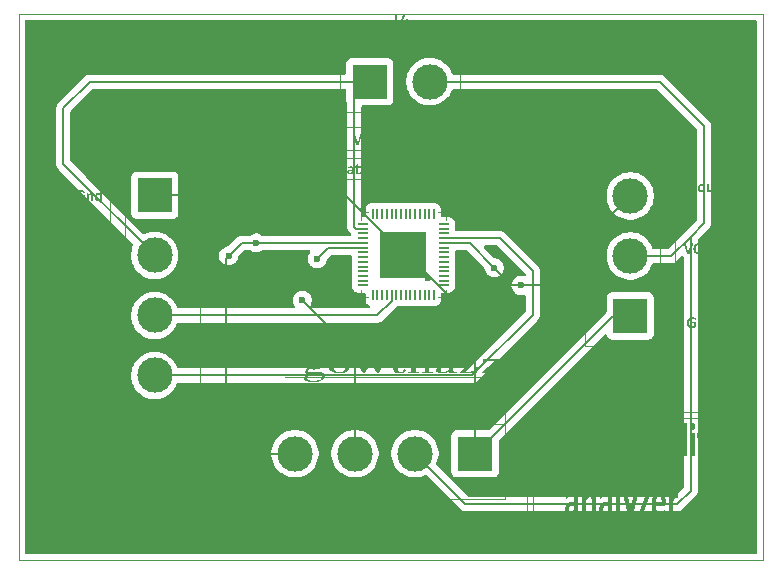
<source format=gbr>
%TF.GenerationSoftware,KiCad,Pcbnew,9.0.0*%
%TF.CreationDate,2025-03-30T13:41:24+05:30*%
%TF.ProjectId,water quality analyer,77617465-7220-4717-9561-6c6974792061,rev?*%
%TF.SameCoordinates,Original*%
%TF.FileFunction,Paste,Top*%
%TF.FilePolarity,Positive*%
%FSLAX46Y46*%
G04 Gerber Fmt 4.6, Leading zero omitted, Abs format (unit mm)*
G04 Created by KiCad (PCBNEW 9.0.0) date 2025-03-30 13:41:24*
%MOMM*%
%LPD*%
G01*
G04 APERTURE LIST*
G04 Aperture macros list*
%AMRoundRect*
0 Rectangle with rounded corners*
0 $1 Rounding radius*
0 $2 $3 $4 $5 $6 $7 $8 $9 X,Y pos of 4 corners*
0 Add a 4 corners polygon primitive as box body*
4,1,4,$2,$3,$4,$5,$6,$7,$8,$9,$2,$3,0*
0 Add four circle primitives for the rounded corners*
1,1,$1+$1,$2,$3*
1,1,$1+$1,$4,$5*
1,1,$1+$1,$6,$7*
1,1,$1+$1,$8,$9*
0 Add four rect primitives between the rounded corners*
20,1,$1+$1,$2,$3,$4,$5,0*
20,1,$1+$1,$4,$5,$6,$7,0*
20,1,$1+$1,$6,$7,$8,$9,0*
20,1,$1+$1,$8,$9,$2,$3,0*%
G04 Aperture macros list end*
%ADD10RoundRect,0.250000X-0.285000X-0.285000X0.285000X-0.285000X0.285000X0.285000X-0.285000X0.285000X0*%
%ADD11RoundRect,0.050000X-0.350000X-0.050000X0.350000X-0.050000X0.350000X0.050000X-0.350000X0.050000X0*%
%ADD12RoundRect,0.050000X-0.050000X-0.350000X0.050000X-0.350000X0.050000X0.350000X-0.050000X0.350000X0*%
%TA.AperFunction,ComponentPad*%
%ADD13R,3.000000X3.000000*%
%TD*%
%TA.AperFunction,ComponentPad*%
%ADD14C,3.000000*%
%TD*%
%TA.AperFunction,ViaPad*%
%ADD15C,0.600000*%
%TD*%
%TA.AperFunction,Conductor*%
%ADD16C,0.200000*%
%TD*%
%ADD17R,3.000000X3.000000*%
%ADD18C,3.000000*%
%TA.AperFunction,SMDPad,CuDef*%
%ADD19RoundRect,0.050000X-0.350000X-0.050000X0.350000X-0.050000X0.350000X0.050000X-0.350000X0.050000X0*%
%TD*%
%TA.AperFunction,SMDPad,CuDef*%
%ADD20RoundRect,0.050000X-0.050000X-0.350000X0.050000X-0.350000X0.050000X0.350000X-0.050000X0.350000X0*%
%TD*%
%TA.AperFunction,HeatsinkPad*%
%ADD21R,4.000000X4.000000*%
%TD*%
%ADD22R,4.000000X4.000000*%
%ADD23C,0.100000*%
%ADD24C,0.200000*%
%ADD25C,0.300000*%
%ADD26C,0.150000*%
%ADD27C,0.120000*%
%TA.AperFunction,Profile*%
%ADD28C,0.050000*%
%TD*%
G04 APERTURE END LIST*
D10*
%TO.C,U1*%
X129720000Y-80070000D03*
X129720000Y-81400000D03*
X129720000Y-82730000D03*
X131050000Y-80070000D03*
X131050000Y-81400000D03*
X131050000Y-82730000D03*
X132380000Y-80070000D03*
X132380000Y-81400000D03*
X132380000Y-82730000D03*
D11*
X127600000Y-78800000D03*
X127600000Y-79200000D03*
X127600000Y-79600000D03*
X127600000Y-80000000D03*
X127600000Y-80400000D03*
X127600000Y-80800000D03*
X127600000Y-81200000D03*
X127600000Y-81600000D03*
X127600000Y-82000000D03*
X127600000Y-82400000D03*
X127600000Y-82800000D03*
X127600000Y-83200000D03*
X127600000Y-83600000D03*
X127600000Y-84000000D03*
D12*
X128450000Y-84850000D03*
X128850000Y-84850000D03*
X129250000Y-84850000D03*
X129650000Y-84850000D03*
X130050000Y-84850000D03*
X130450000Y-84850000D03*
X130850000Y-84850000D03*
X131250000Y-84850000D03*
X131650000Y-84850000D03*
X132050000Y-84850000D03*
X132450000Y-84850000D03*
X132850000Y-84850000D03*
X133250000Y-84850000D03*
X133650000Y-84850000D03*
D11*
X134500000Y-84000000D03*
X134500000Y-83600000D03*
X134500000Y-83200000D03*
X134500000Y-82800000D03*
X134500000Y-82400000D03*
X134500000Y-82000000D03*
X134500000Y-81600000D03*
X134500000Y-81200000D03*
X134500000Y-80800000D03*
X134500000Y-80400000D03*
X134500000Y-80000000D03*
X134500000Y-79600000D03*
X134500000Y-79200000D03*
X134500000Y-78800000D03*
D12*
X133650000Y-77950000D03*
X133250000Y-77950000D03*
X132850000Y-77950000D03*
X132450000Y-77950000D03*
X132050000Y-77950000D03*
X131650000Y-77950000D03*
X131250000Y-77950000D03*
X130850000Y-77950000D03*
X130450000Y-77950000D03*
X130050000Y-77950000D03*
X129650000Y-77950000D03*
X129250000Y-77950000D03*
X128850000Y-77950000D03*
X128450000Y-77950000D03*
%TD*%
D13*
%TO.P,J4,1,Pin_1*%
%TO.N,Net-(J1-Pin_2)*%
X128210000Y-66750000D03*
D14*
%TO.P,J4,2,Pin_2*%
X133290000Y-66750000D03*
%TD*%
D13*
%TO.P,J1,1,Pin_1*%
%TO.N,Net-(J1-Pin_1)*%
X150250000Y-86580000D03*
D14*
%TO.P,J1,2,Pin_2*%
%TO.N,Net-(J1-Pin_2)*%
X150250000Y-81500000D03*
%TO.P,J1,3,Pin_3*%
%TO.N,Net-(J1-Pin_3)*%
X150250000Y-76420000D03*
%TD*%
D13*
%TO.P,J3,1,Pin_1*%
%TO.N,Net-(J1-Pin_1)*%
X137120000Y-98250000D03*
D14*
%TO.P,J3,2,Pin_2*%
%TO.N,Net-(J1-Pin_2)*%
X132040000Y-98250000D03*
%TO.P,J3,3,Pin_3*%
%TO.N,Net-(J3-Pin_3)*%
X126960000Y-98250000D03*
%TO.P,J3,4,Pin_4*%
%TO.N,Net-(J3-Pin_4)*%
X121880000Y-98250000D03*
%TD*%
D13*
%TO.P,J2,1,Pin_1*%
%TO.N,Net-(J1-Pin_1)*%
X110000000Y-76380000D03*
D14*
%TO.P,J2,2,Pin_2*%
%TO.N,Net-(J1-Pin_2)*%
X110000000Y-81460000D03*
%TO.P,J2,3,Pin_3*%
%TO.N,Net-(J2-Pin_3)*%
X110000000Y-86540000D03*
%TO.P,J2,4,Pin_4*%
%TO.N,Net-(J2-Pin_4)*%
X110000000Y-91620000D03*
%TD*%
D15*
%TO.N,Net-(J1-Pin_1)*%
X133125000Y-83375000D03*
%TO.N,Net-(J3-Pin_3)*%
X123750000Y-81750000D03*
%TO.N,Net-(J3-Pin_4)*%
X118600000Y-80400000D03*
%TO.N,Net-(J3-Pin_3)*%
X122500000Y-85250000D03*
%TO.N,Net-(J3-Pin_4)*%
X116250000Y-81500000D03*
%TO.N,Net-(J1-Pin_3)*%
X138750000Y-82500000D03*
X141000000Y-84000000D03*
%TD*%
D16*
%TO.N,Net-(J3-Pin_4)*%
X116000000Y-81750000D02*
X116250000Y-81500000D01*
X116000000Y-95000000D02*
X116000000Y-81750000D01*
X121880000Y-98250000D02*
X119250000Y-98250000D01*
X119250000Y-98250000D02*
X116000000Y-95000000D01*
%TO.N,Net-(J3-Pin_3)*%
X126960000Y-89710000D02*
X122500000Y-85250000D01*
X126960000Y-98250000D02*
X126960000Y-89710000D01*
%TO.N,Net-(J1-Pin_3)*%
X140250000Y-84000000D02*
X141000000Y-84000000D01*
X138750000Y-82500000D02*
X140250000Y-84000000D01*
X142670000Y-84000000D02*
X141000000Y-84000000D01*
X150250000Y-76420000D02*
X142670000Y-84000000D01*
%TO.N,Net-(J1-Pin_1)*%
X126130000Y-76380000D02*
X133125000Y-83375000D01*
X133375000Y-83375000D02*
X132000000Y-82000000D01*
X133125000Y-83375000D02*
X133375000Y-83375000D01*
X110000000Y-76380000D02*
X126130000Y-76380000D01*
X137120000Y-87120000D02*
X133375000Y-83375000D01*
X137120000Y-98250000D02*
X137120000Y-87120000D01*
%TD*%
D17*
%TO.C,J4*%
X128210000Y-66750000D03*
D18*
X133290000Y-66750000D03*
%TD*%
D17*
%TO.C,J1*%
X150250000Y-86580000D03*
D18*
X150250000Y-81500000D03*
X150250000Y-76420000D03*
%TD*%
D17*
%TO.C,J3*%
X137120000Y-98250000D03*
D18*
X132040000Y-98250000D03*
X126960000Y-98250000D03*
X121880000Y-98250000D03*
%TD*%
D17*
%TO.C,J2*%
X110000000Y-76380000D03*
D18*
X110000000Y-81460000D03*
X110000000Y-86540000D03*
X110000000Y-91620000D03*
%TD*%
D13*
%TO.P,J4,1,Pin_1*%
%TO.N,Net-(J1-Pin_2)*%
X128210000Y-66750000D03*
D14*
%TO.P,J4,2,Pin_2*%
X133290000Y-66750000D03*
%TD*%
D13*
%TO.P,J1,1,Pin_1*%
%TO.N,Net-(J1-Pin_1)*%
X150250000Y-86580000D03*
D14*
%TO.P,J1,2,Pin_2*%
%TO.N,Net-(J1-Pin_2)*%
X150250000Y-81500000D03*
%TO.P,J1,3,Pin_3*%
%TO.N,Net-(J1-Pin_3)*%
X150250000Y-76420000D03*
%TD*%
D13*
%TO.P,J3,1,Pin_1*%
%TO.N,Net-(J1-Pin_1)*%
X137120000Y-98250000D03*
D14*
%TO.P,J3,2,Pin_2*%
%TO.N,Net-(J1-Pin_2)*%
X132040000Y-98250000D03*
%TO.P,J3,3,Pin_3*%
%TO.N,Net-(J3-Pin_3)*%
X126960000Y-98250000D03*
%TO.P,J3,4,Pin_4*%
%TO.N,Net-(J3-Pin_4)*%
X121880000Y-98250000D03*
%TD*%
D13*
%TO.P,J2,1,Pin_1*%
%TO.N,Net-(J1-Pin_1)*%
X110000000Y-76380000D03*
D14*
%TO.P,J2,2,Pin_2*%
%TO.N,Net-(J1-Pin_2)*%
X110000000Y-81460000D03*
%TO.P,J2,3,Pin_3*%
%TO.N,Net-(J2-Pin_3)*%
X110000000Y-86540000D03*
%TO.P,J2,4,Pin_4*%
%TO.N,Net-(J2-Pin_4)*%
X110000000Y-91620000D03*
%TD*%
D19*
%TO.P,U1,1,VDDA*%
%TO.N,unconnected-(U1-VDDA-Pad1)_1*%
X127600000Y-78800000D03*
%TO.P,U1,2,LNA_IN*%
%TO.N,Net-(J1-Pin_2)*%
X127600000Y-79200000D03*
%TO.P,U1,3,VDD3P3*%
%TO.N,unconnected-(U1-VDD3P3-Pad3)*%
X127600000Y-79600000D03*
%TO.P,U1,4,VDD3P3*%
%TO.N,unconnected-(U1-VDD3P3-Pad3)_1*%
X127600000Y-80000000D03*
%TO.P,U1,5,GPIO0*%
%TO.N,Net-(J3-Pin_4)*%
X127600000Y-80400000D03*
%TO.P,U1,6,GPIO1*%
%TO.N,Net-(J3-Pin_3)*%
X127600000Y-80800000D03*
%TO.P,U1,7,GPIO2*%
%TO.N,unconnected-(U1-GPIO2-Pad7)*%
X127600000Y-81200000D03*
%TO.P,U1,8,GPIO3*%
%TO.N,unconnected-(U1-GPIO3-Pad8)*%
X127600000Y-81600000D03*
%TO.P,U1,9,GPIO4*%
%TO.N,unconnected-(U1-GPIO4-Pad9)*%
X127600000Y-82000000D03*
%TO.P,U1,10,GPIO5*%
%TO.N,unconnected-(U1-GPIO5-Pad10)*%
X127600000Y-82400000D03*
%TO.P,U1,11,GPIO6*%
%TO.N,unconnected-(U1-GPIO6-Pad11)*%
X127600000Y-82800000D03*
%TO.P,U1,12,GPIO7*%
%TO.N,unconnected-(U1-GPIO7-Pad12)*%
X127600000Y-83200000D03*
%TO.P,U1,13,GPIO8*%
%TO.N,unconnected-(U1-GPIO8-Pad13)*%
X127600000Y-83600000D03*
%TO.P,U1,14,GPIO9*%
%TO.N,unconnected-(U1-GPIO9-Pad14)*%
X127600000Y-84000000D03*
D20*
%TO.P,U1,15,GPIO10*%
%TO.N,unconnected-(U1-GPIO10-Pad15)*%
X128450000Y-84850000D03*
%TO.P,U1,16,GPIO11*%
%TO.N,unconnected-(U1-GPIO11-Pad16)*%
X128850000Y-84850000D03*
%TO.P,U1,17,GPIO12*%
%TO.N,unconnected-(U1-GPIO12-Pad17)*%
X129250000Y-84850000D03*
%TO.P,U1,18,GPIO13*%
%TO.N,unconnected-(U1-GPIO13-Pad18)*%
X129650000Y-84850000D03*
%TO.P,U1,19,GPIO14*%
%TO.N,Net-(J2-Pin_3)*%
X130050000Y-84850000D03*
%TO.P,U1,20,VDD3P3_RTC*%
%TO.N,unconnected-(U1-VDD3P3_RTC-Pad20)*%
X130450000Y-84850000D03*
%TO.P,U1,21,XTAL_32K_P*%
%TO.N,unconnected-(U1-XTAL_32K_P-Pad21)*%
X130850000Y-84850000D03*
%TO.P,U1,22,XTAL_32K_N*%
%TO.N,unconnected-(U1-XTAL_32K_N-Pad22)*%
X131250000Y-84850000D03*
%TO.P,U1,23,DAC_1*%
%TO.N,unconnected-(U1-DAC_1-Pad23)*%
X131650000Y-84850000D03*
%TO.P,U1,24,DAC_2*%
%TO.N,unconnected-(U1-DAC_2-Pad24)*%
X132050000Y-84850000D03*
%TO.P,U1,25,GPIO19/USB_D-*%
%TO.N,unconnected-(U1-GPIO19{slash}USB_D--Pad25)*%
X132450000Y-84850000D03*
%TO.P,U1,26,GPIO20/USB_D+*%
%TO.N,unconnected-(U1-GPIO20{slash}USB_D+-Pad26)*%
X132850000Y-84850000D03*
%TO.P,U1,27,VDD3P3_RTC_IO*%
%TO.N,unconnected-(U1-VDD3P3_RTC_IO-Pad27)*%
X133250000Y-84850000D03*
%TO.P,U1,28,GPIO21*%
%TO.N,unconnected-(U1-GPIO21-Pad28)*%
X133650000Y-84850000D03*
D19*
%TO.P,U1,29,SPICS1*%
%TO.N,unconnected-(U1-SPICS1-Pad29)*%
X134500000Y-84000000D03*
%TO.P,U1,30,VDD_SPI*%
%TO.N,unconnected-(U1-VDD_SPI-Pad30)*%
X134500000Y-83600000D03*
%TO.P,U1,31,SPIHD*%
%TO.N,unconnected-(U1-SPIHD-Pad31)*%
X134500000Y-83200000D03*
%TO.P,U1,32,SPIWP*%
%TO.N,unconnected-(U1-SPIWP-Pad32)*%
X134500000Y-82800000D03*
%TO.P,U1,33,SPICS0*%
%TO.N,unconnected-(U1-SPICS0-Pad33)*%
X134500000Y-82400000D03*
%TO.P,U1,34,SPICLK*%
%TO.N,unconnected-(U1-SPICLK-Pad34)*%
X134500000Y-82000000D03*
%TO.P,U1,35,SPIQ*%
%TO.N,unconnected-(U1-SPIQ-Pad35)*%
X134500000Y-81600000D03*
%TO.P,U1,36,SPID*%
%TO.N,unconnected-(U1-SPID-Pad36)*%
X134500000Y-81200000D03*
%TO.P,U1,37,GPIO33*%
%TO.N,unconnected-(U1-GPIO33-Pad37)*%
X134500000Y-80800000D03*
%TO.P,U1,38,GPIO34*%
%TO.N,Net-(J1-Pin_3)*%
X134500000Y-80400000D03*
%TO.P,U1,39,GPIO35*%
%TO.N,Net-(J2-Pin_4)*%
X134500000Y-80000000D03*
%TO.P,U1,40,GPIO36*%
%TO.N,unconnected-(U1-GPIO36-Pad40)*%
X134500000Y-79600000D03*
%TO.P,U1,41,GPIO37*%
%TO.N,unconnected-(U1-GPIO37-Pad41)*%
X134500000Y-79200000D03*
%TO.P,U1,42,GPIO38*%
%TO.N,unconnected-(U1-GPIO38-Pad42)*%
X134500000Y-78800000D03*
D20*
%TO.P,U1,43,MTCK*%
%TO.N,unconnected-(U1-MTCK-Pad43)*%
X133650000Y-77950000D03*
%TO.P,U1,44,MTD0*%
%TO.N,unconnected-(U1-MTD0-Pad44)*%
X133250000Y-77950000D03*
%TO.P,U1,45,VDD3P3_CPU*%
%TO.N,unconnected-(U1-VDD3P3_CPU-Pad45)*%
X132850000Y-77950000D03*
%TO.P,U1,46,MDTI*%
%TO.N,unconnected-(U1-MDTI-Pad46)*%
X132450000Y-77950000D03*
%TO.P,U1,47,MTMS*%
%TO.N,unconnected-(U1-MTMS-Pad47)*%
X132050000Y-77950000D03*
%TO.P,U1,48,U0TXD*%
%TO.N,unconnected-(U1-U0TXD-Pad48)*%
X131650000Y-77950000D03*
%TO.P,U1,49,U0RXD*%
%TO.N,unconnected-(U1-U0RXD-Pad49)*%
X131250000Y-77950000D03*
%TO.P,U1,50,GPIO45*%
%TO.N,unconnected-(U1-GPIO45-Pad50)*%
X130850000Y-77950000D03*
%TO.P,U1,51,VDDA*%
%TO.N,unconnected-(U1-VDDA-Pad1)*%
X130450000Y-77950000D03*
%TO.P,U1,52,XTAL_N*%
%TO.N,unconnected-(U1-XTAL_N-Pad52)*%
X130050000Y-77950000D03*
%TO.P,U1,53,XTAL_P*%
%TO.N,unconnected-(U1-XTAL_P-Pad53)*%
X129650000Y-77950000D03*
%TO.P,U1,54,VDDA*%
%TO.N,unconnected-(U1-VDDA-Pad1)_2*%
X129250000Y-77950000D03*
%TO.P,U1,55,GPIO46*%
%TO.N,unconnected-(U1-GPIO46-Pad55)*%
X128850000Y-77950000D03*
%TO.P,U1,56,CHIP_PU*%
%TO.N,unconnected-(U1-CHIP_PU-Pad56)*%
X128450000Y-77950000D03*
D21*
%TO.P,U1,57,GND*%
%TO.N,Net-(J1-Pin_1)*%
X131050000Y-81400000D03*
%TD*%
D15*
%TO.N,Net-(J1-Pin_1)*%
X133125000Y-83375000D03*
%TO.N,Net-(J3-Pin_3)*%
X123750000Y-81750000D03*
%TO.N,Net-(J3-Pin_4)*%
X118600000Y-80400000D03*
%TO.N,Net-(J3-Pin_3)*%
X122500000Y-85250000D03*
%TO.N,Net-(J3-Pin_4)*%
X116250000Y-81500000D03*
%TO.N,Net-(J1-Pin_3)*%
X138750000Y-82500000D03*
X141000000Y-84000000D03*
%TD*%
D16*
%TO.N,Net-(J1-Pin_1)*%
X131150000Y-81400000D02*
X131050000Y-81400000D01*
X133125000Y-83375000D02*
X131150000Y-81400000D01*
%TO.N,Net-(J3-Pin_4)*%
X117350000Y-80400000D02*
X118600000Y-80400000D01*
X116250000Y-81500000D02*
X117350000Y-80400000D01*
%TO.N,Net-(J3-Pin_3)*%
X124700000Y-80800000D02*
X123750000Y-81750000D01*
X127600000Y-80800000D02*
X124700000Y-80800000D01*
%TO.N,Net-(J3-Pin_4)*%
X127600000Y-80400000D02*
X118600000Y-80400000D01*
%TO.N,Net-(J1-Pin_3)*%
X136650000Y-80400000D02*
X138750000Y-82500000D01*
X134500000Y-80400000D02*
X136650000Y-80400000D01*
%TO.N,Net-(J1-Pin_2)*%
X154250000Y-102500000D02*
X155375000Y-101375000D01*
X155375000Y-79875000D02*
X153750000Y-81500000D01*
X155375000Y-101375000D02*
X155375000Y-79875000D01*
X136290000Y-102500000D02*
X154250000Y-102500000D01*
X132040000Y-98250000D02*
X136290000Y-102500000D01*
%TO.N,Net-(J1-Pin_1)*%
X148790000Y-86580000D02*
X137120000Y-98250000D01*
X150250000Y-86580000D02*
X148790000Y-86580000D01*
%TO.N,Net-(J1-Pin_2)*%
X156500000Y-78750000D02*
X155375000Y-79875000D01*
X156500000Y-70500000D02*
X156500000Y-78750000D01*
X152750000Y-66750000D02*
X156500000Y-70500000D01*
X133290000Y-66750000D02*
X152750000Y-66750000D01*
X153750000Y-81500000D02*
X150250000Y-81500000D01*
%TO.N,Net-(J2-Pin_4)*%
X139250000Y-80000000D02*
X134500000Y-80000000D01*
X142000000Y-82750000D02*
X139250000Y-80000000D01*
X142000000Y-86500000D02*
X142000000Y-82750000D01*
X136880000Y-91620000D02*
X142000000Y-86500000D01*
X110000000Y-91620000D02*
X136880000Y-91620000D01*
%TO.N,Net-(J2-Pin_3)*%
X130050000Y-84850000D02*
X130050000Y-85345774D01*
X130050000Y-85345774D02*
X130051000Y-85346774D01*
X128857774Y-86540000D02*
X130051000Y-85346774D01*
X110000000Y-86540000D02*
X128857774Y-86540000D01*
%TO.N,Net-(J1-Pin_2)*%
X104500000Y-66750000D02*
X128210000Y-66750000D01*
X102250000Y-69000000D02*
X104500000Y-66750000D01*
X102250000Y-73710000D02*
X102250000Y-69000000D01*
X110000000Y-81460000D02*
X102250000Y-73710000D01*
X127050000Y-79200000D02*
X127600000Y-79200000D01*
X126899000Y-68061000D02*
X126899000Y-79049000D01*
X126899000Y-79049000D02*
X127050000Y-79200000D01*
X128210000Y-66750000D02*
X126899000Y-68061000D01*
%TD*%
%TA.AperFunction,NonConductor*%
G36*
X160942539Y-61520185D02*
G01*
X160988294Y-61572989D01*
X160999500Y-61624500D01*
X160999500Y-106625500D01*
X160979815Y-106692539D01*
X160927011Y-106738294D01*
X160875500Y-106749500D01*
X99124500Y-106749500D01*
X99057461Y-106729815D01*
X99011706Y-106677011D01*
X99000500Y-106625500D01*
X99000500Y-98118872D01*
X119879500Y-98118872D01*
X119879500Y-98381127D01*
X119906123Y-98583339D01*
X119913730Y-98641116D01*
X119981602Y-98894418D01*
X119981605Y-98894428D01*
X120081953Y-99136690D01*
X120081958Y-99136700D01*
X120213075Y-99363803D01*
X120372718Y-99571851D01*
X120372726Y-99571860D01*
X120558140Y-99757274D01*
X120558148Y-99757281D01*
X120766196Y-99916924D01*
X120993299Y-100048041D01*
X120993309Y-100048046D01*
X121235571Y-100148394D01*
X121235581Y-100148398D01*
X121488884Y-100216270D01*
X121737188Y-100248960D01*
X121748864Y-100250498D01*
X121748880Y-100250500D01*
X121748887Y-100250500D01*
X122011113Y-100250500D01*
X122011120Y-100250500D01*
X122271116Y-100216270D01*
X122524419Y-100148398D01*
X122766697Y-100048043D01*
X122993803Y-99916924D01*
X123201851Y-99757282D01*
X123201855Y-99757277D01*
X123201860Y-99757274D01*
X123387274Y-99571860D01*
X123387277Y-99571855D01*
X123387282Y-99571851D01*
X123546924Y-99363803D01*
X123678043Y-99136697D01*
X123778398Y-98894419D01*
X123846270Y-98641116D01*
X123880500Y-98381120D01*
X123880500Y-98118880D01*
X123880499Y-98118872D01*
X124959500Y-98118872D01*
X124959500Y-98381127D01*
X124986123Y-98583339D01*
X124993730Y-98641116D01*
X125061602Y-98894418D01*
X125061605Y-98894428D01*
X125161953Y-99136690D01*
X125161958Y-99136700D01*
X125293075Y-99363803D01*
X125452718Y-99571851D01*
X125452726Y-99571860D01*
X125638140Y-99757274D01*
X125638148Y-99757281D01*
X125846196Y-99916924D01*
X126073299Y-100048041D01*
X126073309Y-100048046D01*
X126315571Y-100148394D01*
X126315581Y-100148398D01*
X126568884Y-100216270D01*
X126817188Y-100248960D01*
X126828864Y-100250498D01*
X126828880Y-100250500D01*
X126828887Y-100250500D01*
X127091113Y-100250500D01*
X127091120Y-100250500D01*
X127351116Y-100216270D01*
X127604419Y-100148398D01*
X127846697Y-100048043D01*
X128073803Y-99916924D01*
X128281851Y-99757282D01*
X128281855Y-99757277D01*
X128281860Y-99757274D01*
X128467274Y-99571860D01*
X128467277Y-99571855D01*
X128467282Y-99571851D01*
X128626924Y-99363803D01*
X128758043Y-99136697D01*
X128858398Y-98894419D01*
X128926270Y-98641116D01*
X128960500Y-98381120D01*
X128960500Y-98118880D01*
X128960499Y-98118872D01*
X130039500Y-98118872D01*
X130039500Y-98381127D01*
X130066123Y-98583339D01*
X130073730Y-98641116D01*
X130141602Y-98894418D01*
X130141605Y-98894428D01*
X130241953Y-99136690D01*
X130241958Y-99136700D01*
X130373075Y-99363803D01*
X130532718Y-99571851D01*
X130532726Y-99571860D01*
X130718140Y-99757274D01*
X130718148Y-99757281D01*
X130926196Y-99916924D01*
X131153299Y-100048041D01*
X131153309Y-100048046D01*
X131395571Y-100148394D01*
X131395581Y-100148398D01*
X131648884Y-100216270D01*
X131897188Y-100248960D01*
X131908864Y-100250498D01*
X131908880Y-100250500D01*
X131908887Y-100250500D01*
X132171113Y-100250500D01*
X132171120Y-100250500D01*
X132431116Y-100216270D01*
X132684419Y-100148398D01*
X132894072Y-100061556D01*
X132963537Y-100054088D01*
X133026016Y-100085362D01*
X133029201Y-100088436D01*
X135921284Y-102980520D01*
X135921286Y-102980521D01*
X135921290Y-102980524D01*
X136058209Y-103059573D01*
X136058216Y-103059577D01*
X136210943Y-103100501D01*
X136210945Y-103100501D01*
X136376654Y-103100501D01*
X136376670Y-103100500D01*
X154163331Y-103100500D01*
X154163347Y-103100501D01*
X154170943Y-103100501D01*
X154329054Y-103100501D01*
X154329057Y-103100501D01*
X154481785Y-103059577D01*
X154531904Y-103030639D01*
X154618716Y-102980520D01*
X154730520Y-102868716D01*
X154730520Y-102868714D01*
X154740728Y-102858507D01*
X154740730Y-102858504D01*
X155743713Y-101855521D01*
X155743716Y-101855520D01*
X155855520Y-101743716D01*
X155905639Y-101656904D01*
X155934577Y-101606785D01*
X155975500Y-101454058D01*
X155975500Y-101295943D01*
X155975500Y-80175096D01*
X155995185Y-80108057D01*
X156011815Y-80087419D01*
X156858506Y-79240727D01*
X156858511Y-79240724D01*
X156868714Y-79230520D01*
X156868716Y-79230520D01*
X156980520Y-79118716D01*
X157049349Y-78999500D01*
X157059577Y-78981785D01*
X157100500Y-78829058D01*
X157100500Y-78670943D01*
X157100500Y-70589059D01*
X157100501Y-70589046D01*
X157100501Y-70420945D01*
X157100501Y-70420943D01*
X157059577Y-70268215D01*
X157030639Y-70218095D01*
X156980520Y-70131284D01*
X156868716Y-70019480D01*
X156868715Y-70019479D01*
X156864385Y-70015149D01*
X156864374Y-70015139D01*
X153237590Y-66388355D01*
X153237588Y-66388352D01*
X153118717Y-66269481D01*
X153118716Y-66269480D01*
X153031904Y-66219360D01*
X153031904Y-66219359D01*
X153031900Y-66219358D01*
X152981785Y-66190423D01*
X152829057Y-66149499D01*
X152670943Y-66149499D01*
X152663347Y-66149499D01*
X152663331Y-66149500D01*
X135289444Y-66149500D01*
X135222405Y-66129815D01*
X135176650Y-66077011D01*
X135174883Y-66072953D01*
X135088045Y-65863309D01*
X135088041Y-65863299D01*
X134956924Y-65636196D01*
X134797281Y-65428148D01*
X134797274Y-65428140D01*
X134611860Y-65242726D01*
X134611851Y-65242718D01*
X134403803Y-65083075D01*
X134176700Y-64951958D01*
X134176690Y-64951953D01*
X133934428Y-64851605D01*
X133934421Y-64851603D01*
X133934419Y-64851602D01*
X133681116Y-64783730D01*
X133623339Y-64776123D01*
X133421127Y-64749500D01*
X133421120Y-64749500D01*
X133158880Y-64749500D01*
X133158872Y-64749500D01*
X132927772Y-64779926D01*
X132898884Y-64783730D01*
X132645581Y-64851602D01*
X132645571Y-64851605D01*
X132403309Y-64951953D01*
X132403299Y-64951958D01*
X132176196Y-65083075D01*
X131968148Y-65242718D01*
X131782718Y-65428148D01*
X131623075Y-65636196D01*
X131491958Y-65863299D01*
X131491953Y-65863309D01*
X131391605Y-66105571D01*
X131391602Y-66105581D01*
X131347686Y-66269481D01*
X131323730Y-66358885D01*
X131289500Y-66618872D01*
X131289500Y-66881127D01*
X131316123Y-67083339D01*
X131323730Y-67141116D01*
X131389566Y-67386819D01*
X131391602Y-67394418D01*
X131391605Y-67394428D01*
X131491953Y-67636690D01*
X131491958Y-67636700D01*
X131623075Y-67863803D01*
X131782718Y-68071851D01*
X131782726Y-68071860D01*
X131968140Y-68257274D01*
X131968148Y-68257281D01*
X132176196Y-68416924D01*
X132403299Y-68548041D01*
X132403309Y-68548046D01*
X132645571Y-68648394D01*
X132645581Y-68648398D01*
X132898884Y-68716270D01*
X133147188Y-68748960D01*
X133158864Y-68750498D01*
X133158880Y-68750500D01*
X133158887Y-68750500D01*
X133421113Y-68750500D01*
X133421120Y-68750500D01*
X133681116Y-68716270D01*
X133934419Y-68648398D01*
X134176697Y-68548043D01*
X134403803Y-68416924D01*
X134611851Y-68257282D01*
X134611855Y-68257277D01*
X134611860Y-68257274D01*
X134797274Y-68071860D01*
X134797277Y-68071855D01*
X134797282Y-68071851D01*
X134956924Y-67863803D01*
X135088043Y-67636697D01*
X135174883Y-67427046D01*
X135218724Y-67372644D01*
X135285018Y-67350579D01*
X135289444Y-67350500D01*
X152449903Y-67350500D01*
X152516942Y-67370185D01*
X152537584Y-67386819D01*
X155863181Y-70712416D01*
X155896666Y-70773739D01*
X155899500Y-70800097D01*
X155899500Y-78449902D01*
X155879815Y-78516941D01*
X155863181Y-78537583D01*
X155444560Y-78956204D01*
X155006286Y-79394478D01*
X155006284Y-79394480D01*
X154894480Y-79506284D01*
X154894478Y-79506286D01*
X154200765Y-80200000D01*
X153537584Y-80863181D01*
X153476261Y-80896666D01*
X153449903Y-80899500D01*
X152249444Y-80899500D01*
X152182405Y-80879815D01*
X152136650Y-80827011D01*
X152134883Y-80822953D01*
X152096489Y-80730263D01*
X152048043Y-80613303D01*
X152040834Y-80600816D01*
X151916924Y-80386196D01*
X151794424Y-80226554D01*
X151757282Y-80178149D01*
X151757281Y-80178148D01*
X151757274Y-80178140D01*
X151571860Y-79992726D01*
X151571851Y-79992718D01*
X151363803Y-79833075D01*
X151136700Y-79701958D01*
X151136690Y-79701953D01*
X150894428Y-79601605D01*
X150894421Y-79601603D01*
X150894419Y-79601602D01*
X150641116Y-79533730D01*
X150583339Y-79526123D01*
X150381127Y-79499500D01*
X150381120Y-79499500D01*
X150118880Y-79499500D01*
X150118872Y-79499500D01*
X149890861Y-79529520D01*
X149858884Y-79533730D01*
X149728314Y-79568716D01*
X149605581Y-79601602D01*
X149605571Y-79601605D01*
X149363309Y-79701953D01*
X149363299Y-79701958D01*
X149136196Y-79833075D01*
X148928148Y-79992718D01*
X148742718Y-80178148D01*
X148583075Y-80386196D01*
X148451958Y-80613299D01*
X148451953Y-80613309D01*
X148351605Y-80855571D01*
X148351602Y-80855581D01*
X148283730Y-81108884D01*
X148279926Y-81137772D01*
X148249500Y-81368872D01*
X148249500Y-81631127D01*
X148274161Y-81818436D01*
X148283730Y-81891116D01*
X148347520Y-82129185D01*
X148351602Y-82144418D01*
X148351605Y-82144428D01*
X148451953Y-82386690D01*
X148451958Y-82386700D01*
X148583074Y-82613801D01*
X148742718Y-82821851D01*
X148742726Y-82821860D01*
X148928140Y-83007274D01*
X148928148Y-83007281D01*
X148928149Y-83007282D01*
X148942685Y-83018436D01*
X149136196Y-83166924D01*
X149363299Y-83298041D01*
X149363309Y-83298046D01*
X149556845Y-83378211D01*
X149605581Y-83398398D01*
X149858884Y-83466270D01*
X150118880Y-83500500D01*
X150118887Y-83500500D01*
X150381113Y-83500500D01*
X150381120Y-83500500D01*
X150641116Y-83466270D01*
X150894419Y-83398398D01*
X151071340Y-83325114D01*
X151136690Y-83298046D01*
X151136691Y-83298045D01*
X151136697Y-83298043D01*
X151363803Y-83166924D01*
X151571851Y-83007282D01*
X151571855Y-83007277D01*
X151571860Y-83007274D01*
X151757274Y-82821860D01*
X151757277Y-82821855D01*
X151757282Y-82821851D01*
X151913369Y-82618436D01*
X151916926Y-82613801D01*
X152048041Y-82386700D01*
X152048043Y-82386697D01*
X152134883Y-82177046D01*
X152178724Y-82122644D01*
X152245018Y-82100579D01*
X152249444Y-82100500D01*
X153663331Y-82100500D01*
X153663347Y-82100501D01*
X153670943Y-82100501D01*
X153829054Y-82100501D01*
X153829057Y-82100501D01*
X153981785Y-82059577D01*
X154031904Y-82030639D01*
X154118716Y-81980520D01*
X154230520Y-81868716D01*
X154230520Y-81868714D01*
X154240728Y-81858507D01*
X154240729Y-81858504D01*
X154562820Y-81536414D01*
X154624142Y-81502930D01*
X154693834Y-81507914D01*
X154749767Y-81549786D01*
X154774184Y-81615250D01*
X154774500Y-81624096D01*
X154774500Y-101074903D01*
X154754815Y-101141942D01*
X154738181Y-101162584D01*
X154037584Y-101863181D01*
X153976261Y-101896666D01*
X153949903Y-101899500D01*
X136590098Y-101899500D01*
X136523059Y-101879815D01*
X136502417Y-101863181D01*
X133878437Y-99239202D01*
X133844952Y-99177879D01*
X133849936Y-99108187D01*
X133851522Y-99104154D01*
X133938398Y-98894419D01*
X134006270Y-98641116D01*
X134040500Y-98381120D01*
X134040500Y-98118880D01*
X134006270Y-97858884D01*
X133938398Y-97605581D01*
X133938394Y-97605571D01*
X133838046Y-97363309D01*
X133838041Y-97363299D01*
X133706924Y-97136196D01*
X133547281Y-96928148D01*
X133547274Y-96928140D01*
X133361860Y-96742726D01*
X133361851Y-96742718D01*
X133308963Y-96702135D01*
X135119500Y-96702135D01*
X135119500Y-99797870D01*
X135119501Y-99797876D01*
X135125908Y-99857483D01*
X135176202Y-99992328D01*
X135176206Y-99992335D01*
X135262452Y-100107544D01*
X135262455Y-100107547D01*
X135377664Y-100193793D01*
X135377671Y-100193797D01*
X135512517Y-100244091D01*
X135512516Y-100244091D01*
X135519444Y-100244835D01*
X135572127Y-100250500D01*
X138667872Y-100250499D01*
X138727483Y-100244091D01*
X138862331Y-100193796D01*
X138977546Y-100107546D01*
X139063796Y-99992331D01*
X139114091Y-99857483D01*
X139120500Y-99797873D01*
X139120499Y-97150095D01*
X139140184Y-97083057D01*
X139156813Y-97062420D01*
X148058581Y-88160652D01*
X148119902Y-88127169D01*
X148189594Y-88132153D01*
X148245527Y-88174025D01*
X148262442Y-88205001D01*
X148306203Y-88322330D01*
X148306206Y-88322335D01*
X148392452Y-88437544D01*
X148392455Y-88437547D01*
X148507664Y-88523793D01*
X148507671Y-88523797D01*
X148642517Y-88574091D01*
X148642516Y-88574091D01*
X148649444Y-88574835D01*
X148702127Y-88580500D01*
X151797872Y-88580499D01*
X151857483Y-88574091D01*
X151992331Y-88523796D01*
X152107546Y-88437546D01*
X152193796Y-88322331D01*
X152244091Y-88187483D01*
X152250500Y-88127873D01*
X152250499Y-85032128D01*
X152244091Y-84972517D01*
X152212029Y-84886555D01*
X152193797Y-84837671D01*
X152193793Y-84837664D01*
X152107547Y-84722455D01*
X152107544Y-84722452D01*
X151992335Y-84636206D01*
X151992328Y-84636202D01*
X151857482Y-84585908D01*
X151857483Y-84585908D01*
X151797883Y-84579501D01*
X151797881Y-84579500D01*
X151797873Y-84579500D01*
X151797864Y-84579500D01*
X148702129Y-84579500D01*
X148702123Y-84579501D01*
X148642516Y-84585908D01*
X148507671Y-84636202D01*
X148507664Y-84636206D01*
X148392455Y-84722452D01*
X148392452Y-84722455D01*
X148306206Y-84837664D01*
X148306202Y-84837671D01*
X148255908Y-84972517D01*
X148251179Y-85016510D01*
X148249501Y-85032123D01*
X148249500Y-85032135D01*
X148249500Y-86219902D01*
X148229815Y-86286941D01*
X148213181Y-86307583D01*
X138307582Y-96213181D01*
X138246259Y-96246666D01*
X138219901Y-96249500D01*
X135572129Y-96249500D01*
X135572123Y-96249501D01*
X135512516Y-96255908D01*
X135377671Y-96306202D01*
X135377664Y-96306206D01*
X135262455Y-96392452D01*
X135262452Y-96392455D01*
X135176206Y-96507664D01*
X135176202Y-96507671D01*
X135125908Y-96642517D01*
X135119501Y-96702116D01*
X135119500Y-96702135D01*
X133308963Y-96702135D01*
X133153803Y-96583075D01*
X132926700Y-96451958D01*
X132926690Y-96451953D01*
X132684428Y-96351605D01*
X132684421Y-96351603D01*
X132684419Y-96351602D01*
X132431116Y-96283730D01*
X132373339Y-96276123D01*
X132171127Y-96249500D01*
X132171120Y-96249500D01*
X131908880Y-96249500D01*
X131908872Y-96249500D01*
X131677772Y-96279926D01*
X131648884Y-96283730D01*
X131395581Y-96351602D01*
X131395571Y-96351605D01*
X131153309Y-96451953D01*
X131153299Y-96451958D01*
X130926196Y-96583075D01*
X130718148Y-96742718D01*
X130532718Y-96928148D01*
X130373075Y-97136196D01*
X130241958Y-97363299D01*
X130241953Y-97363309D01*
X130141605Y-97605571D01*
X130141602Y-97605581D01*
X130073730Y-97858885D01*
X130039500Y-98118872D01*
X128960499Y-98118872D01*
X128926270Y-97858884D01*
X128858398Y-97605581D01*
X128858394Y-97605571D01*
X128758046Y-97363309D01*
X128758041Y-97363299D01*
X128626924Y-97136196D01*
X128467281Y-96928148D01*
X128467274Y-96928140D01*
X128281860Y-96742726D01*
X128281851Y-96742718D01*
X128073803Y-96583075D01*
X127846700Y-96451958D01*
X127846690Y-96451953D01*
X127604428Y-96351605D01*
X127604421Y-96351603D01*
X127604419Y-96351602D01*
X127351116Y-96283730D01*
X127293339Y-96276123D01*
X127091127Y-96249500D01*
X127091120Y-96249500D01*
X126828880Y-96249500D01*
X126828872Y-96249500D01*
X126597772Y-96279926D01*
X126568884Y-96283730D01*
X126315581Y-96351602D01*
X126315571Y-96351605D01*
X126073309Y-96451953D01*
X126073299Y-96451958D01*
X125846196Y-96583075D01*
X125638148Y-96742718D01*
X125452718Y-96928148D01*
X125293075Y-97136196D01*
X125161958Y-97363299D01*
X125161953Y-97363309D01*
X125061605Y-97605571D01*
X125061602Y-97605581D01*
X124993730Y-97858885D01*
X124959500Y-98118872D01*
X123880499Y-98118872D01*
X123846270Y-97858884D01*
X123778398Y-97605581D01*
X123778394Y-97605571D01*
X123678046Y-97363309D01*
X123678041Y-97363299D01*
X123546924Y-97136196D01*
X123387281Y-96928148D01*
X123387274Y-96928140D01*
X123201860Y-96742726D01*
X123201851Y-96742718D01*
X122993803Y-96583075D01*
X122766700Y-96451958D01*
X122766690Y-96451953D01*
X122524428Y-96351605D01*
X122524421Y-96351603D01*
X122524419Y-96351602D01*
X122271116Y-96283730D01*
X122213339Y-96276123D01*
X122011127Y-96249500D01*
X122011120Y-96249500D01*
X121748880Y-96249500D01*
X121748872Y-96249500D01*
X121517772Y-96279926D01*
X121488884Y-96283730D01*
X121235581Y-96351602D01*
X121235571Y-96351605D01*
X120993309Y-96451953D01*
X120993299Y-96451958D01*
X120766196Y-96583075D01*
X120558148Y-96742718D01*
X120372718Y-96928148D01*
X120213075Y-97136196D01*
X120081958Y-97363299D01*
X120081953Y-97363309D01*
X119981605Y-97605571D01*
X119981602Y-97605581D01*
X119913730Y-97858885D01*
X119879500Y-98118872D01*
X99000500Y-98118872D01*
X99000500Y-73789054D01*
X101649498Y-73789054D01*
X101690423Y-73941785D01*
X101719358Y-73991900D01*
X101719359Y-73991904D01*
X101719360Y-73991904D01*
X101769479Y-74078714D01*
X101769481Y-74078717D01*
X101888349Y-74197585D01*
X101888355Y-74197590D01*
X108161561Y-80470796D01*
X108195046Y-80532119D01*
X108190062Y-80601811D01*
X108188441Y-80605929D01*
X108101607Y-80815565D01*
X108101602Y-80815581D01*
X108047248Y-81018436D01*
X108033730Y-81068885D01*
X107999500Y-81328872D01*
X107999500Y-81591127D01*
X108025764Y-81790609D01*
X108033730Y-81851116D01*
X108089587Y-82059577D01*
X108101602Y-82104418D01*
X108101605Y-82104428D01*
X108201953Y-82346690D01*
X108201958Y-82346700D01*
X108333075Y-82573803D01*
X108492718Y-82781851D01*
X108492726Y-82781860D01*
X108678140Y-82967274D01*
X108678148Y-82967281D01*
X108886196Y-83126924D01*
X109113299Y-83258041D01*
X109113309Y-83258046D01*
X109355571Y-83358394D01*
X109355581Y-83358398D01*
X109608884Y-83426270D01*
X109868880Y-83460500D01*
X109868887Y-83460500D01*
X110131113Y-83460500D01*
X110131120Y-83460500D01*
X110391116Y-83426270D01*
X110644419Y-83358398D01*
X110886697Y-83258043D01*
X111113803Y-83126924D01*
X111321851Y-82967282D01*
X111321855Y-82967277D01*
X111321860Y-82967274D01*
X111507274Y-82781860D01*
X111507277Y-82781855D01*
X111507282Y-82781851D01*
X111666924Y-82573803D01*
X111798043Y-82346697D01*
X111898398Y-82104419D01*
X111966270Y-81851116D01*
X112000500Y-81591120D01*
X112000500Y-81328880D01*
X111966270Y-81068884D01*
X111898398Y-80815581D01*
X111898394Y-80815571D01*
X111798046Y-80573309D01*
X111798041Y-80573299D01*
X111666924Y-80346196D01*
X111537975Y-80178149D01*
X111507282Y-80138149D01*
X111507281Y-80138148D01*
X111507274Y-80138140D01*
X111321860Y-79952726D01*
X111321851Y-79952718D01*
X111113803Y-79793075D01*
X110886700Y-79661958D01*
X110886690Y-79661953D01*
X110644428Y-79561605D01*
X110644421Y-79561603D01*
X110644419Y-79561602D01*
X110391116Y-79493730D01*
X110333339Y-79486123D01*
X110131127Y-79459500D01*
X110131120Y-79459500D01*
X109868880Y-79459500D01*
X109868872Y-79459500D01*
X109637772Y-79489926D01*
X109608884Y-79493730D01*
X109448928Y-79536590D01*
X109355581Y-79561602D01*
X109355565Y-79561607D01*
X109145929Y-79648441D01*
X109076460Y-79655910D01*
X109013981Y-79624635D01*
X109010796Y-79621561D01*
X104221370Y-74832135D01*
X107999500Y-74832135D01*
X107999500Y-77927870D01*
X107999501Y-77927876D01*
X108005908Y-77987483D01*
X108056202Y-78122328D01*
X108056206Y-78122335D01*
X108142452Y-78237544D01*
X108142455Y-78237547D01*
X108257664Y-78323793D01*
X108257671Y-78323797D01*
X108392517Y-78374091D01*
X108392516Y-78374091D01*
X108399444Y-78374835D01*
X108452127Y-78380500D01*
X111547872Y-78380499D01*
X111607483Y-78374091D01*
X111742331Y-78323796D01*
X111857546Y-78237546D01*
X111943796Y-78122331D01*
X111994091Y-77987483D01*
X112000500Y-77927873D01*
X112000499Y-74832128D01*
X111994091Y-74772517D01*
X111943796Y-74637669D01*
X111943795Y-74637668D01*
X111943793Y-74637664D01*
X111857547Y-74522455D01*
X111857544Y-74522452D01*
X111742335Y-74436206D01*
X111742328Y-74436202D01*
X111607482Y-74385908D01*
X111607483Y-74385908D01*
X111547883Y-74379501D01*
X111547881Y-74379500D01*
X111547873Y-74379500D01*
X111547864Y-74379500D01*
X108452129Y-74379500D01*
X108452123Y-74379501D01*
X108392516Y-74385908D01*
X108257671Y-74436202D01*
X108257664Y-74436206D01*
X108142455Y-74522452D01*
X108142452Y-74522455D01*
X108056206Y-74637664D01*
X108056202Y-74637671D01*
X108005908Y-74772517D01*
X107999501Y-74832116D01*
X107999501Y-74832123D01*
X107999500Y-74832135D01*
X104221370Y-74832135D01*
X102886819Y-73497584D01*
X102853334Y-73436261D01*
X102850500Y-73409903D01*
X102850500Y-69300097D01*
X102870185Y-69233058D01*
X102886819Y-69212416D01*
X104712417Y-67386819D01*
X104773740Y-67353334D01*
X104800098Y-67350500D01*
X126085501Y-67350500D01*
X126152540Y-67370185D01*
X126198295Y-67422989D01*
X126209501Y-67474500D01*
X126209501Y-68297876D01*
X126215908Y-68357483D01*
X126266202Y-68492329D01*
X126273766Y-68502432D01*
X126298184Y-68567896D01*
X126298500Y-68576744D01*
X126298500Y-78962330D01*
X126298499Y-78962348D01*
X126298499Y-79128054D01*
X126298498Y-79128054D01*
X126328691Y-79240732D01*
X126339423Y-79280785D01*
X126366112Y-79327011D01*
X126368358Y-79330900D01*
X126368359Y-79330904D01*
X126368360Y-79330904D01*
X126418479Y-79417714D01*
X126418481Y-79417717D01*
X126537349Y-79536585D01*
X126537355Y-79536590D01*
X126565139Y-79564374D01*
X126565160Y-79564397D01*
X126588582Y-79587819D01*
X126622067Y-79649142D01*
X126617083Y-79718834D01*
X126575211Y-79774767D01*
X126509747Y-79799184D01*
X126500901Y-79799500D01*
X119179766Y-79799500D01*
X119112727Y-79779815D01*
X119110875Y-79778602D01*
X118979185Y-79690609D01*
X118979172Y-79690602D01*
X118833501Y-79630264D01*
X118833489Y-79630261D01*
X118678845Y-79599500D01*
X118678842Y-79599500D01*
X118521158Y-79599500D01*
X118521155Y-79599500D01*
X118366510Y-79630261D01*
X118366498Y-79630264D01*
X118220827Y-79690602D01*
X118220814Y-79690609D01*
X118089125Y-79778602D01*
X118022447Y-79799480D01*
X118020234Y-79799500D01*
X117436669Y-79799500D01*
X117436653Y-79799499D01*
X117429057Y-79799499D01*
X117270943Y-79799499D01*
X117163587Y-79828265D01*
X117118210Y-79840424D01*
X117118209Y-79840425D01*
X117074541Y-79865638D01*
X117074540Y-79865639D01*
X117027912Y-79892559D01*
X116981285Y-79919479D01*
X116981282Y-79919481D01*
X116235339Y-80665425D01*
X116174016Y-80698910D01*
X116171850Y-80699361D01*
X116016508Y-80730261D01*
X116016498Y-80730264D01*
X115870827Y-80790602D01*
X115870814Y-80790609D01*
X115739711Y-80878210D01*
X115739707Y-80878213D01*
X115628213Y-80989707D01*
X115628210Y-80989711D01*
X115540609Y-81120814D01*
X115540602Y-81120827D01*
X115480264Y-81266498D01*
X115480261Y-81266510D01*
X115449500Y-81421153D01*
X115449500Y-81578846D01*
X115480261Y-81733489D01*
X115480264Y-81733501D01*
X115540602Y-81879172D01*
X115540609Y-81879185D01*
X115628210Y-82010288D01*
X115628213Y-82010292D01*
X115739707Y-82121786D01*
X115739711Y-82121789D01*
X115870814Y-82209390D01*
X115870827Y-82209397D01*
X116016498Y-82269735D01*
X116016503Y-82269737D01*
X116171153Y-82300499D01*
X116171156Y-82300500D01*
X116171158Y-82300500D01*
X116328844Y-82300500D01*
X116328845Y-82300499D01*
X116483497Y-82269737D01*
X116629179Y-82209394D01*
X116760289Y-82121789D01*
X116871789Y-82010289D01*
X116959394Y-81879179D01*
X117019737Y-81733497D01*
X117043258Y-81615250D01*
X117050638Y-81578150D01*
X117083023Y-81516239D01*
X117084518Y-81514716D01*
X117562416Y-81036819D01*
X117623739Y-81003334D01*
X117650097Y-81000500D01*
X118020234Y-81000500D01*
X118087273Y-81020185D01*
X118089125Y-81021398D01*
X118220814Y-81109390D01*
X118220827Y-81109397D01*
X118299894Y-81142147D01*
X118366503Y-81169737D01*
X118521153Y-81200499D01*
X118521156Y-81200500D01*
X118521158Y-81200500D01*
X118678844Y-81200500D01*
X118678845Y-81200499D01*
X118833497Y-81169737D01*
X118951592Y-81120821D01*
X118979172Y-81109397D01*
X118979172Y-81109396D01*
X118979179Y-81109394D01*
X119039805Y-81068885D01*
X119110875Y-81021398D01*
X119177553Y-81000520D01*
X119179766Y-81000500D01*
X123068059Y-81000500D01*
X123135098Y-81020185D01*
X123180853Y-81072989D01*
X123190797Y-81142147D01*
X123161772Y-81205703D01*
X123155740Y-81212181D01*
X123128213Y-81239707D01*
X123128210Y-81239711D01*
X123040609Y-81370814D01*
X123040602Y-81370827D01*
X122980264Y-81516498D01*
X122980261Y-81516510D01*
X122949500Y-81671153D01*
X122949500Y-81828846D01*
X122980261Y-81983489D01*
X122980264Y-81983501D01*
X123040602Y-82129172D01*
X123040609Y-82129185D01*
X123128210Y-82260288D01*
X123128213Y-82260292D01*
X123239707Y-82371786D01*
X123239711Y-82371789D01*
X123370814Y-82459390D01*
X123370827Y-82459397D01*
X123516498Y-82519735D01*
X123516503Y-82519737D01*
X123662285Y-82548735D01*
X123671153Y-82550499D01*
X123671156Y-82550500D01*
X123671158Y-82550500D01*
X123828844Y-82550500D01*
X123828845Y-82550499D01*
X123983497Y-82519737D01*
X124129179Y-82459394D01*
X124260289Y-82371789D01*
X124371789Y-82260289D01*
X124459394Y-82129179D01*
X124462854Y-82120827D01*
X124517163Y-81989711D01*
X124519737Y-81983497D01*
X124544599Y-81858507D01*
X124550638Y-81828150D01*
X124583023Y-81766239D01*
X124584518Y-81764716D01*
X124912416Y-81436819D01*
X124973739Y-81403334D01*
X125000097Y-81400500D01*
X126575500Y-81400500D01*
X126642539Y-81420185D01*
X126688294Y-81472989D01*
X126699500Y-81524500D01*
X126699500Y-81693102D01*
X126703963Y-81730264D01*
X126710561Y-81785217D01*
X126710561Y-81814783D01*
X126705312Y-81858501D01*
X126699500Y-81906898D01*
X126699500Y-82093102D01*
X126703832Y-82129179D01*
X126710561Y-82185217D01*
X126710561Y-82214783D01*
X126705097Y-82260288D01*
X126699500Y-82306898D01*
X126699500Y-82493102D01*
X126702699Y-82519738D01*
X126710561Y-82585217D01*
X126710561Y-82614783D01*
X126704718Y-82663440D01*
X126699500Y-82706898D01*
X126699500Y-82893102D01*
X126705222Y-82940754D01*
X126710561Y-82985217D01*
X126710561Y-83014783D01*
X126709486Y-83023739D01*
X126699500Y-83106898D01*
X126699500Y-83293102D01*
X126700831Y-83304184D01*
X126710561Y-83385217D01*
X126710561Y-83414783D01*
X126709182Y-83426269D01*
X126699500Y-83506898D01*
X126699500Y-83693102D01*
X126705222Y-83740754D01*
X126710561Y-83785217D01*
X126710561Y-83814783D01*
X126704718Y-83863440D01*
X126699500Y-83906898D01*
X126699500Y-84093102D01*
X126705126Y-84139954D01*
X126710122Y-84181561D01*
X126765639Y-84322343D01*
X126857077Y-84442922D01*
X126977656Y-84534360D01*
X126977657Y-84534360D01*
X126977658Y-84534361D01*
X127118436Y-84589877D01*
X127206898Y-84600500D01*
X127725500Y-84600500D01*
X127792539Y-84620185D01*
X127838294Y-84672989D01*
X127849500Y-84724500D01*
X127849500Y-85243102D01*
X127855126Y-85289954D01*
X127860122Y-85331561D01*
X127915639Y-85472343D01*
X128007077Y-85592922D01*
X128127656Y-85684360D01*
X128127657Y-85684360D01*
X128127658Y-85684361D01*
X128167684Y-85700145D01*
X128222828Y-85743051D01*
X128246021Y-85808959D01*
X128229901Y-85876944D01*
X128179584Y-85925420D01*
X128122194Y-85939500D01*
X123234032Y-85939500D01*
X123166993Y-85919815D01*
X123121238Y-85867011D01*
X123111294Y-85797853D01*
X123130930Y-85746609D01*
X123209390Y-85629185D01*
X123209390Y-85629184D01*
X123209394Y-85629179D01*
X123269737Y-85483497D01*
X123300500Y-85328842D01*
X123300500Y-85171158D01*
X123300500Y-85171155D01*
X123300499Y-85171153D01*
X123272845Y-85032128D01*
X123269737Y-85016503D01*
X123251517Y-84972516D01*
X123209397Y-84870827D01*
X123209390Y-84870814D01*
X123121789Y-84739711D01*
X123121786Y-84739707D01*
X123010292Y-84628213D01*
X123010288Y-84628210D01*
X122879185Y-84540609D01*
X122879172Y-84540602D01*
X122733501Y-84480264D01*
X122733489Y-84480261D01*
X122578845Y-84449500D01*
X122578842Y-84449500D01*
X122421158Y-84449500D01*
X122421155Y-84449500D01*
X122266510Y-84480261D01*
X122266498Y-84480264D01*
X122120827Y-84540602D01*
X122120814Y-84540609D01*
X121989711Y-84628210D01*
X121989707Y-84628213D01*
X121878213Y-84739707D01*
X121878210Y-84739711D01*
X121790609Y-84870814D01*
X121790602Y-84870827D01*
X121730264Y-85016498D01*
X121730261Y-85016510D01*
X121699500Y-85171153D01*
X121699500Y-85328846D01*
X121730261Y-85483489D01*
X121730264Y-85483501D01*
X121790602Y-85629172D01*
X121790609Y-85629185D01*
X121869070Y-85746609D01*
X121889948Y-85813286D01*
X121871464Y-85880667D01*
X121819485Y-85927357D01*
X121765968Y-85939500D01*
X111999444Y-85939500D01*
X111932405Y-85919815D01*
X111886650Y-85867011D01*
X111884883Y-85862953D01*
X111842358Y-85760289D01*
X111798043Y-85653303D01*
X111784111Y-85629172D01*
X111666924Y-85426196D01*
X111507281Y-85218148D01*
X111507274Y-85218140D01*
X111321860Y-85032726D01*
X111321851Y-85032718D01*
X111113803Y-84873075D01*
X110886700Y-84741958D01*
X110886690Y-84741953D01*
X110644428Y-84641605D01*
X110644421Y-84641603D01*
X110644419Y-84641602D01*
X110391116Y-84573730D01*
X110333339Y-84566123D01*
X110131127Y-84539500D01*
X110131120Y-84539500D01*
X109868880Y-84539500D01*
X109868872Y-84539500D01*
X109637772Y-84569926D01*
X109608884Y-84573730D01*
X109405561Y-84628210D01*
X109355581Y-84641602D01*
X109355571Y-84641605D01*
X109113309Y-84741953D01*
X109113299Y-84741958D01*
X108886196Y-84873075D01*
X108678148Y-85032718D01*
X108492718Y-85218148D01*
X108333075Y-85426196D01*
X108201958Y-85653299D01*
X108201953Y-85653309D01*
X108101605Y-85895571D01*
X108101602Y-85895581D01*
X108033730Y-86148885D01*
X107999500Y-86408872D01*
X107999500Y-86671127D01*
X108025514Y-86868709D01*
X108033730Y-86931116D01*
X108101602Y-87184418D01*
X108101605Y-87184428D01*
X108201953Y-87426690D01*
X108201958Y-87426700D01*
X108333075Y-87653803D01*
X108492718Y-87861851D01*
X108492726Y-87861860D01*
X108678140Y-88047274D01*
X108678148Y-88047281D01*
X108886196Y-88206924D01*
X109113299Y-88338041D01*
X109113309Y-88338046D01*
X109355571Y-88438394D01*
X109355581Y-88438398D01*
X109608884Y-88506270D01*
X109868880Y-88540500D01*
X109868887Y-88540500D01*
X110131113Y-88540500D01*
X110131120Y-88540500D01*
X110391116Y-88506270D01*
X110644419Y-88438398D01*
X110886697Y-88338043D01*
X111113803Y-88206924D01*
X111321851Y-88047282D01*
X111321855Y-88047277D01*
X111321860Y-88047274D01*
X111507274Y-87861860D01*
X111507277Y-87861855D01*
X111507282Y-87861851D01*
X111666924Y-87653803D01*
X111798043Y-87426697D01*
X111884883Y-87217046D01*
X111928724Y-87162644D01*
X111995018Y-87140579D01*
X111999444Y-87140500D01*
X128771105Y-87140500D01*
X128771121Y-87140501D01*
X128778717Y-87140501D01*
X128936828Y-87140501D01*
X128936831Y-87140501D01*
X129089559Y-87099577D01*
X129157207Y-87060520D01*
X129226490Y-87020520D01*
X129338294Y-86908716D01*
X129338294Y-86908714D01*
X129348498Y-86898511D01*
X129348501Y-86898506D01*
X130460259Y-85786749D01*
X130481111Y-85775363D01*
X130499483Y-85760291D01*
X130515678Y-85756488D01*
X130521580Y-85753266D01*
X130533602Y-85751263D01*
X130540158Y-85750500D01*
X130543102Y-85750500D01*
X130631564Y-85739877D01*
X130631620Y-85739854D01*
X130635664Y-85739384D01*
X130635979Y-85739438D01*
X130664785Y-85739438D01*
X130668434Y-85739876D01*
X130668436Y-85739877D01*
X130740821Y-85748569D01*
X130756897Y-85750500D01*
X130756898Y-85750500D01*
X130943103Y-85750500D01*
X130959178Y-85748569D01*
X131031564Y-85739877D01*
X131031565Y-85739876D01*
X131035215Y-85739438D01*
X131064785Y-85739438D01*
X131068434Y-85739876D01*
X131068436Y-85739877D01*
X131140821Y-85748569D01*
X131156897Y-85750500D01*
X131156898Y-85750500D01*
X131343103Y-85750500D01*
X131359178Y-85748569D01*
X131431564Y-85739877D01*
X131431565Y-85739876D01*
X131435215Y-85739438D01*
X131464785Y-85739438D01*
X131468434Y-85739876D01*
X131468436Y-85739877D01*
X131540821Y-85748569D01*
X131556897Y-85750500D01*
X131556898Y-85750500D01*
X131743103Y-85750500D01*
X131759178Y-85748569D01*
X131831564Y-85739877D01*
X131831565Y-85739876D01*
X131835215Y-85739438D01*
X131864785Y-85739438D01*
X131868434Y-85739876D01*
X131868436Y-85739877D01*
X131940821Y-85748569D01*
X131956897Y-85750500D01*
X131956898Y-85750500D01*
X132143103Y-85750500D01*
X132159178Y-85748569D01*
X132231564Y-85739877D01*
X132231565Y-85739876D01*
X132235215Y-85739438D01*
X132264785Y-85739438D01*
X132268434Y-85739876D01*
X132268436Y-85739877D01*
X132340821Y-85748569D01*
X132356897Y-85750500D01*
X132356898Y-85750500D01*
X132543103Y-85750500D01*
X132559178Y-85748569D01*
X132631564Y-85739877D01*
X132631565Y-85739876D01*
X132635215Y-85739438D01*
X132664785Y-85739438D01*
X132668434Y-85739876D01*
X132668436Y-85739877D01*
X132740821Y-85748569D01*
X132756897Y-85750500D01*
X132756898Y-85750500D01*
X132943103Y-85750500D01*
X132959178Y-85748569D01*
X133031564Y-85739877D01*
X133031565Y-85739876D01*
X133035215Y-85739438D01*
X133064785Y-85739438D01*
X133068434Y-85739876D01*
X133068436Y-85739877D01*
X133140821Y-85748569D01*
X133156897Y-85750500D01*
X133156898Y-85750500D01*
X133343103Y-85750500D01*
X133359178Y-85748569D01*
X133431564Y-85739877D01*
X133431565Y-85739876D01*
X133435215Y-85739438D01*
X133464785Y-85739438D01*
X133468434Y-85739876D01*
X133468436Y-85739877D01*
X133540821Y-85748569D01*
X133556897Y-85750500D01*
X133556898Y-85750500D01*
X133743097Y-85750500D01*
X133743102Y-85750500D01*
X133831564Y-85739877D01*
X133972342Y-85684361D01*
X134092922Y-85592922D01*
X134184361Y-85472342D01*
X134239877Y-85331564D01*
X134250500Y-85243102D01*
X134250500Y-84724500D01*
X134270185Y-84657461D01*
X134322989Y-84611706D01*
X134374500Y-84600500D01*
X134893097Y-84600500D01*
X134893102Y-84600500D01*
X134981564Y-84589877D01*
X135122342Y-84534361D01*
X135242922Y-84442922D01*
X135334361Y-84322342D01*
X135389877Y-84181564D01*
X135400500Y-84093102D01*
X135400500Y-83906898D01*
X135389877Y-83818436D01*
X135389876Y-83818434D01*
X135389438Y-83814785D01*
X135389438Y-83785215D01*
X135389876Y-83781565D01*
X135389877Y-83781564D01*
X135400500Y-83693102D01*
X135400500Y-83506898D01*
X135389877Y-83418436D01*
X135389876Y-83418434D01*
X135389438Y-83414785D01*
X135389438Y-83385215D01*
X135389876Y-83381565D01*
X135389877Y-83381564D01*
X135400500Y-83293102D01*
X135400500Y-83106898D01*
X135389877Y-83018436D01*
X135389876Y-83018434D01*
X135389438Y-83014785D01*
X135389438Y-82985215D01*
X135389876Y-82981565D01*
X135389877Y-82981564D01*
X135400500Y-82893102D01*
X135400500Y-82706898D01*
X135389877Y-82618436D01*
X135389876Y-82618434D01*
X135389438Y-82614785D01*
X135389438Y-82585215D01*
X135389876Y-82581565D01*
X135389877Y-82581564D01*
X135400500Y-82493102D01*
X135400500Y-82306898D01*
X135389877Y-82218436D01*
X135389876Y-82218434D01*
X135389438Y-82214785D01*
X135389438Y-82185215D01*
X135389876Y-82181565D01*
X135389877Y-82181564D01*
X135400500Y-82093102D01*
X135400500Y-81906898D01*
X135389877Y-81818436D01*
X135389876Y-81818434D01*
X135389438Y-81814785D01*
X135389438Y-81785215D01*
X135389876Y-81781565D01*
X135389877Y-81781564D01*
X135400500Y-81693102D01*
X135400500Y-81506898D01*
X135389877Y-81418436D01*
X135389876Y-81418434D01*
X135389438Y-81414785D01*
X135389438Y-81385215D01*
X135389876Y-81381565D01*
X135389877Y-81381564D01*
X135400500Y-81293102D01*
X135400500Y-81124500D01*
X135420185Y-81057461D01*
X135472989Y-81011706D01*
X135524500Y-81000500D01*
X136349903Y-81000500D01*
X136416942Y-81020185D01*
X136437584Y-81036819D01*
X137915425Y-82514660D01*
X137948910Y-82575983D01*
X137949361Y-82578149D01*
X137980261Y-82733491D01*
X137980264Y-82733501D01*
X138040602Y-82879172D01*
X138040609Y-82879185D01*
X138128210Y-83010288D01*
X138128213Y-83010292D01*
X138239707Y-83121786D01*
X138239711Y-83121789D01*
X138370814Y-83209390D01*
X138370827Y-83209397D01*
X138435493Y-83236182D01*
X138516503Y-83269737D01*
X138633936Y-83293096D01*
X138671153Y-83300499D01*
X138671156Y-83300500D01*
X138671158Y-83300500D01*
X138828844Y-83300500D01*
X138828845Y-83300499D01*
X138983497Y-83269737D01*
X139129179Y-83209394D01*
X139260289Y-83121789D01*
X139371789Y-83010289D01*
X139459394Y-82879179D01*
X139519737Y-82733497D01*
X139550500Y-82578842D01*
X139550500Y-82421158D01*
X139550500Y-82421155D01*
X139550499Y-82421153D01*
X139543644Y-82386690D01*
X139519737Y-82266503D01*
X139492191Y-82200000D01*
X139459397Y-82120827D01*
X139459390Y-82120814D01*
X139371789Y-81989711D01*
X139371786Y-81989707D01*
X139260292Y-81878213D01*
X139260288Y-81878210D01*
X139129185Y-81790609D01*
X139129172Y-81790602D01*
X138983501Y-81730264D01*
X138983491Y-81730261D01*
X138828149Y-81699361D01*
X138766238Y-81666976D01*
X138764660Y-81665425D01*
X137911416Y-80812181D01*
X137877931Y-80750858D01*
X137882915Y-80681166D01*
X137924787Y-80625233D01*
X137990251Y-80600816D01*
X137999097Y-80600500D01*
X138949903Y-80600500D01*
X139016942Y-80620185D01*
X139037584Y-80636819D01*
X141363181Y-82962416D01*
X141377884Y-82989343D01*
X141394477Y-83015162D01*
X141395368Y-83021362D01*
X141396666Y-83023739D01*
X141399500Y-83050097D01*
X141399500Y-83113444D01*
X141379815Y-83180483D01*
X141327011Y-83226238D01*
X141257853Y-83236182D01*
X141239575Y-83231202D01*
X141239324Y-83232031D01*
X141233500Y-83230264D01*
X141233497Y-83230263D01*
X141233492Y-83230262D01*
X141233489Y-83230261D01*
X141078845Y-83199500D01*
X141078842Y-83199500D01*
X140921158Y-83199500D01*
X140921155Y-83199500D01*
X140766510Y-83230261D01*
X140766498Y-83230264D01*
X140620827Y-83290602D01*
X140620814Y-83290609D01*
X140489711Y-83378210D01*
X140489707Y-83378213D01*
X140378213Y-83489707D01*
X140378210Y-83489711D01*
X140290609Y-83620814D01*
X140290602Y-83620827D01*
X140230264Y-83766498D01*
X140230261Y-83766510D01*
X140199500Y-83921153D01*
X140199500Y-84078846D01*
X140230261Y-84233489D01*
X140230264Y-84233501D01*
X140290602Y-84379172D01*
X140290609Y-84379185D01*
X140378210Y-84510288D01*
X140378213Y-84510292D01*
X140489707Y-84621786D01*
X140489711Y-84621789D01*
X140620814Y-84709390D01*
X140620827Y-84709397D01*
X140766498Y-84769735D01*
X140766503Y-84769737D01*
X140896982Y-84795691D01*
X140921153Y-84800499D01*
X140921156Y-84800500D01*
X140921158Y-84800500D01*
X141078844Y-84800500D01*
X141078845Y-84800499D01*
X141233497Y-84769737D01*
X141233509Y-84769731D01*
X141239324Y-84767969D01*
X141240158Y-84770720D01*
X141297359Y-84764497D01*
X141359878Y-84795691D01*
X141395608Y-84855734D01*
X141399500Y-84886555D01*
X141399500Y-86199903D01*
X141379815Y-86266942D01*
X141363181Y-86287584D01*
X136667584Y-90983181D01*
X136606261Y-91016666D01*
X136579903Y-91019500D01*
X111999444Y-91019500D01*
X111932405Y-90999815D01*
X111886650Y-90947011D01*
X111884883Y-90942953D01*
X111798045Y-90733309D01*
X111798041Y-90733299D01*
X111666924Y-90506196D01*
X111507281Y-90298148D01*
X111507274Y-90298140D01*
X111321860Y-90112726D01*
X111321851Y-90112718D01*
X111113803Y-89953075D01*
X110886700Y-89821958D01*
X110886690Y-89821953D01*
X110644428Y-89721605D01*
X110644421Y-89721603D01*
X110644419Y-89721602D01*
X110391116Y-89653730D01*
X110333339Y-89646123D01*
X110131127Y-89619500D01*
X110131120Y-89619500D01*
X109868880Y-89619500D01*
X109868872Y-89619500D01*
X109637772Y-89649926D01*
X109608884Y-89653730D01*
X109355581Y-89721602D01*
X109355571Y-89721605D01*
X109113309Y-89821953D01*
X109113299Y-89821958D01*
X108886196Y-89953075D01*
X108678148Y-90112718D01*
X108492718Y-90298148D01*
X108333075Y-90506196D01*
X108201958Y-90733299D01*
X108201953Y-90733309D01*
X108101605Y-90975571D01*
X108101602Y-90975581D01*
X108033730Y-91228885D01*
X107999500Y-91488872D01*
X107999500Y-91751127D01*
X108026123Y-91953339D01*
X108033730Y-92011116D01*
X108101602Y-92264418D01*
X108101605Y-92264428D01*
X108201953Y-92506690D01*
X108201958Y-92506700D01*
X108333075Y-92733803D01*
X108492718Y-92941851D01*
X108492726Y-92941860D01*
X108678140Y-93127274D01*
X108678148Y-93127281D01*
X108886196Y-93286924D01*
X109113299Y-93418041D01*
X109113309Y-93418046D01*
X109355571Y-93518394D01*
X109355581Y-93518398D01*
X109608884Y-93586270D01*
X109868880Y-93620500D01*
X109868887Y-93620500D01*
X110131113Y-93620500D01*
X110131120Y-93620500D01*
X110391116Y-93586270D01*
X110644419Y-93518398D01*
X110886697Y-93418043D01*
X111113803Y-93286924D01*
X111321851Y-93127282D01*
X111321855Y-93127277D01*
X111321860Y-93127274D01*
X111507274Y-92941860D01*
X111507277Y-92941855D01*
X111507282Y-92941851D01*
X111666924Y-92733803D01*
X111798043Y-92506697D01*
X111884883Y-92297046D01*
X111928724Y-92242644D01*
X111995018Y-92220579D01*
X111999444Y-92220500D01*
X136793331Y-92220500D01*
X136793347Y-92220501D01*
X136800943Y-92220501D01*
X136959054Y-92220501D01*
X136959057Y-92220501D01*
X137111785Y-92179577D01*
X137161904Y-92150639D01*
X137248716Y-92100520D01*
X137360520Y-91988716D01*
X137360520Y-91988714D01*
X137370728Y-91978507D01*
X137370730Y-91978504D01*
X142358506Y-86990728D01*
X142358511Y-86990724D01*
X142368714Y-86980520D01*
X142368716Y-86980520D01*
X142480520Y-86868716D01*
X142559577Y-86731784D01*
X142600500Y-86579057D01*
X142600500Y-82670943D01*
X142585190Y-82613803D01*
X142559577Y-82518215D01*
X142503416Y-82420942D01*
X142480520Y-82381284D01*
X142368716Y-82269480D01*
X142368713Y-82269478D01*
X139737590Y-79638355D01*
X139737588Y-79638352D01*
X139618717Y-79519481D01*
X139618709Y-79519475D01*
X139514828Y-79459500D01*
X139514825Y-79459499D01*
X139481787Y-79440424D01*
X139481786Y-79440423D01*
X139481785Y-79440423D01*
X139329057Y-79399499D01*
X139170943Y-79399499D01*
X139163347Y-79399499D01*
X139163331Y-79399500D01*
X135524500Y-79399500D01*
X135457461Y-79379815D01*
X135411706Y-79327011D01*
X135400500Y-79275500D01*
X135400500Y-79106897D01*
X135392761Y-79042454D01*
X135389877Y-79018436D01*
X135389876Y-79018434D01*
X135389438Y-79014785D01*
X135389438Y-78985215D01*
X135389876Y-78981565D01*
X135389877Y-78981564D01*
X135400500Y-78893102D01*
X135400500Y-78706898D01*
X135389877Y-78618436D01*
X135334361Y-78477658D01*
X135334360Y-78477657D01*
X135334360Y-78477656D01*
X135242922Y-78357077D01*
X135122343Y-78265639D01*
X135001655Y-78218046D01*
X134981564Y-78210123D01*
X134981563Y-78210122D01*
X134981561Y-78210122D01*
X134935926Y-78204642D01*
X134893102Y-78199500D01*
X134893097Y-78199500D01*
X134374500Y-78199500D01*
X134307461Y-78179815D01*
X134261706Y-78127011D01*
X134250500Y-78075500D01*
X134250500Y-77556903D01*
X134250500Y-77556898D01*
X134239877Y-77468436D01*
X134184361Y-77327658D01*
X134184360Y-77327657D01*
X134184360Y-77327656D01*
X134092922Y-77207077D01*
X133972343Y-77115639D01*
X133849999Y-77067393D01*
X133831564Y-77060123D01*
X133831563Y-77060122D01*
X133831561Y-77060122D01*
X133785926Y-77054642D01*
X133743102Y-77049500D01*
X133556898Y-77049500D01*
X133513440Y-77054718D01*
X133464783Y-77060561D01*
X133435217Y-77060561D01*
X133386559Y-77054718D01*
X133343102Y-77049500D01*
X133156898Y-77049500D01*
X133113440Y-77054718D01*
X133064783Y-77060561D01*
X133035217Y-77060561D01*
X132986559Y-77054718D01*
X132943102Y-77049500D01*
X132756898Y-77049500D01*
X132713440Y-77054718D01*
X132664783Y-77060561D01*
X132635217Y-77060561D01*
X132586559Y-77054718D01*
X132543102Y-77049500D01*
X132356898Y-77049500D01*
X132313440Y-77054718D01*
X132264783Y-77060561D01*
X132235217Y-77060561D01*
X132186559Y-77054718D01*
X132143102Y-77049500D01*
X131956898Y-77049500D01*
X131913440Y-77054718D01*
X131864783Y-77060561D01*
X131835217Y-77060561D01*
X131786559Y-77054718D01*
X131743102Y-77049500D01*
X131556898Y-77049500D01*
X131513440Y-77054718D01*
X131464783Y-77060561D01*
X131435217Y-77060561D01*
X131386559Y-77054718D01*
X131343102Y-77049500D01*
X131156898Y-77049500D01*
X131113440Y-77054718D01*
X131064783Y-77060561D01*
X131035217Y-77060561D01*
X130986559Y-77054718D01*
X130943102Y-77049500D01*
X130756898Y-77049500D01*
X130713440Y-77054718D01*
X130664783Y-77060561D01*
X130635217Y-77060561D01*
X130586559Y-77054718D01*
X130543102Y-77049500D01*
X130356898Y-77049500D01*
X130313440Y-77054718D01*
X130264783Y-77060561D01*
X130235217Y-77060561D01*
X130186559Y-77054718D01*
X130143102Y-77049500D01*
X129956898Y-77049500D01*
X129913440Y-77054718D01*
X129864783Y-77060561D01*
X129835217Y-77060561D01*
X129786559Y-77054718D01*
X129743102Y-77049500D01*
X129556898Y-77049500D01*
X129513440Y-77054718D01*
X129464783Y-77060561D01*
X129435217Y-77060561D01*
X129386559Y-77054718D01*
X129343102Y-77049500D01*
X129156898Y-77049500D01*
X129113440Y-77054718D01*
X129064783Y-77060561D01*
X129035217Y-77060561D01*
X128986559Y-77054718D01*
X128943102Y-77049500D01*
X128756898Y-77049500D01*
X128713440Y-77054718D01*
X128664783Y-77060561D01*
X128635217Y-77060561D01*
X128586559Y-77054718D01*
X128543102Y-77049500D01*
X128356898Y-77049500D01*
X128317853Y-77054188D01*
X128268438Y-77060122D01*
X128127656Y-77115639D01*
X128007077Y-77207077D01*
X127915639Y-77327656D01*
X127860122Y-77468438D01*
X127854188Y-77517853D01*
X127849500Y-77556898D01*
X127849500Y-77556903D01*
X127849500Y-78075500D01*
X127846949Y-78084185D01*
X127848238Y-78093147D01*
X127837259Y-78117187D01*
X127829815Y-78142539D01*
X127822974Y-78148466D01*
X127819213Y-78156703D01*
X127796978Y-78170992D01*
X127777011Y-78188294D01*
X127766496Y-78190581D01*
X127760435Y-78194477D01*
X127725500Y-78199500D01*
X127623500Y-78199500D01*
X127556461Y-78179815D01*
X127510706Y-78127011D01*
X127499500Y-78075500D01*
X127499500Y-76288872D01*
X148249500Y-76288872D01*
X148249500Y-76551127D01*
X148276123Y-76753339D01*
X148283730Y-76811116D01*
X148351602Y-77064418D01*
X148351605Y-77064428D01*
X148451953Y-77306690D01*
X148451958Y-77306700D01*
X148583075Y-77533803D01*
X148742718Y-77741851D01*
X148742726Y-77741860D01*
X148928140Y-77927274D01*
X148928148Y-77927281D01*
X148928149Y-77927282D01*
X148976554Y-77964424D01*
X149136196Y-78086924D01*
X149363299Y-78218041D01*
X149363309Y-78218046D01*
X149605571Y-78318394D01*
X149605581Y-78318398D01*
X149858884Y-78386270D01*
X150118880Y-78420500D01*
X150118887Y-78420500D01*
X150381113Y-78420500D01*
X150381120Y-78420500D01*
X150641116Y-78386270D01*
X150894419Y-78318398D01*
X151089613Y-78237546D01*
X151136690Y-78218046D01*
X151136691Y-78218045D01*
X151136697Y-78218043D01*
X151363803Y-78086924D01*
X151571851Y-77927282D01*
X151571855Y-77927277D01*
X151571860Y-77927274D01*
X151757274Y-77741860D01*
X151757277Y-77741855D01*
X151757282Y-77741851D01*
X151916924Y-77533803D01*
X152048043Y-77306697D01*
X152148398Y-77064419D01*
X152216270Y-76811116D01*
X152250500Y-76551120D01*
X152250500Y-76288880D01*
X152216270Y-76028884D01*
X152148398Y-75775581D01*
X152148394Y-75775571D01*
X152048046Y-75533309D01*
X152048041Y-75533299D01*
X151916924Y-75306196D01*
X151757281Y-75098148D01*
X151757274Y-75098140D01*
X151571860Y-74912726D01*
X151571851Y-74912718D01*
X151363803Y-74753075D01*
X151136700Y-74621958D01*
X151136690Y-74621953D01*
X150894428Y-74521605D01*
X150894421Y-74521603D01*
X150894419Y-74521602D01*
X150641116Y-74453730D01*
X150583339Y-74446123D01*
X150381127Y-74419500D01*
X150381120Y-74419500D01*
X150118880Y-74419500D01*
X150118872Y-74419500D01*
X149887772Y-74449926D01*
X149858884Y-74453730D01*
X149605581Y-74521602D01*
X149605571Y-74521605D01*
X149363309Y-74621953D01*
X149363299Y-74621958D01*
X149136196Y-74753075D01*
X148928148Y-74912718D01*
X148742718Y-75098148D01*
X148583075Y-75306196D01*
X148451958Y-75533299D01*
X148451953Y-75533309D01*
X148351605Y-75775571D01*
X148351602Y-75775581D01*
X148283730Y-76028885D01*
X148249500Y-76288872D01*
X127499500Y-76288872D01*
X127499500Y-68874499D01*
X127519185Y-68807460D01*
X127571989Y-68761705D01*
X127623500Y-68750499D01*
X129757871Y-68750499D01*
X129757872Y-68750499D01*
X129817483Y-68744091D01*
X129952331Y-68693796D01*
X130067546Y-68607546D01*
X130153796Y-68492331D01*
X130204091Y-68357483D01*
X130210500Y-68297873D01*
X130210499Y-65202128D01*
X130204091Y-65142517D01*
X130153796Y-65007669D01*
X130153795Y-65007668D01*
X130153793Y-65007664D01*
X130067547Y-64892455D01*
X130067544Y-64892452D01*
X129952335Y-64806206D01*
X129952328Y-64806202D01*
X129817482Y-64755908D01*
X129817483Y-64755908D01*
X129757883Y-64749501D01*
X129757881Y-64749500D01*
X129757873Y-64749500D01*
X129757864Y-64749500D01*
X126662129Y-64749500D01*
X126662123Y-64749501D01*
X126602516Y-64755908D01*
X126467671Y-64806202D01*
X126467664Y-64806206D01*
X126352455Y-64892452D01*
X126352452Y-64892455D01*
X126266206Y-65007664D01*
X126266202Y-65007671D01*
X126215908Y-65142517D01*
X126209501Y-65202116D01*
X126209501Y-65202123D01*
X126209500Y-65202135D01*
X126209500Y-66025500D01*
X126189815Y-66092539D01*
X126137011Y-66138294D01*
X126085500Y-66149500D01*
X104586670Y-66149500D01*
X104586654Y-66149499D01*
X104579058Y-66149499D01*
X104420943Y-66149499D01*
X104344579Y-66169961D01*
X104268214Y-66190423D01*
X104268209Y-66190426D01*
X104131290Y-66269475D01*
X104131282Y-66269481D01*
X101769481Y-68631282D01*
X101769479Y-68631285D01*
X101759600Y-68648397D01*
X101733389Y-68693796D01*
X101720414Y-68716270D01*
X101694182Y-68761705D01*
X101690423Y-68768215D01*
X101649499Y-68920943D01*
X101649499Y-69079057D01*
X101649499Y-69079059D01*
X101649500Y-69089053D01*
X101649500Y-73623330D01*
X101649499Y-73623348D01*
X101649499Y-73789054D01*
X101649498Y-73789054D01*
X99000500Y-73789054D01*
X99000500Y-61624500D01*
X99020185Y-61557461D01*
X99072989Y-61511706D01*
X99124500Y-61500500D01*
X160875500Y-61500500D01*
X160942539Y-61520185D01*
G37*
%TD.AperFunction*%
D17*
%TO.C,J4*%
X128210000Y-66750000D03*
D18*
X133290000Y-66750000D03*
%TD*%
D17*
%TO.C,J1*%
X150250000Y-86580000D03*
D18*
X150250000Y-81500000D03*
X150250000Y-76420000D03*
%TD*%
D17*
%TO.C,J3*%
X137120000Y-98250000D03*
D18*
X132040000Y-98250000D03*
X126960000Y-98250000D03*
X121880000Y-98250000D03*
%TD*%
D17*
%TO.C,J2*%
X110000000Y-76380000D03*
D18*
X110000000Y-81460000D03*
X110000000Y-86540000D03*
X110000000Y-91620000D03*
%TD*%
D11*
%TO.C,U1*%
X127600000Y-78800000D03*
X127600000Y-79200000D03*
X127600000Y-79600000D03*
X127600000Y-80000000D03*
X127600000Y-80400000D03*
X127600000Y-80800000D03*
X127600000Y-81200000D03*
X127600000Y-81600000D03*
X127600000Y-82000000D03*
X127600000Y-82400000D03*
X127600000Y-82800000D03*
X127600000Y-83200000D03*
X127600000Y-83600000D03*
X127600000Y-84000000D03*
D12*
X128450000Y-84850000D03*
X128850000Y-84850000D03*
X129250000Y-84850000D03*
X129650000Y-84850000D03*
X130050000Y-84850000D03*
X130450000Y-84850000D03*
X130850000Y-84850000D03*
X131250000Y-84850000D03*
X131650000Y-84850000D03*
X132050000Y-84850000D03*
X132450000Y-84850000D03*
X132850000Y-84850000D03*
X133250000Y-84850000D03*
X133650000Y-84850000D03*
D11*
X134500000Y-84000000D03*
X134500000Y-83600000D03*
X134500000Y-83200000D03*
X134500000Y-82800000D03*
X134500000Y-82400000D03*
X134500000Y-82000000D03*
X134500000Y-81600000D03*
X134500000Y-81200000D03*
X134500000Y-80800000D03*
X134500000Y-80400000D03*
X134500000Y-80000000D03*
X134500000Y-79600000D03*
X134500000Y-79200000D03*
X134500000Y-78800000D03*
D12*
X133650000Y-77950000D03*
X133250000Y-77950000D03*
X132850000Y-77950000D03*
X132450000Y-77950000D03*
X132050000Y-77950000D03*
X131650000Y-77950000D03*
X131250000Y-77950000D03*
X130850000Y-77950000D03*
X130450000Y-77950000D03*
X130050000Y-77950000D03*
X129650000Y-77950000D03*
X129250000Y-77950000D03*
X128850000Y-77950000D03*
X128450000Y-77950000D03*
D22*
X131050000Y-81400000D03*
%TD*%
D23*
X121000000Y-91750000D02*
X140000000Y-91750000D01*
D24*
G36*
X124455102Y-90201364D02*
G01*
X124517568Y-90229940D01*
X124553471Y-90269874D01*
X124565195Y-90314692D01*
X124554370Y-90357754D01*
X124521598Y-90396636D01*
X124470205Y-90423644D01*
X124399415Y-90433028D01*
X124340552Y-90426496D01*
X124284010Y-90406284D01*
X124240160Y-90374654D01*
X124214951Y-90332034D01*
X124145341Y-90356702D01*
X124079396Y-90390163D01*
X124131326Y-90447919D01*
X124170437Y-90513262D01*
X124194385Y-90582816D01*
X124202494Y-90656632D01*
X124189977Y-90748791D01*
X124152852Y-90835418D01*
X124091703Y-90914872D01*
X124007955Y-90983551D01*
X123903836Y-91039852D01*
X123776596Y-91083935D01*
X123633977Y-91111186D01*
X123465003Y-91120816D01*
X123344423Y-91115819D01*
X123238040Y-91101521D01*
X123139281Y-91078405D01*
X123056507Y-91049619D01*
X122981769Y-91133028D01*
X122960910Y-91173385D01*
X122954474Y-91208988D01*
X122968217Y-91247668D01*
X123010894Y-91280062D01*
X123079286Y-91299958D01*
X123206716Y-91308394D01*
X123299773Y-91307173D01*
X123456577Y-91304487D01*
X123625654Y-91301922D01*
X123753881Y-91300579D01*
X123896836Y-91305054D01*
X124022793Y-91317798D01*
X124138984Y-91341678D01*
X124233818Y-91376660D01*
X124312086Y-91424452D01*
X124371938Y-91486081D01*
X124408372Y-91559068D01*
X124421763Y-91654609D01*
X124402605Y-91772638D01*
X124347208Y-91875160D01*
X124258431Y-91965598D01*
X124139663Y-92041978D01*
X123996724Y-92101939D01*
X123824406Y-92147247D01*
X123636813Y-92174342D01*
X123425985Y-92183761D01*
X123242811Y-92176613D01*
X123091311Y-92156772D01*
X122953904Y-92124347D01*
X122846763Y-92085331D01*
X122757745Y-92036529D01*
X122695455Y-91982993D01*
X122656218Y-91923313D01*
X122643431Y-91862093D01*
X122654932Y-91803519D01*
X122690143Y-91746200D01*
X122747455Y-91693529D01*
X122834856Y-91640321D01*
X122906481Y-91665600D01*
X122972609Y-91698939D01*
X122919303Y-91774898D01*
X122903183Y-91843897D01*
X122913425Y-91895201D01*
X122943300Y-91939396D01*
X122990680Y-91977188D01*
X123056140Y-92009494D01*
X123133799Y-92033870D01*
X123229614Y-92052236D01*
X123332898Y-92062806D01*
X123450532Y-92066524D01*
X123610564Y-92059711D01*
X123744905Y-92040635D01*
X123866479Y-92008844D01*
X123963258Y-91968461D01*
X124042735Y-91917941D01*
X124099180Y-91861238D01*
X124133936Y-91797980D01*
X124145708Y-91728492D01*
X124137287Y-91673931D01*
X124114750Y-91634337D01*
X124077593Y-91602266D01*
X124027555Y-91578039D01*
X123967647Y-91561412D01*
X123893100Y-91550317D01*
X123721092Y-91542868D01*
X123569600Y-91543845D01*
X123407667Y-91546775D01*
X123268265Y-91549706D01*
X123182170Y-91550683D01*
X123068889Y-91545497D01*
X122978288Y-91531266D01*
X122897934Y-91507508D01*
X122833941Y-91477044D01*
X122782941Y-91439072D01*
X122747295Y-91394979D01*
X122726378Y-91346288D01*
X122719269Y-91293496D01*
X122731225Y-91218963D01*
X122768911Y-91138890D01*
X122830911Y-91060988D01*
X122926264Y-90978667D01*
X122852848Y-90914372D01*
X122797487Y-90838471D01*
X122763564Y-90755623D01*
X122752058Y-90666524D01*
X122752420Y-90663838D01*
X123142969Y-90663838D01*
X123158173Y-90831022D01*
X123180418Y-90894742D01*
X123211662Y-90940809D01*
X123256445Y-90977046D01*
X123312962Y-91001015D01*
X123381043Y-91014243D01*
X123473246Y-91019211D01*
X123567417Y-91014060D01*
X123637561Y-91000282D01*
X123695620Y-90975473D01*
X123740875Y-90938000D01*
X123772331Y-90890618D01*
X123795280Y-90825404D01*
X123811584Y-90654190D01*
X123796196Y-90488471D01*
X123774265Y-90424699D01*
X123743806Y-90379295D01*
X123700003Y-90343453D01*
X123643606Y-90319089D01*
X123575219Y-90305347D01*
X123481306Y-90300160D01*
X123387252Y-90305327D01*
X123317908Y-90319089D01*
X123260470Y-90343705D01*
X123214593Y-90380760D01*
X123182534Y-90427653D01*
X123159272Y-90493356D01*
X123142969Y-90663838D01*
X122752420Y-90663838D01*
X122764599Y-90573484D01*
X122801700Y-90486517D01*
X122862568Y-90406562D01*
X122945315Y-90337285D01*
X123048915Y-90280396D01*
X123176857Y-90235802D01*
X123320459Y-90208260D01*
X123489549Y-90198555D01*
X123645031Y-90206853D01*
X123776596Y-90230307D01*
X123894651Y-90267881D01*
X123989453Y-90314448D01*
X124097897Y-90251311D01*
X124200479Y-90211133D01*
X124289872Y-90193914D01*
X124364610Y-90190739D01*
X124455102Y-90201364D01*
G37*
G36*
X125857485Y-90211360D02*
G01*
X126030835Y-90247648D01*
X126183658Y-90305987D01*
X126307257Y-90380760D01*
X126404575Y-90471218D01*
X126475418Y-90576643D01*
X126517797Y-90690804D01*
X126532205Y-90813558D01*
X126516809Y-90940297D01*
X126471388Y-91058778D01*
X126395869Y-91167918D01*
X126292969Y-91261500D01*
X126163266Y-91338732D01*
X126005190Y-91398764D01*
X125827057Y-91436023D01*
X125618492Y-91449078D01*
X125412439Y-91436307D01*
X125239122Y-91400108D01*
X125086258Y-91341679D01*
X124962517Y-91266873D01*
X124865147Y-91176437D01*
X124794173Y-91071113D01*
X124751928Y-90956851D01*
X124737569Y-90834075D01*
X124738237Y-90828579D01*
X125155041Y-90828579D01*
X125163507Y-90971940D01*
X125185633Y-91076852D01*
X125225355Y-91169046D01*
X125274842Y-91233778D01*
X125341871Y-91284012D01*
X125422121Y-91315966D01*
X125515723Y-91333391D01*
X125630765Y-91339658D01*
X125744233Y-91333265D01*
X125839410Y-91315233D01*
X125921840Y-91282617D01*
X125990901Y-91231702D01*
X126042055Y-91166002D01*
X126083042Y-91072090D01*
X126105970Y-90965020D01*
X126114733Y-90819054D01*
X126106267Y-90675694D01*
X126084141Y-90570781D01*
X126044419Y-90478587D01*
X125994931Y-90413855D01*
X125927714Y-90363703D01*
X125846554Y-90331789D01*
X125752383Y-90314231D01*
X125639009Y-90307976D01*
X125523887Y-90314411D01*
X125429265Y-90332400D01*
X125347751Y-90364962D01*
X125278872Y-90415931D01*
X125227687Y-90481643D01*
X125186549Y-90575666D01*
X125163756Y-90682627D01*
X125155041Y-90828579D01*
X124738237Y-90828579D01*
X124752969Y-90707353D01*
X124798386Y-90588977D01*
X124873923Y-90479755D01*
X124976805Y-90386256D01*
X125106529Y-90308953D01*
X125264584Y-90248991D01*
X125442727Y-90211641D01*
X125651282Y-90198555D01*
X125857485Y-90211360D01*
G37*
G36*
X128782231Y-91425631D02*
G01*
X128282144Y-90605586D01*
X127777660Y-91425631D01*
X127597775Y-91425631D01*
X126929710Y-90354870D01*
X126622330Y-90354870D01*
X126622330Y-90237634D01*
X127634228Y-90237634D01*
X127634228Y-90354870D01*
X127343885Y-90354870D01*
X127798360Y-91102742D01*
X127798543Y-91102742D01*
X128323176Y-90229818D01*
X128456167Y-90229818D01*
X128982815Y-91102742D01*
X128982998Y-91102742D01*
X129429230Y-90354870D01*
X129145115Y-90354870D01*
X129145115Y-90237634D01*
X129921257Y-90237634D01*
X129921257Y-90354870D01*
X129620106Y-90354870D01*
X128964314Y-91425631D01*
X128782231Y-91425631D01*
G37*
G36*
X131256106Y-91131196D02*
G01*
X131206434Y-91237250D01*
X131143986Y-91315727D01*
X131070542Y-91372264D01*
X130978438Y-91413521D01*
X130862597Y-91439645D01*
X130716451Y-91449078D01*
X130602160Y-91444005D01*
X130504326Y-91429661D01*
X130416205Y-91404267D01*
X130343309Y-91367990D01*
X130285459Y-91320644D01*
X130241643Y-91259912D01*
X130215954Y-91190274D01*
X130206472Y-91100544D01*
X130206472Y-90354870D01*
X129899092Y-90354870D01*
X129899092Y-90237634D01*
X130206472Y-90237634D01*
X130206472Y-89974218D01*
X130586941Y-89932086D01*
X130586941Y-90237634D01*
X131119818Y-90237634D01*
X131119818Y-90354870D01*
X130586941Y-90354870D01*
X130586941Y-91129364D01*
X130601962Y-91219612D01*
X130644827Y-91274200D01*
X130710223Y-91301189D01*
X130796318Y-91308394D01*
X130906777Y-91295816D01*
X130987744Y-91257348D01*
X131048194Y-91192379D01*
X131097470Y-91098834D01*
X131179169Y-91110558D01*
X131256106Y-91131196D01*
G37*
G36*
X132106620Y-91292763D02*
G01*
X132383408Y-91292763D01*
X132383408Y-91410000D01*
X131418588Y-91410000D01*
X131418588Y-91292763D01*
X131726151Y-91292763D01*
X131726151Y-89534214D01*
X131418588Y-89534214D01*
X131418588Y-89416978D01*
X132106620Y-89416978D01*
X132106620Y-90418984D01*
X132105521Y-90418984D01*
X132205811Y-90325579D01*
X132332484Y-90256685D01*
X132430735Y-90225623D01*
X132550690Y-90205718D01*
X132697199Y-90198555D01*
X132883129Y-90210972D01*
X133021011Y-90244467D01*
X133122548Y-90296252D01*
X133196283Y-90366752D01*
X133243339Y-90457670D01*
X133260484Y-90574933D01*
X133260484Y-91292763D01*
X133557606Y-91292763D01*
X133557606Y-91410000D01*
X132603227Y-91410000D01*
X132603227Y-91292763D01*
X132879832Y-91292763D01*
X132879832Y-90544891D01*
X132870022Y-90470834D01*
X132844205Y-90418200D01*
X132805643Y-90381493D01*
X132719234Y-90344868D01*
X132592602Y-90331423D01*
X132494281Y-90338242D01*
X132403558Y-90358412D01*
X132322297Y-90392289D01*
X132249869Y-90442187D01*
X132192525Y-90504628D01*
X132145272Y-90588489D01*
X132117079Y-90682908D01*
X132106620Y-90804521D01*
X132106620Y-91292763D01*
G37*
G36*
X134789189Y-90203698D02*
G01*
X134908391Y-90217972D01*
X135015991Y-90244205D01*
X135103114Y-90282330D01*
X135172302Y-90333852D01*
X135223647Y-90402131D01*
X135253116Y-90481683D01*
X135264131Y-90587023D01*
X135263032Y-90676660D01*
X135259918Y-90814169D01*
X135256803Y-90966821D01*
X135255887Y-91102864D01*
X135259918Y-91203004D01*
X135279701Y-91265896D01*
X135299588Y-91285756D01*
X135326596Y-91298625D01*
X135415989Y-91308394D01*
X135557222Y-91299602D01*
X135557222Y-91409389D01*
X135391809Y-91423555D01*
X135274572Y-91426364D01*
X135169961Y-91423120D01*
X135093588Y-91414640D01*
X135027025Y-91399560D01*
X134979832Y-91380568D01*
X134943367Y-91355644D01*
X134918832Y-91326102D01*
X134896118Y-91258935D01*
X134894286Y-91258935D01*
X134772103Y-91348328D01*
X134633618Y-91407679D01*
X134485790Y-91439431D01*
X134333932Y-91449078D01*
X134212137Y-91443108D01*
X134108618Y-91426242D01*
X134015540Y-91398326D01*
X133940457Y-91362006D01*
X133880268Y-91316547D01*
X133836592Y-91263087D01*
X133810447Y-91203499D01*
X133801421Y-91136448D01*
X133806893Y-91108360D01*
X134196362Y-91108360D01*
X134214607Y-91204673D01*
X134261392Y-91264919D01*
X134337225Y-91302962D01*
X134440544Y-91316210D01*
X134504522Y-91312147D01*
X134581045Y-91298747D01*
X134655690Y-91275963D01*
X134727590Y-91241350D01*
X134789447Y-91196364D01*
X134841896Y-91136814D01*
X134875222Y-91067198D01*
X134887508Y-90975858D01*
X134887508Y-90847386D01*
X134680852Y-90855634D01*
X134534150Y-90869734D01*
X134407025Y-90893232D01*
X134323124Y-90921025D01*
X134259550Y-90958272D01*
X134222374Y-91000771D01*
X134203188Y-91049798D01*
X134196362Y-91108360D01*
X133806893Y-91108360D01*
X133818982Y-91046312D01*
X133869910Y-90969512D01*
X133955756Y-90902726D01*
X134083339Y-90844577D01*
X134277706Y-90792304D01*
X134539986Y-90755130D01*
X134887691Y-90737965D01*
X134890622Y-90629521D01*
X134891721Y-90531214D01*
X134881459Y-90449477D01*
X134855043Y-90393965D01*
X134816617Y-90357435D01*
X134761674Y-90331565D01*
X134684573Y-90314430D01*
X134577930Y-90307976D01*
X134471389Y-90312346D01*
X134381742Y-90324584D01*
X134301562Y-90344144D01*
X134246554Y-90365739D01*
X134315797Y-90431441D01*
X134339794Y-90503492D01*
X134325238Y-90559240D01*
X134282824Y-90603876D01*
X134217158Y-90633541D01*
X134126936Y-90644054D01*
X134045054Y-90635505D01*
X133975261Y-90608517D01*
X133927817Y-90562355D01*
X133910048Y-90497875D01*
X133921502Y-90441687D01*
X133956760Y-90386256D01*
X134013451Y-90336379D01*
X134095795Y-90290512D01*
X134195614Y-90253892D01*
X134325139Y-90223590D01*
X134468550Y-90205235D01*
X134645525Y-90198555D01*
X134789189Y-90203698D01*
G37*
G36*
X137339035Y-90948869D02*
G01*
X137316137Y-91410000D01*
X135810563Y-91410000D01*
X135810563Y-91322805D01*
X136846092Y-90362686D01*
X136543841Y-90362686D01*
X136307719Y-90372822D01*
X136222676Y-90388992D01*
X136157144Y-90415198D01*
X136105827Y-90453362D01*
X136063538Y-90510331D01*
X136032851Y-90579493D01*
X136001622Y-90683133D01*
X135834743Y-90683133D01*
X135868265Y-90245450D01*
X137332623Y-90245450D01*
X137332623Y-90332644D01*
X136282807Y-91292763D01*
X136638180Y-91292763D01*
X136872103Y-91282749D01*
X136956269Y-91265924D01*
X137019565Y-91237564D01*
X137068263Y-91196518D01*
X137109324Y-91135348D01*
X137172156Y-90948869D01*
X137339035Y-90948869D01*
G37*
G36*
X139270507Y-90948869D02*
G01*
X139247609Y-91410000D01*
X137742035Y-91410000D01*
X137742035Y-91322805D01*
X138777564Y-90362686D01*
X138475314Y-90362686D01*
X138239192Y-90372822D01*
X138154148Y-90388992D01*
X138088616Y-90415198D01*
X138037300Y-90453362D01*
X137995010Y-90510331D01*
X137964324Y-90579493D01*
X137933094Y-90683133D01*
X137766215Y-90683133D01*
X137799738Y-90245450D01*
X139264096Y-90245450D01*
X139264096Y-90332644D01*
X138214279Y-91292763D01*
X138569652Y-91292763D01*
X138803576Y-91282749D01*
X138887741Y-91265924D01*
X138951038Y-91237564D01*
X138999736Y-91196518D01*
X139040797Y-91135348D01*
X139103628Y-90948869D01*
X139270507Y-90948869D01*
G37*
D23*
X141500000Y-94750000D02*
X159250000Y-94750000D01*
X159250000Y-105000000D01*
X141500000Y-105000000D01*
X141500000Y-94750000D01*
X142000000Y-95250000D02*
X158750000Y-95250000D01*
X158750000Y-104250000D01*
X142000000Y-104250000D01*
X142000000Y-95250000D01*
D24*
G36*
X144787107Y-96546554D02*
G01*
X144782955Y-96602058D01*
X144767934Y-96696214D01*
X144442725Y-98351081D01*
X144424895Y-98407501D01*
X144391434Y-98441207D01*
X144327198Y-98457510D01*
X144218632Y-98461723D01*
X144109333Y-98456594D01*
X144043021Y-98439192D01*
X144008217Y-98405486D01*
X143991852Y-98351081D01*
X143786933Y-97239715D01*
X143784246Y-97221214D01*
X143781559Y-97239715D01*
X143593004Y-98351081D01*
X143577250Y-98407501D01*
X143542445Y-98441207D01*
X143475523Y-98457510D01*
X143366102Y-98461723D01*
X143256071Y-98456594D01*
X143190491Y-98439192D01*
X143155687Y-98405486D01*
X143139323Y-98351081D01*
X142816922Y-96696214D01*
X142801290Y-96602974D01*
X142797871Y-96546554D01*
X142805321Y-96510833D01*
X142832676Y-96486287D01*
X142885921Y-96472915D01*
X142969940Y-96468702D01*
X143058722Y-96472915D01*
X143111967Y-96487203D01*
X143138590Y-96514863D01*
X143150314Y-96556812D01*
X143392236Y-97899904D01*
X143394923Y-97924450D01*
X143397609Y-97899904D01*
X143624389Y-96556812D01*
X143637334Y-96514863D01*
X143663956Y-96487203D01*
X143713904Y-96472915D01*
X143796580Y-96468702D01*
X143878524Y-96473831D01*
X143928349Y-96488302D01*
X143954239Y-96512848D01*
X143965963Y-96548752D01*
X144209106Y-97901919D01*
X144213258Y-97924450D01*
X144215945Y-97899904D01*
X144448220Y-96556812D01*
X144459089Y-96514863D01*
X144486444Y-96487203D01*
X144538346Y-96472915D01*
X144621755Y-96468702D01*
X144704431Y-96472915D01*
X144754989Y-96486287D01*
X144780268Y-96510833D01*
X144787107Y-96546554D01*
G37*
G36*
X145615713Y-96444936D02*
G01*
X145722923Y-96475662D01*
X145817663Y-96530443D01*
X145890352Y-96604806D01*
X145946481Y-96703224D01*
X145985973Y-96829387D01*
X146007975Y-96973967D01*
X146016015Y-97155451D01*
X146016015Y-98385886D01*
X146002337Y-98431132D01*
X145959228Y-98454579D01*
X145872522Y-98461723D01*
X145783007Y-98454579D01*
X145743440Y-98431132D01*
X145731838Y-98385886D01*
X145731838Y-98240439D01*
X145651062Y-98348454D01*
X145560380Y-98429117D01*
X145460043Y-98479535D01*
X145346545Y-98496894D01*
X145252060Y-98487061D01*
X145168248Y-98458792D01*
X145091585Y-98410984D01*
X145027442Y-98345952D01*
X144974950Y-98262525D01*
X144935240Y-98160205D01*
X144911109Y-98043361D01*
X144902512Y-97901552D01*
X144903479Y-97887997D01*
X145238590Y-97887997D01*
X145251222Y-97992225D01*
X145287072Y-98068065D01*
X145342531Y-98115905D01*
X145421650Y-98133461D01*
X145491323Y-98119612D01*
X145554884Y-98078323D01*
X145613897Y-98013287D01*
X145678593Y-97916756D01*
X145678593Y-97605896D01*
X145547435Y-97605896D01*
X145467112Y-97610933D01*
X145405286Y-97624398D01*
X145350132Y-97648436D01*
X145309665Y-97679535D01*
X145277283Y-97720942D01*
X145255687Y-97768562D01*
X145243026Y-97823316D01*
X145238590Y-97887997D01*
X144903479Y-97887997D01*
X144913403Y-97748816D01*
X144944155Y-97623482D01*
X144995371Y-97516849D01*
X145068475Y-97428576D01*
X145157884Y-97363399D01*
X145274127Y-97314637D01*
X145402123Y-97287532D01*
X145559769Y-97277634D01*
X145678593Y-97277634D01*
X145678593Y-97165893D01*
X145666992Y-97013852D01*
X145651314Y-96953181D01*
X145628768Y-96905225D01*
X145598438Y-96868170D01*
X145557693Y-96841111D01*
X145510442Y-96826066D01*
X145447662Y-96820411D01*
X145364305Y-96828118D01*
X145294033Y-96849720D01*
X145174476Y-96914200D01*
X145087648Y-96978864D01*
X145053830Y-97001828D01*
X145030983Y-97007990D01*
X145004361Y-96993885D01*
X144985188Y-96953401D01*
X144973586Y-96888555D01*
X144969556Y-96803558D01*
X144976395Y-96704457D01*
X145002285Y-96638695D01*
X145069207Y-96572749D01*
X145181315Y-96504788D01*
X145321266Y-96453497D01*
X145477704Y-96433531D01*
X145615713Y-96444936D01*
G37*
G36*
X147055146Y-98204902D02*
G01*
X147047575Y-98343754D01*
X147027791Y-98411714D01*
X146991643Y-98446519D01*
X146935589Y-98473264D01*
X146865858Y-98490666D01*
X146790143Y-98496894D01*
X146691598Y-98486492D01*
X146612456Y-98457876D01*
X146543186Y-98407708D01*
X146488136Y-98337709D01*
X146446126Y-98247998D01*
X146415718Y-98133278D01*
X146398741Y-98003923D01*
X146392515Y-97841468D01*
X146392515Y-96902477D01*
X146246214Y-96902477D01*
X146224249Y-96891381D01*
X146206646Y-96853934D01*
X146197108Y-96796927D01*
X146192969Y-96691451D01*
X146196388Y-96590151D01*
X146206646Y-96524938D01*
X146223743Y-96490867D01*
X146247679Y-96480425D01*
X146392515Y-96480425D01*
X146392515Y-96073761D01*
X146399965Y-96037124D01*
X146427320Y-96009464D01*
X146480565Y-95993161D01*
X146563241Y-95988032D01*
X146647260Y-95993161D01*
X146699895Y-96009464D01*
X146727250Y-96037124D01*
X146735432Y-96073761D01*
X146735432Y-96480425D01*
X147000436Y-96480425D01*
X147024371Y-96490867D01*
X147041468Y-96524938D01*
X147051727Y-96590151D01*
X147055146Y-96691451D01*
X147051007Y-96796927D01*
X147041468Y-96853934D01*
X147023865Y-96891381D01*
X147001901Y-96902477D01*
X146735432Y-96902477D01*
X146735432Y-97763250D01*
X146744414Y-97902179D01*
X146766817Y-97988197D01*
X146791796Y-98028244D01*
X146827813Y-98053646D01*
X146878925Y-98063119D01*
X146928140Y-98055975D01*
X146966974Y-98039672D01*
X146995673Y-98023185D01*
X147016922Y-98016041D01*
X147032554Y-98023185D01*
X147044155Y-98051945D01*
X147051727Y-98110380D01*
X147055146Y-98204902D01*
G37*
G36*
X147966568Y-96451596D02*
G01*
X148081821Y-96501125D01*
X148181891Y-96582985D01*
X148260118Y-96688520D01*
X148320139Y-96817907D01*
X148362578Y-96971903D01*
X148386976Y-97140228D01*
X148395429Y-97328009D01*
X148395429Y-97409891D01*
X148387594Y-97495651D01*
X148367341Y-97549110D01*
X148334994Y-97582372D01*
X148290282Y-97594173D01*
X147548394Y-97594173D01*
X147553198Y-97709101D01*
X147566835Y-97808679D01*
X147591103Y-97898666D01*
X147625575Y-97972260D01*
X147670927Y-98030777D01*
X147729378Y-98074842D01*
X147796548Y-98100589D01*
X147881786Y-98110013D01*
X147969157Y-98104673D01*
X148040177Y-98090047D01*
X148158391Y-98045533D01*
X148240945Y-98001203D01*
X148294312Y-97981053D01*
X148314829Y-97988381D01*
X148328384Y-98014209D01*
X148335956Y-98066966D01*
X148338032Y-98152695D01*
X148336688Y-98230364D01*
X148332536Y-98285136D01*
X148324354Y-98323421D01*
X148309944Y-98353463D01*
X148261461Y-98392114D01*
X148160345Y-98439558D01*
X148019661Y-98479675D01*
X147850279Y-98496894D01*
X147693563Y-98480580D01*
X147565369Y-98435345D01*
X147451971Y-98356777D01*
X147361182Y-98248682D01*
X147290650Y-98109746D01*
X147238939Y-97932876D01*
X147209373Y-97732929D01*
X147198639Y-97485729D01*
X147208905Y-97265910D01*
X147548394Y-97265910D01*
X148062037Y-97265910D01*
X148056648Y-97122524D01*
X148036618Y-97010137D01*
X148004030Y-96922077D01*
X147956826Y-96854317D01*
X147894487Y-96812228D01*
X147812055Y-96796964D01*
X147749420Y-96806700D01*
X147697993Y-96834150D01*
X147653458Y-96877972D01*
X147617393Y-96934351D01*
X147589397Y-97001940D01*
X147568178Y-97083094D01*
X147554784Y-97170743D01*
X147548394Y-97265910D01*
X147208905Y-97265910D01*
X147209691Y-97249074D01*
X147241015Y-97045908D01*
X147293884Y-96862311D01*
X147363991Y-96713616D01*
X147452963Y-96593661D01*
X147559996Y-96505338D01*
X147680371Y-96452148D01*
X147820237Y-96433531D01*
X147966568Y-96451596D01*
G37*
G36*
X149461304Y-96718745D02*
G01*
X149458496Y-96838913D01*
X149450314Y-96912185D01*
X149436025Y-96949005D01*
X149413433Y-96959263D01*
X149388886Y-96952119D01*
X149358112Y-96936732D01*
X149320621Y-96921345D01*
X149275558Y-96914200D01*
X149218161Y-96931786D01*
X149158688Y-96986741D01*
X149094452Y-97086392D01*
X149022766Y-97239715D01*
X149022766Y-98379658D01*
X149014584Y-98415561D01*
X148986496Y-98441207D01*
X148933862Y-98456594D01*
X148850697Y-98461723D01*
X148767288Y-98456594D01*
X148714654Y-98441207D01*
X148686688Y-98415561D01*
X148678506Y-98379658D01*
X148678506Y-96550767D01*
X148685345Y-96514863D01*
X148709891Y-96489218D01*
X148755687Y-96473831D01*
X148826029Y-96468702D01*
X148898447Y-96473831D01*
X148942777Y-96489218D01*
X148965369Y-96514863D01*
X148972208Y-96550767D01*
X148972208Y-96778279D01*
X149062334Y-96609019D01*
X149142934Y-96503323D01*
X149219504Y-96448918D01*
X149295952Y-96433531D01*
X149334176Y-96436645D01*
X149376552Y-96446720D01*
X149414776Y-96463023D01*
X149438712Y-96482440D01*
X149449703Y-96504788D01*
X149455809Y-96538494D01*
X149459961Y-96602608D01*
X149461304Y-96718745D01*
G37*
G36*
X150869731Y-96448918D02*
G01*
X150962543Y-96502224D01*
X151058897Y-96600776D01*
X151168928Y-96749337D01*
X151168928Y-96550584D01*
X151176378Y-96514863D01*
X151201046Y-96489218D01*
X151245376Y-96473831D01*
X151316451Y-96468702D01*
X151385450Y-96473831D01*
X151429902Y-96489218D01*
X151453105Y-96514863D01*
X151459944Y-96550584D01*
X151459944Y-99100662D01*
X151451762Y-99137299D01*
X151424406Y-99164959D01*
X151372383Y-99182362D01*
X151289218Y-99188590D01*
X151205809Y-99182362D01*
X151153175Y-99165143D01*
X151125819Y-99137665D01*
X151118370Y-99100846D01*
X151118370Y-98236409D01*
X151022749Y-98354378D01*
X150929815Y-98436444D01*
X150834193Y-98482423D01*
X150730390Y-98496894D01*
X150642530Y-98487207D01*
X150567186Y-98459727D01*
X150502267Y-98415928D01*
X150416735Y-98320781D01*
X150348517Y-98197391D01*
X150297819Y-98051211D01*
X150261688Y-97876456D01*
X150241393Y-97689834D01*
X150234455Y-97489759D01*
X150235824Y-97454954D01*
X150584211Y-97454954D01*
X150596423Y-97680635D01*
X150613096Y-97786573D01*
X150636723Y-97875540D01*
X150669781Y-97952501D01*
X150711217Y-98011645D01*
X150762321Y-98049569D01*
X150828698Y-98063119D01*
X150897697Y-98047548D01*
X150965963Y-97996807D01*
X151037770Y-97904666D01*
X151118370Y-97764715D01*
X151118370Y-97157466D01*
X151042837Y-97028185D01*
X150976953Y-96942044D01*
X150906608Y-96885381D01*
X150835537Y-96867306D01*
X150772317Y-96880346D01*
X150720132Y-96917864D01*
X150676763Y-96976288D01*
X150642219Y-97052869D01*
X150616936Y-97140963D01*
X150598499Y-97241547D01*
X150584211Y-97454954D01*
X150235824Y-97454954D01*
X150243776Y-97252762D01*
X150269993Y-97051038D01*
X150314785Y-96867092D01*
X150373796Y-96718745D01*
X150450219Y-96596759D01*
X150541835Y-96507353D01*
X150647083Y-96452753D01*
X150772766Y-96433531D01*
X150869731Y-96448918D01*
G37*
G36*
X152962526Y-98379658D02*
G01*
X152955687Y-98415561D01*
X152931751Y-98441207D01*
X152886688Y-98456594D01*
X152816346Y-98461723D01*
X152743196Y-98456594D01*
X152698866Y-98441207D01*
X152675662Y-98415561D01*
X152668824Y-98379658D01*
X152668824Y-98168449D01*
X152563779Y-98315771D01*
X152463171Y-98414829D01*
X152356167Y-98476630D01*
X152246650Y-98496894D01*
X152127233Y-98480366D01*
X152035624Y-98435345D01*
X151957863Y-98361821D01*
X151897627Y-98267184D01*
X151852898Y-98153394D01*
X151822400Y-98020071D01*
X151806111Y-97870916D01*
X151799930Y-97670376D01*
X151799930Y-96550767D01*
X151807379Y-96514863D01*
X151834734Y-96489218D01*
X151887979Y-96473831D01*
X151970655Y-96468702D01*
X152053942Y-96473831D01*
X152106577Y-96489218D01*
X152134665Y-96515047D01*
X152142847Y-96550950D01*
X152142847Y-97586845D01*
X152146396Y-97722344D01*
X152155059Y-97806847D01*
X152171014Y-97878839D01*
X152192672Y-97937456D01*
X152221412Y-97985779D01*
X152256908Y-98021720D01*
X152298123Y-98043653D01*
X152347766Y-98051395D01*
X152411611Y-98034241D01*
X152479535Y-97978672D01*
X152544556Y-97894389D01*
X152620952Y-97766547D01*
X152620952Y-96550767D01*
X152628401Y-96514863D01*
X152655757Y-96489218D01*
X152708391Y-96473831D01*
X152791800Y-96468702D01*
X152874965Y-96473831D01*
X152926988Y-96489218D01*
X152954344Y-96514863D01*
X152962526Y-96550767D01*
X152962526Y-98379658D01*
G37*
G36*
X153947325Y-96444936D02*
G01*
X154054535Y-96475662D01*
X154149275Y-96530443D01*
X154221964Y-96604806D01*
X154278093Y-96703224D01*
X154317585Y-96829387D01*
X154339587Y-96973967D01*
X154347627Y-97155451D01*
X154347627Y-98385886D01*
X154333949Y-98431132D01*
X154290840Y-98454579D01*
X154204134Y-98461723D01*
X154114619Y-98454579D01*
X154075052Y-98431132D01*
X154063450Y-98385886D01*
X154063450Y-98240439D01*
X153982674Y-98348454D01*
X153891992Y-98429117D01*
X153791655Y-98479535D01*
X153678157Y-98496894D01*
X153583672Y-98487061D01*
X153499860Y-98458792D01*
X153423197Y-98410984D01*
X153359054Y-98345952D01*
X153306562Y-98262525D01*
X153266852Y-98160205D01*
X153242721Y-98043361D01*
X153234124Y-97901552D01*
X153235091Y-97887997D01*
X153570202Y-97887997D01*
X153582834Y-97992225D01*
X153618684Y-98068065D01*
X153674143Y-98115905D01*
X153753262Y-98133461D01*
X153822935Y-98119612D01*
X153886496Y-98078323D01*
X153945509Y-98013287D01*
X154010205Y-97916756D01*
X154010205Y-97605896D01*
X153879047Y-97605896D01*
X153798724Y-97610933D01*
X153736898Y-97624398D01*
X153681744Y-97648436D01*
X153641277Y-97679535D01*
X153608895Y-97720942D01*
X153587299Y-97768562D01*
X153574638Y-97823316D01*
X153570202Y-97887997D01*
X153235091Y-97887997D01*
X153245015Y-97748816D01*
X153275767Y-97623482D01*
X153326983Y-97516849D01*
X153400087Y-97428576D01*
X153489496Y-97363399D01*
X153605739Y-97314637D01*
X153733735Y-97287532D01*
X153891381Y-97277634D01*
X154010205Y-97277634D01*
X154010205Y-97165893D01*
X153998604Y-97013852D01*
X153982926Y-96953181D01*
X153960380Y-96905225D01*
X153930050Y-96868170D01*
X153889305Y-96841111D01*
X153842054Y-96826066D01*
X153779274Y-96820411D01*
X153695917Y-96828118D01*
X153625645Y-96849720D01*
X153506088Y-96914200D01*
X153419260Y-96978864D01*
X153385442Y-97001828D01*
X153362595Y-97007990D01*
X153335973Y-96993885D01*
X153316800Y-96953401D01*
X153305198Y-96888555D01*
X153301168Y-96803558D01*
X153308007Y-96704457D01*
X153333897Y-96638695D01*
X153400819Y-96572749D01*
X153512927Y-96504788D01*
X153652878Y-96453497D01*
X153809316Y-96433531D01*
X153947325Y-96444936D01*
G37*
G36*
X155035048Y-98379841D02*
G01*
X155026866Y-98415744D01*
X154998778Y-98441207D01*
X154946144Y-98456594D01*
X154862979Y-98461723D01*
X154779570Y-98456594D01*
X154726936Y-98441207D01*
X154698970Y-98415744D01*
X154690788Y-98379841D01*
X154690788Y-95689078D01*
X154698970Y-95652442D01*
X154726936Y-95624781D01*
X154779570Y-95607379D01*
X154862979Y-95601151D01*
X154946144Y-95607379D01*
X154998778Y-95624781D01*
X155026866Y-95652442D01*
X155035048Y-95689078D01*
X155035048Y-98379841D01*
G37*
G36*
X155720882Y-98379658D02*
G01*
X155712700Y-98415561D01*
X155684612Y-98441207D01*
X155631978Y-98456594D01*
X155548813Y-98461723D01*
X155465404Y-98456594D01*
X155412770Y-98441207D01*
X155384804Y-98415561D01*
X155376622Y-98379658D01*
X155376622Y-96554797D01*
X155384804Y-96518893D01*
X155412770Y-96492332D01*
X155465404Y-96474930D01*
X155548813Y-96468702D01*
X155631978Y-96474930D01*
X155684612Y-96492332D01*
X155712700Y-96518893D01*
X155720882Y-96554797D01*
X155720882Y-98379658D01*
G37*
G36*
X155746772Y-95937107D02*
G01*
X155740960Y-96038892D01*
X155726051Y-96107250D01*
X155704396Y-96151613D01*
X155651062Y-96193123D01*
X155547348Y-96210781D01*
X155442517Y-96193484D01*
X155390910Y-96153628D01*
X155362348Y-96081490D01*
X155350610Y-95947182D01*
X155362725Y-95807414D01*
X155392254Y-95731760D01*
X155423100Y-95701585D01*
X155473029Y-95680065D01*
X155550034Y-95671493D01*
X155653690Y-95688999D01*
X155705739Y-95729745D01*
X155734882Y-95802901D01*
X155746772Y-95937107D01*
G37*
G36*
X156783827Y-98204902D02*
G01*
X156776256Y-98343754D01*
X156756472Y-98411714D01*
X156720324Y-98446519D01*
X156664270Y-98473264D01*
X156594539Y-98490666D01*
X156518824Y-98496894D01*
X156420279Y-98486492D01*
X156341137Y-98457876D01*
X156271867Y-98407708D01*
X156216817Y-98337709D01*
X156174808Y-98247998D01*
X156144399Y-98133278D01*
X156127422Y-98003923D01*
X156121196Y-97841468D01*
X156121196Y-96902477D01*
X155974895Y-96902477D01*
X155952931Y-96891381D01*
X155935327Y-96853934D01*
X155925789Y-96796927D01*
X155921650Y-96691451D01*
X155925069Y-96590151D01*
X155935327Y-96524938D01*
X155952424Y-96490867D01*
X155976360Y-96480425D01*
X156121196Y-96480425D01*
X156121196Y-96073761D01*
X156128646Y-96037124D01*
X156156001Y-96009464D01*
X156209246Y-95993161D01*
X156291922Y-95988032D01*
X156375942Y-95993161D01*
X156428576Y-96009464D01*
X156455931Y-96037124D01*
X156464113Y-96073761D01*
X156464113Y-96480425D01*
X156729117Y-96480425D01*
X156753053Y-96490867D01*
X156770150Y-96524938D01*
X156780408Y-96590151D01*
X156783827Y-96691451D01*
X156779688Y-96796927D01*
X156770150Y-96853934D01*
X156752547Y-96891381D01*
X156730582Y-96902477D01*
X156464113Y-96902477D01*
X156464113Y-97763250D01*
X156473095Y-97902179D01*
X156495498Y-97988197D01*
X156520477Y-98028244D01*
X156556494Y-98053646D01*
X156607606Y-98063119D01*
X156656821Y-98055975D01*
X156695655Y-98039672D01*
X156724354Y-98023185D01*
X156745603Y-98016041D01*
X156761235Y-98023185D01*
X156772836Y-98051945D01*
X156780408Y-98110380D01*
X156783827Y-98204902D01*
G37*
G36*
X157737962Y-98450000D02*
G01*
X157590317Y-99092969D01*
X157569425Y-99134452D01*
X157523272Y-99166242D01*
X157462361Y-99182072D01*
X157363538Y-99188590D01*
X157276099Y-99181446D01*
X157226884Y-99157998D01*
X157209176Y-99117332D01*
X157217358Y-99058347D01*
X157379902Y-98450000D01*
X157347784Y-98412081D01*
X157326657Y-98357676D01*
X156907292Y-96675881D01*
X156889462Y-96566154D01*
X156893718Y-96531767D01*
X156905826Y-96506803D01*
X156925794Y-96489721D01*
X156961270Y-96476945D01*
X157064340Y-96468702D01*
X157157274Y-96471816D01*
X157210519Y-96487203D01*
X157239218Y-96525122D01*
X157258391Y-96597845D01*
X157545254Y-97822418D01*
X157549406Y-97822418D01*
X157811723Y-96573299D01*
X157822157Y-96525545D01*
X157832850Y-96502590D01*
X157875959Y-96476945D01*
X157981106Y-96468702D01*
X158078681Y-96476945D01*
X158114405Y-96489805D01*
X158136078Y-96507719D01*
X158149929Y-96533870D01*
X158154640Y-96568169D01*
X158143649Y-96657379D01*
X157737962Y-98450000D01*
G37*
G36*
X145453536Y-101484936D02*
G01*
X145560746Y-101515662D01*
X145655486Y-101570443D01*
X145728175Y-101644806D01*
X145784304Y-101743224D01*
X145823796Y-101869387D01*
X145845798Y-102013967D01*
X145853838Y-102195451D01*
X145853838Y-103425886D01*
X145840160Y-103471132D01*
X145797051Y-103494579D01*
X145710345Y-103501723D01*
X145620830Y-103494579D01*
X145581263Y-103471132D01*
X145569661Y-103425886D01*
X145569661Y-103280439D01*
X145488885Y-103388454D01*
X145398203Y-103469117D01*
X145297866Y-103519535D01*
X145184368Y-103536894D01*
X145089883Y-103527061D01*
X145006071Y-103498792D01*
X144929408Y-103450984D01*
X144865265Y-103385952D01*
X144812773Y-103302525D01*
X144773063Y-103200205D01*
X144748931Y-103083361D01*
X144740334Y-102941552D01*
X144741301Y-102927997D01*
X145076413Y-102927997D01*
X145089045Y-103032225D01*
X145124895Y-103108065D01*
X145180353Y-103155905D01*
X145259473Y-103173461D01*
X145329146Y-103159612D01*
X145392707Y-103118323D01*
X145451720Y-103053287D01*
X145516416Y-102956756D01*
X145516416Y-102645896D01*
X145385258Y-102645896D01*
X145304935Y-102650933D01*
X145243108Y-102664398D01*
X145187955Y-102688436D01*
X145147487Y-102719535D01*
X145115106Y-102760942D01*
X145093510Y-102808562D01*
X145080848Y-102863316D01*
X145076413Y-102927997D01*
X144741301Y-102927997D01*
X144751226Y-102788816D01*
X144781978Y-102663482D01*
X144833194Y-102556849D01*
X144906297Y-102468576D01*
X144995707Y-102403399D01*
X145111950Y-102354637D01*
X145239946Y-102327532D01*
X145397592Y-102317634D01*
X145516416Y-102317634D01*
X145516416Y-102205893D01*
X145504815Y-102053852D01*
X145489137Y-101993181D01*
X145466591Y-101945225D01*
X145436260Y-101908170D01*
X145395516Y-101881111D01*
X145348264Y-101866066D01*
X145285484Y-101860411D01*
X145202128Y-101868118D01*
X145131856Y-101889720D01*
X145012299Y-101954200D01*
X144925471Y-102018864D01*
X144891653Y-102041828D01*
X144868806Y-102047990D01*
X144842184Y-102033885D01*
X144823011Y-101993401D01*
X144811409Y-101928555D01*
X144807379Y-101843558D01*
X144814218Y-101744457D01*
X144840108Y-101678695D01*
X144907030Y-101612749D01*
X145019138Y-101544788D01*
X145159089Y-101493497D01*
X145315526Y-101473531D01*
X145453536Y-101484936D01*
G37*
G36*
X147360938Y-103419658D02*
G01*
X147352756Y-103455561D01*
X147325401Y-103481207D01*
X147272766Y-103496594D01*
X147190212Y-103501723D01*
X147106071Y-103496594D01*
X147053436Y-103481207D01*
X147026203Y-103455561D01*
X147018021Y-103419474D01*
X147018021Y-102373321D01*
X147014285Y-102246815D01*
X147004954Y-102163578D01*
X146988688Y-102091506D01*
X146967463Y-102033152D01*
X146939296Y-101984768D01*
X146903960Y-101948888D01*
X146862737Y-101926817D01*
X146813101Y-101919030D01*
X146749115Y-101935994D01*
X146680600Y-101991020D01*
X146615545Y-102074470D01*
X146541259Y-102200580D01*
X146541259Y-103419474D01*
X146533077Y-103455561D01*
X146504989Y-103481207D01*
X146452355Y-103496594D01*
X146369190Y-103501723D01*
X146285781Y-103496594D01*
X146233147Y-103481207D01*
X146205181Y-103455561D01*
X146196999Y-103419658D01*
X146196999Y-101590767D01*
X146203838Y-101554863D01*
X146228384Y-101529218D01*
X146274180Y-101513831D01*
X146344521Y-101508702D01*
X146416939Y-101513831D01*
X146461270Y-101529218D01*
X146483862Y-101554863D01*
X146490701Y-101590767D01*
X146490701Y-101801976D01*
X146595741Y-101654529D01*
X146696231Y-101555596D01*
X146803520Y-101493850D01*
X146914218Y-101473531D01*
X147032449Y-101490012D01*
X147123900Y-101535080D01*
X147201709Y-101608428D01*
X147261898Y-101702325D01*
X147306702Y-101815326D01*
X147337735Y-101949438D01*
X147354648Y-102098231D01*
X147360938Y-102289790D01*
X147360938Y-103419658D01*
G37*
G36*
X148337555Y-101484936D02*
G01*
X148444766Y-101515662D01*
X148539505Y-101570443D01*
X148612194Y-101644806D01*
X148668323Y-101743224D01*
X148707815Y-101869387D01*
X148729818Y-102013967D01*
X148737857Y-102195451D01*
X148737857Y-103425886D01*
X148724180Y-103471132D01*
X148681071Y-103494579D01*
X148594364Y-103501723D01*
X148504849Y-103494579D01*
X148465282Y-103471132D01*
X148453681Y-103425886D01*
X148453681Y-103280439D01*
X148372904Y-103388454D01*
X148282222Y-103469117D01*
X148181886Y-103519535D01*
X148068387Y-103536894D01*
X147973902Y-103527061D01*
X147890090Y-103498792D01*
X147813427Y-103450984D01*
X147749284Y-103385952D01*
X147696792Y-103302525D01*
X147657083Y-103200205D01*
X147632951Y-103083361D01*
X147624354Y-102941552D01*
X147625321Y-102927997D01*
X147960432Y-102927997D01*
X147973064Y-103032225D01*
X148008914Y-103108065D01*
X148064373Y-103155905D01*
X148143492Y-103173461D01*
X148213165Y-103159612D01*
X148276727Y-103118323D01*
X148335740Y-103053287D01*
X148400436Y-102956756D01*
X148400436Y-102645896D01*
X148269277Y-102645896D01*
X148188954Y-102650933D01*
X148127128Y-102664398D01*
X148071974Y-102688436D01*
X148031507Y-102719535D01*
X147999125Y-102760942D01*
X147977529Y-102808562D01*
X147964868Y-102863316D01*
X147960432Y-102927997D01*
X147625321Y-102927997D01*
X147635246Y-102788816D01*
X147665997Y-102663482D01*
X147717213Y-102556849D01*
X147790317Y-102468576D01*
X147879726Y-102403399D01*
X147995969Y-102354637D01*
X148123966Y-102327532D01*
X148281612Y-102317634D01*
X148400436Y-102317634D01*
X148400436Y-102205893D01*
X148388834Y-102053852D01*
X148373156Y-101993181D01*
X148350610Y-101945225D01*
X148320280Y-101908170D01*
X148279535Y-101881111D01*
X148232284Y-101866066D01*
X148169504Y-101860411D01*
X148086148Y-101868118D01*
X148015875Y-101889720D01*
X147896318Y-101954200D01*
X147809490Y-102018864D01*
X147775673Y-102041828D01*
X147752826Y-102047990D01*
X147726203Y-102033885D01*
X147707030Y-101993401D01*
X147695429Y-101928555D01*
X147691399Y-101843558D01*
X147698237Y-101744457D01*
X147724127Y-101678695D01*
X147791050Y-101612749D01*
X147903157Y-101544788D01*
X148043108Y-101493497D01*
X148199546Y-101473531D01*
X148337555Y-101484936D01*
G37*
G36*
X149425279Y-103419841D02*
G01*
X149417096Y-103455744D01*
X149389009Y-103481207D01*
X149336374Y-103496594D01*
X149253210Y-103501723D01*
X149169801Y-103496594D01*
X149117166Y-103481207D01*
X149089200Y-103455744D01*
X149081018Y-103419841D01*
X149081018Y-100729078D01*
X149089200Y-100692442D01*
X149117166Y-100664781D01*
X149169801Y-100647379D01*
X149253210Y-100641151D01*
X149336374Y-100647379D01*
X149389009Y-100664781D01*
X149417096Y-100692442D01*
X149425279Y-100729078D01*
X149425279Y-103419841D01*
G37*
G36*
X150473203Y-103490000D02*
G01*
X150325558Y-104132969D01*
X150304666Y-104174452D01*
X150258513Y-104206242D01*
X150197601Y-104222072D01*
X150098778Y-104228590D01*
X150011339Y-104221446D01*
X149962124Y-104197998D01*
X149944417Y-104157332D01*
X149952599Y-104098347D01*
X150115143Y-103490000D01*
X150083025Y-103452081D01*
X150061898Y-103397676D01*
X149642533Y-101715881D01*
X149624703Y-101606154D01*
X149628959Y-101571767D01*
X149641067Y-101546803D01*
X149661034Y-101529721D01*
X149696510Y-101516945D01*
X149799581Y-101508702D01*
X149892515Y-101511816D01*
X149945760Y-101527203D01*
X149974459Y-101565122D01*
X149993632Y-101637845D01*
X150280495Y-102862418D01*
X150284647Y-102862418D01*
X150546964Y-101613299D01*
X150557398Y-101565545D01*
X150568091Y-101542590D01*
X150611200Y-101516945D01*
X150716346Y-101508702D01*
X150813921Y-101516945D01*
X150849646Y-101529805D01*
X150871318Y-101547719D01*
X150885170Y-101573870D01*
X150889881Y-101608169D01*
X150878890Y-101697379D01*
X150473203Y-103490000D01*
G37*
G36*
X151928524Y-103280806D02*
G01*
X151924371Y-103381372D01*
X151913503Y-103447318D01*
X151895673Y-103480840D01*
X151871127Y-103490000D01*
X151074651Y-103490000D01*
X151041340Y-103480439D01*
X151017864Y-103453363D01*
X151003811Y-103409566D01*
X150998080Y-103333379D01*
X150998080Y-103239773D01*
X151000157Y-103173644D01*
X151008339Y-103116857D01*
X151024703Y-103060987D01*
X151051325Y-102997789D01*
X151507693Y-101930753D01*
X151075994Y-101930753D01*
X151053521Y-101919676D01*
X151034228Y-101882027D01*
X151023251Y-101825574D01*
X151018597Y-101725589D01*
X151022016Y-101627037D01*
X151032274Y-101564206D01*
X151049982Y-101530683D01*
X151075994Y-101520425D01*
X151820568Y-101520425D01*
X151853297Y-101526653D01*
X151875889Y-101549002D01*
X151889567Y-101593698D01*
X151894330Y-101664956D01*
X151894330Y-101764607D01*
X151891521Y-101836781D01*
X151883339Y-101896864D01*
X151867707Y-101953834D01*
X151843771Y-102014834D01*
X151390212Y-103079672D01*
X151871127Y-103079672D01*
X151894330Y-103087915D01*
X151912770Y-103118323D01*
X151924371Y-103180239D01*
X151928524Y-103280806D01*
G37*
G36*
X152833839Y-101491596D02*
G01*
X152949092Y-101541125D01*
X153049162Y-101622985D01*
X153127390Y-101728520D01*
X153187411Y-101857907D01*
X153229849Y-102011903D01*
X153254247Y-102180228D01*
X153262700Y-102368009D01*
X153262700Y-102449891D01*
X153254866Y-102535651D01*
X153234612Y-102589110D01*
X153202265Y-102622372D01*
X153157554Y-102634173D01*
X152415666Y-102634173D01*
X152420470Y-102749101D01*
X152434106Y-102848679D01*
X152458374Y-102938666D01*
X152492847Y-103012260D01*
X152538199Y-103070777D01*
X152596650Y-103114842D01*
X152663819Y-103140589D01*
X152749057Y-103150013D01*
X152836428Y-103144673D01*
X152907449Y-103130047D01*
X153025662Y-103085533D01*
X153108217Y-103041203D01*
X153161584Y-103021053D01*
X153182100Y-103028381D01*
X153195655Y-103054209D01*
X153203227Y-103106966D01*
X153205303Y-103192695D01*
X153203960Y-103270364D01*
X153199808Y-103325136D01*
X153191625Y-103363421D01*
X153177215Y-103393463D01*
X153128733Y-103432114D01*
X153027616Y-103479558D01*
X152886933Y-103519675D01*
X152717550Y-103536894D01*
X152560834Y-103520580D01*
X152432641Y-103475345D01*
X152319242Y-103396777D01*
X152228454Y-103288682D01*
X152157921Y-103149746D01*
X152106210Y-102972876D01*
X152076645Y-102772929D01*
X152065910Y-102525729D01*
X152076176Y-102305910D01*
X152415666Y-102305910D01*
X152929309Y-102305910D01*
X152923920Y-102162524D01*
X152903890Y-102050137D01*
X152871301Y-101962077D01*
X152824097Y-101894317D01*
X152761758Y-101852228D01*
X152679326Y-101836964D01*
X152616691Y-101846700D01*
X152565265Y-101874150D01*
X152520730Y-101917972D01*
X152484665Y-101974351D01*
X152456668Y-102041940D01*
X152435450Y-102123094D01*
X152422055Y-102210743D01*
X152415666Y-102305910D01*
X152076176Y-102305910D01*
X152076962Y-102289074D01*
X152108286Y-102085908D01*
X152161155Y-101902311D01*
X152231263Y-101753616D01*
X152320235Y-101633661D01*
X152427267Y-101545338D01*
X152547643Y-101492148D01*
X152687508Y-101473531D01*
X152833839Y-101491596D01*
G37*
G36*
X154328576Y-101758745D02*
G01*
X154325767Y-101878913D01*
X154317585Y-101952185D01*
X154303297Y-101989005D01*
X154280704Y-101999263D01*
X154256158Y-101992119D01*
X154225383Y-101976732D01*
X154187892Y-101961345D01*
X154142829Y-101954200D01*
X154085432Y-101971786D01*
X154025959Y-102026741D01*
X153961723Y-102126392D01*
X153890038Y-102279715D01*
X153890038Y-103419658D01*
X153881856Y-103455561D01*
X153853768Y-103481207D01*
X153801133Y-103496594D01*
X153717969Y-103501723D01*
X153634560Y-103496594D01*
X153581926Y-103481207D01*
X153553960Y-103455561D01*
X153545778Y-103419658D01*
X153545778Y-101590767D01*
X153552616Y-101554863D01*
X153577163Y-101529218D01*
X153622958Y-101513831D01*
X153693300Y-101508702D01*
X153765718Y-101513831D01*
X153810048Y-101529218D01*
X153832641Y-101554863D01*
X153839480Y-101590767D01*
X153839480Y-101818279D01*
X153929605Y-101649019D01*
X154010205Y-101543323D01*
X154086775Y-101488918D01*
X154163224Y-101473531D01*
X154201448Y-101476645D01*
X154243824Y-101486720D01*
X154282048Y-101503023D01*
X154305983Y-101522440D01*
X154316974Y-101544788D01*
X154323080Y-101578494D01*
X154327233Y-101642608D01*
X154328576Y-101758745D01*
G37*
D23*
X132000000Y-72500000D02*
X134750000Y-72500000D01*
X126250000Y-72500000D02*
X129250000Y-72500000D01*
D24*
G36*
X132805390Y-71335792D02*
G01*
X132803681Y-71369802D01*
X132798857Y-71392578D01*
X132791346Y-71404485D01*
X132780783Y-71407843D01*
X132770966Y-71405496D01*
X132752084Y-71395509D01*
X132699511Y-71368764D01*
X132621292Y-71342020D01*
X132573870Y-71332970D01*
X132515718Y-71329685D01*
X132453685Y-71335418D01*
X132399581Y-71351912D01*
X132351285Y-71378808D01*
X132310799Y-71414743D01*
X132278512Y-71458880D01*
X132254073Y-71512379D01*
X132239401Y-71571358D01*
X132234289Y-71638408D01*
X132239608Y-71711549D01*
X132254439Y-71771948D01*
X132279091Y-71825796D01*
X132310799Y-71868607D01*
X132350528Y-71902643D01*
X132397871Y-71927348D01*
X132450618Y-71942040D01*
X132510284Y-71947131D01*
X132569696Y-71940232D01*
X132598196Y-71931549D01*
X132624345Y-71919532D01*
X132624345Y-71712658D01*
X132456978Y-71712658D01*
X132446502Y-71709141D01*
X132437866Y-71697210D01*
X132433105Y-71678948D01*
X132431027Y-71644637D01*
X132432737Y-71612336D01*
X132437866Y-71591392D01*
X132446048Y-71579668D01*
X132456978Y-71575882D01*
X132755565Y-71575882D01*
X132775043Y-71579668D01*
X132790064Y-71591025D01*
X132799956Y-71609160D01*
X132803375Y-71633463D01*
X132803375Y-71986638D01*
X132801489Y-72006305D01*
X132796170Y-72022602D01*
X132785909Y-72035866D01*
X132766800Y-72046966D01*
X132711845Y-72065467D01*
X132643885Y-72081892D01*
X132572810Y-72092212D01*
X132500758Y-72095631D01*
X132430660Y-72092046D01*
X132367752Y-72081738D01*
X132311165Y-72065223D01*
X132257474Y-72041508D01*
X132210472Y-72012135D01*
X132169443Y-71977051D01*
X132134124Y-71936220D01*
X132104533Y-71889516D01*
X132080600Y-71836245D01*
X132063917Y-71780085D01*
X132053507Y-71717628D01*
X132049886Y-71647995D01*
X132053737Y-71576107D01*
X132064836Y-71511352D01*
X132082676Y-71452845D01*
X132107985Y-71397322D01*
X132138924Y-71348585D01*
X132175549Y-71305933D01*
X132218017Y-71269043D01*
X132266201Y-71238203D01*
X132320751Y-71213304D01*
X132378288Y-71195773D01*
X132441212Y-71184929D01*
X132510284Y-71181186D01*
X132566366Y-71183314D01*
X132614820Y-71189307D01*
X132697130Y-71209030D01*
X132755504Y-71234064D01*
X132787988Y-71257329D01*
X132795686Y-71268552D01*
X132801299Y-71284501D01*
X132805390Y-71335792D01*
G37*
G36*
X133560040Y-72056552D02*
G01*
X133555949Y-72068520D01*
X133542271Y-72077069D01*
X133515954Y-72082198D01*
X133474677Y-72083907D01*
X133432606Y-72082198D01*
X133406289Y-72077069D01*
X133392672Y-72068520D01*
X133388581Y-72056491D01*
X133388581Y-71707773D01*
X133386713Y-71665605D01*
X133382048Y-71637859D01*
X133373915Y-71613835D01*
X133363302Y-71594384D01*
X133349218Y-71578256D01*
X133331550Y-71566296D01*
X133310939Y-71558939D01*
X133286121Y-71556343D01*
X133254128Y-71561998D01*
X133219870Y-71580340D01*
X133187343Y-71608156D01*
X133150200Y-71650193D01*
X133150200Y-72056491D01*
X133146109Y-72068520D01*
X133132065Y-72077069D01*
X133105748Y-72082198D01*
X133064166Y-72083907D01*
X133022461Y-72082198D01*
X132996144Y-72077069D01*
X132982161Y-72068520D01*
X132978070Y-72056552D01*
X132978070Y-71446922D01*
X132981489Y-71434954D01*
X132993763Y-71426406D01*
X133016660Y-71421277D01*
X133051831Y-71419567D01*
X133088040Y-71421277D01*
X133110205Y-71426406D01*
X133121502Y-71434954D01*
X133124921Y-71446922D01*
X133124921Y-71517325D01*
X133177441Y-71468176D01*
X133227686Y-71435198D01*
X133281330Y-71414616D01*
X133336680Y-71407843D01*
X133395795Y-71413337D01*
X133441521Y-71428360D01*
X133480425Y-71452809D01*
X133510519Y-71484108D01*
X133532922Y-71521775D01*
X133548438Y-71566479D01*
X133556895Y-71616077D01*
X133560040Y-71679930D01*
X133560040Y-72056552D01*
G37*
G36*
X134263459Y-71132459D02*
G01*
X134289471Y-71138260D01*
X134303148Y-71147480D01*
X134307240Y-71159754D01*
X134307240Y-72056552D01*
X134303820Y-72069192D01*
X134292219Y-72077740D01*
X134269993Y-72082503D01*
X134235493Y-72083907D01*
X134199956Y-72082503D01*
X134177791Y-72077740D01*
X134165457Y-72069253D01*
X134161732Y-72056613D01*
X134161732Y-71988958D01*
X134112463Y-72034735D01*
X134062997Y-72067604D01*
X134009121Y-72088505D01*
X133948630Y-72095631D01*
X133902832Y-72092376D01*
X133863933Y-72083190D01*
X133830783Y-72068642D01*
X133787024Y-72036883D01*
X133752198Y-71995797D01*
X133726332Y-71947023D01*
X133708112Y-71888818D01*
X133697964Y-71826611D01*
X133694495Y-71759919D01*
X133695166Y-71748318D01*
X133869373Y-71748318D01*
X133875479Y-71823239D01*
X133883791Y-71858273D01*
X133895629Y-71888147D01*
X133912182Y-71914107D01*
X133932876Y-71933881D01*
X133958428Y-71946523D01*
X133991617Y-71951039D01*
X134026116Y-71945849D01*
X134060249Y-71928935D01*
X134096153Y-71898222D01*
X134136453Y-71851571D01*
X134136453Y-71649155D01*
X134098686Y-71606061D01*
X134065744Y-71577348D01*
X134030572Y-71558460D01*
X133995036Y-71552435D01*
X133963426Y-71556782D01*
X133937334Y-71569288D01*
X133915649Y-71588762D01*
X133898377Y-71614289D01*
X133885736Y-71643654D01*
X133876517Y-71677182D01*
X133869373Y-71748318D01*
X133695166Y-71748318D01*
X133699062Y-71680904D01*
X133711898Y-71613679D01*
X133733907Y-71552321D01*
X133762822Y-71502915D01*
X133800483Y-71462279D01*
X133846109Y-71432451D01*
X133898648Y-71414234D01*
X133960903Y-71407843D01*
X134010280Y-71413187D01*
X134053777Y-71428726D01*
X134094187Y-71453614D01*
X134136453Y-71489909D01*
X134136453Y-71159754D01*
X134140177Y-71147480D01*
X134153855Y-71138260D01*
X134180172Y-71132459D01*
X134221877Y-71130383D01*
X134263459Y-71132459D01*
G37*
G36*
X127286235Y-72048431D02*
G01*
X127277320Y-72067238D01*
X127259551Y-72078107D01*
X127226090Y-72082869D01*
X127170830Y-72083907D01*
X127123996Y-72083541D01*
X127090901Y-72081831D01*
X127068675Y-72077801D01*
X127054326Y-72070963D01*
X127045472Y-72061071D01*
X127039672Y-72046355D01*
X126776622Y-71263862D01*
X126766730Y-71224966D01*
X126767710Y-71212038D01*
X126773569Y-71203473D01*
X126783927Y-71198059D01*
X126802573Y-71194619D01*
X126859970Y-71192909D01*
X126909185Y-71194314D01*
X126936479Y-71199077D01*
X126949790Y-71209274D01*
X126956995Y-71226310D01*
X127172173Y-71907198D01*
X127172845Y-71907198D01*
X127383932Y-71229729D01*
X127390771Y-71210983D01*
X127404754Y-71199748D01*
X127433147Y-71194314D01*
X127483705Y-71192909D01*
X127532493Y-71194986D01*
X127548072Y-71198837D01*
X127556428Y-71204877D01*
X127560583Y-71213796D01*
X127560519Y-71227042D01*
X127549956Y-71265205D01*
X127286235Y-72048431D01*
G37*
G36*
X128262718Y-71947864D02*
G01*
X128261680Y-71976624D01*
X128258565Y-71996896D01*
X128253131Y-72011428D01*
X128242201Y-72025350D01*
X128213197Y-72045561D01*
X128160624Y-72069253D01*
X128089549Y-72088060D01*
X128048720Y-72093673D01*
X128003148Y-72095631D01*
X127943081Y-72092353D01*
X127888667Y-72082881D01*
X127839200Y-72067604D01*
X127792579Y-72045622D01*
X127751324Y-72017749D01*
X127714881Y-71983768D01*
X127684040Y-71944475D01*
X127657804Y-71898356D01*
X127636296Y-71844488D01*
X127621609Y-71788161D01*
X127612288Y-71723728D01*
X127609002Y-71650071D01*
X127612575Y-71575166D01*
X127622791Y-71508637D01*
X127639043Y-71449487D01*
X127662397Y-71392883D01*
X127690443Y-71344128D01*
X127723063Y-71302330D01*
X127761416Y-71265853D01*
X127804400Y-71235843D01*
X127852512Y-71212021D01*
X127903696Y-71195114D01*
X127958947Y-71184743D01*
X128018902Y-71181186D01*
X128089916Y-71187475D01*
X128153114Y-71203900D01*
X128205382Y-71227226D01*
X128237805Y-71249940D01*
X128250444Y-71265511D01*
X128255879Y-71281325D01*
X128258993Y-71303979D01*
X128260031Y-71336219D01*
X128258627Y-71371268D01*
X128253864Y-71394593D01*
X128245682Y-71407660D01*
X128234752Y-71411751D01*
X128224273Y-71409240D01*
X128208801Y-71399661D01*
X128168135Y-71372672D01*
X128108722Y-71345683D01*
X128072325Y-71336830D01*
X128026413Y-71333593D01*
X127975897Y-71339145D01*
X127932440Y-71355148D01*
X127894426Y-71381043D01*
X127862037Y-71416636D01*
X127837006Y-71459772D01*
X127818012Y-71513356D01*
X127806934Y-71572098D01*
X127802991Y-71641156D01*
X127807299Y-71716275D01*
X127819050Y-71776161D01*
X127839166Y-71829500D01*
X127864785Y-71870134D01*
X127897743Y-71902445D01*
X127936531Y-71925150D01*
X127980373Y-71938546D01*
X128031175Y-71943224D01*
X128077182Y-71940263D01*
X128113790Y-71932172D01*
X128173569Y-71907747D01*
X128214541Y-71883628D01*
X128230086Y-71875041D01*
X128239515Y-71872882D01*
X128250444Y-71875629D01*
X128257222Y-71886437D01*
X128261313Y-71909030D01*
X128262718Y-71947864D01*
G37*
G36*
X129003262Y-71947864D02*
G01*
X129002224Y-71976624D01*
X128999110Y-71996896D01*
X128993675Y-72011428D01*
X128982745Y-72025350D01*
X128953742Y-72045561D01*
X128901168Y-72069253D01*
X128830094Y-72088060D01*
X128789265Y-72093673D01*
X128743693Y-72095631D01*
X128683626Y-72092353D01*
X128629212Y-72082881D01*
X128579745Y-72067604D01*
X128533124Y-72045622D01*
X128491868Y-72017749D01*
X128455425Y-71983768D01*
X128424584Y-71944475D01*
X128398348Y-71898356D01*
X128376840Y-71844488D01*
X128362153Y-71788161D01*
X128352832Y-71723728D01*
X128349546Y-71650071D01*
X128353119Y-71575166D01*
X128363336Y-71508637D01*
X128379588Y-71449487D01*
X128402942Y-71392883D01*
X128430987Y-71344128D01*
X128463607Y-71302330D01*
X128501960Y-71265853D01*
X128544944Y-71235843D01*
X128593056Y-71212021D01*
X128644240Y-71195114D01*
X128699491Y-71184743D01*
X128759446Y-71181186D01*
X128830460Y-71187475D01*
X128893658Y-71203900D01*
X128945926Y-71227226D01*
X128978349Y-71249940D01*
X128990989Y-71265511D01*
X128996423Y-71281325D01*
X128999537Y-71303979D01*
X129000575Y-71336219D01*
X128999171Y-71371268D01*
X128994408Y-71394593D01*
X128986226Y-71407660D01*
X128975296Y-71411751D01*
X128964817Y-71409240D01*
X128949345Y-71399661D01*
X128908679Y-71372672D01*
X128849267Y-71345683D01*
X128812869Y-71336830D01*
X128766957Y-71333593D01*
X128716441Y-71339145D01*
X128672984Y-71355148D01*
X128634971Y-71381043D01*
X128602581Y-71416636D01*
X128577550Y-71459772D01*
X128558557Y-71513356D01*
X128547478Y-71572098D01*
X128543536Y-71641156D01*
X128547843Y-71716275D01*
X128559595Y-71776161D01*
X128579710Y-71829500D01*
X128605329Y-71870134D01*
X128638287Y-71902445D01*
X128677076Y-71925150D01*
X128720917Y-71938546D01*
X128771720Y-71943224D01*
X128817726Y-71940263D01*
X128854335Y-71932172D01*
X128914113Y-71907747D01*
X128955085Y-71883628D01*
X128970630Y-71875041D01*
X128980059Y-71872882D01*
X128990989Y-71875629D01*
X128997766Y-71886437D01*
X129001857Y-71909030D01*
X129003262Y-71947864D01*
G37*
D23*
X125250000Y-73250000D02*
X136250000Y-73250000D01*
X136250000Y-75000000D01*
X125250000Y-75000000D01*
X125250000Y-73250000D01*
D24*
G36*
X125713773Y-73632459D02*
G01*
X125740090Y-73638199D01*
X125754134Y-73647358D01*
X125758225Y-73659631D01*
X125758225Y-73994672D01*
X125804631Y-73955043D01*
X125851099Y-73928054D01*
X125898909Y-73912667D01*
X125950872Y-73907843D01*
X125995254Y-73911090D01*
X126033135Y-73920280D01*
X126065605Y-73934893D01*
X126108369Y-73966560D01*
X126142480Y-74007677D01*
X126167815Y-74056406D01*
X126185833Y-74114656D01*
X126196027Y-74176865D01*
X126199511Y-74243555D01*
X126194852Y-74322561D01*
X126181742Y-74389856D01*
X126159503Y-74451180D01*
X126130512Y-74500621D01*
X126093021Y-74541275D01*
X126048203Y-74571024D01*
X125996905Y-74589283D01*
X125937194Y-74595631D01*
X125879797Y-74589830D01*
X125828934Y-74571024D01*
X125781123Y-74538234D01*
X125732946Y-74490362D01*
X125732946Y-74556613D01*
X125729160Y-74569253D01*
X125716887Y-74577740D01*
X125693989Y-74582503D01*
X125659185Y-74583907D01*
X125624014Y-74582503D01*
X125601482Y-74577801D01*
X125589515Y-74569253D01*
X125586095Y-74556613D01*
X125586095Y-74151903D01*
X125758225Y-74151903D01*
X125758225Y-74354319D01*
X125795336Y-74397728D01*
X125827529Y-74426371D01*
X125862028Y-74445076D01*
X125896894Y-74451039D01*
X125928325Y-74446602D01*
X125953558Y-74433942D01*
X125974643Y-74414505D01*
X125992149Y-74389490D01*
X126005228Y-74360734D01*
X126014375Y-74327269D01*
X126021214Y-74257477D01*
X126015413Y-74182250D01*
X126007280Y-74147422D01*
X125995263Y-74117953D01*
X125978532Y-74092411D01*
X125958016Y-74073135D01*
X125932888Y-74060761D01*
X125900314Y-74056343D01*
X125866791Y-74061045D01*
X125833025Y-74077226D01*
X125797182Y-74106840D01*
X125758225Y-74151903D01*
X125586095Y-74151903D01*
X125586095Y-73659692D01*
X125590186Y-73647480D01*
X125604169Y-73638260D01*
X125630486Y-73632459D01*
X125672191Y-73630383D01*
X125713773Y-73632459D01*
G37*
G36*
X126656373Y-73911645D02*
G01*
X126709979Y-73921887D01*
X126757348Y-73940147D01*
X126793693Y-73964935D01*
X126821757Y-73997741D01*
X126841503Y-74039795D01*
X126852504Y-74087989D01*
X126856524Y-74148483D01*
X126856524Y-74558628D01*
X126849685Y-74573710D01*
X126828131Y-74581526D01*
X126784778Y-74583907D01*
X126740020Y-74581526D01*
X126720237Y-74573710D01*
X126714436Y-74558628D01*
X126714436Y-74510146D01*
X126674048Y-74546151D01*
X126628707Y-74573039D01*
X126578538Y-74589845D01*
X126521789Y-74595631D01*
X126474547Y-74592353D01*
X126432641Y-74582930D01*
X126394309Y-74566994D01*
X126362238Y-74545317D01*
X126335992Y-74517508D01*
X126316137Y-74483401D01*
X126304071Y-74444453D01*
X126299773Y-74397184D01*
X126300256Y-74392665D01*
X126467812Y-74392665D01*
X126474128Y-74427408D01*
X126492053Y-74452688D01*
X126519782Y-74468635D01*
X126559342Y-74474487D01*
X126594178Y-74469870D01*
X126625959Y-74456107D01*
X126655466Y-74434429D01*
X126687814Y-74402252D01*
X126687814Y-74298632D01*
X126622234Y-74298632D01*
X126582073Y-74300311D01*
X126551160Y-74304799D01*
X126523583Y-74312812D01*
X126503349Y-74323178D01*
X126487158Y-74336980D01*
X126476360Y-74352854D01*
X126470030Y-74371105D01*
X126467812Y-74392665D01*
X126300256Y-74392665D01*
X126305218Y-74346272D01*
X126320594Y-74304494D01*
X126346202Y-74268949D01*
X126382754Y-74239525D01*
X126427459Y-74217799D01*
X126485580Y-74201545D01*
X126549578Y-74192510D01*
X126628401Y-74189211D01*
X126687814Y-74189211D01*
X126687814Y-74151964D01*
X126682013Y-74101284D01*
X126674174Y-74081060D01*
X126662901Y-74065075D01*
X126647736Y-74052723D01*
X126627363Y-74043703D01*
X126603738Y-74038688D01*
X126572348Y-74036803D01*
X126530669Y-74039372D01*
X126495533Y-74046573D01*
X126435755Y-74068066D01*
X126392341Y-74089621D01*
X126375432Y-74097276D01*
X126364009Y-74099330D01*
X126350697Y-74094628D01*
X126341111Y-74081133D01*
X126335310Y-74059518D01*
X126333295Y-74031186D01*
X126336714Y-73998152D01*
X126349659Y-73976231D01*
X126383121Y-73954249D01*
X126439174Y-73931596D01*
X126509150Y-73914499D01*
X126587369Y-73907843D01*
X126656373Y-73911645D01*
G37*
G36*
X127809193Y-74498300D02*
G01*
X127805408Y-74544218D01*
X127795150Y-74566871D01*
X127776709Y-74578534D01*
X127749049Y-74587388D01*
X127714549Y-74593555D01*
X127677363Y-74595631D01*
X127627496Y-74592152D01*
X127587848Y-74582625D01*
X127553214Y-74565902D01*
X127525689Y-74542569D01*
X127504684Y-74512666D01*
X127489480Y-74474426D01*
X127480991Y-74431307D01*
X127477878Y-74377156D01*
X127477878Y-74064159D01*
X127216233Y-74064159D01*
X127216233Y-74351083D01*
X127220724Y-74397393D01*
X127231926Y-74426065D01*
X127244415Y-74439414D01*
X127262423Y-74447882D01*
X127287979Y-74451039D01*
X127312587Y-74448658D01*
X127332004Y-74443224D01*
X127346353Y-74437728D01*
X127356978Y-74435347D01*
X127364794Y-74437728D01*
X127370594Y-74447315D01*
X127374380Y-74466793D01*
X127376090Y-74498300D01*
X127375052Y-74528831D01*
X127372304Y-74547698D01*
X127368213Y-74560338D01*
X127360336Y-74569924D01*
X127343300Y-74579206D01*
X127315945Y-74587754D01*
X127281446Y-74593555D01*
X127243588Y-74595631D01*
X127194316Y-74592164D01*
X127154745Y-74582625D01*
X127120110Y-74565902D01*
X127092585Y-74542569D01*
X127071580Y-74512666D01*
X127056376Y-74474426D01*
X127047887Y-74431307D01*
X127044774Y-74377156D01*
X127044774Y-74064159D01*
X126971624Y-74064159D01*
X126960642Y-74060460D01*
X126951840Y-74047978D01*
X126947071Y-74028975D01*
X126945001Y-73993817D01*
X126946711Y-73960050D01*
X126951840Y-73938312D01*
X126960389Y-73926955D01*
X126972356Y-73923475D01*
X127044774Y-73923475D01*
X127044774Y-73787920D01*
X127048499Y-73775708D01*
X127062177Y-73766488D01*
X127088799Y-73761053D01*
X127130137Y-73759344D01*
X127172147Y-73761053D01*
X127198464Y-73766488D01*
X127212142Y-73775708D01*
X127216233Y-73787920D01*
X127216233Y-73923475D01*
X127477878Y-73923475D01*
X127477878Y-73756474D01*
X127481603Y-73744323D01*
X127495280Y-73735530D01*
X127521903Y-73730095D01*
X127563241Y-73728080D01*
X127605251Y-73730095D01*
X127631568Y-73735530D01*
X127645245Y-73744323D01*
X127649337Y-73756474D01*
X127649337Y-73923475D01*
X127781838Y-73923475D01*
X127793440Y-73926955D01*
X127801988Y-73938312D01*
X127807484Y-73960050D01*
X127809193Y-73993817D01*
X127807016Y-74028957D01*
X127801988Y-74047978D01*
X127793051Y-74060525D01*
X127782571Y-74064159D01*
X127649337Y-74064159D01*
X127649337Y-74351083D01*
X127653730Y-74397426D01*
X127664663Y-74426065D01*
X127676960Y-74439363D01*
X127695039Y-74447852D01*
X127721083Y-74451039D01*
X127745690Y-74448658D01*
X127764802Y-74443224D01*
X127779091Y-74437728D01*
X127790081Y-74435347D01*
X127797592Y-74437728D01*
X127803393Y-74447315D01*
X127807484Y-74466793D01*
X127809193Y-74498300D01*
G37*
G36*
X128264599Y-73913865D02*
G01*
X128322226Y-73930375D01*
X128372260Y-73957661D01*
X128411374Y-73992840D01*
X128441385Y-74035969D01*
X128462604Y-74087301D01*
X128474803Y-74143409D01*
X128479030Y-74206003D01*
X128479030Y-74233297D01*
X128475112Y-74261883D01*
X128464986Y-74279703D01*
X128448812Y-74290790D01*
X128426456Y-74294724D01*
X128055512Y-74294724D01*
X128057914Y-74333033D01*
X128064733Y-74366226D01*
X128076866Y-74396222D01*
X128094103Y-74420753D01*
X128116779Y-74440259D01*
X128146004Y-74454947D01*
X128179589Y-74463529D01*
X128222208Y-74466671D01*
X128265894Y-74464891D01*
X128301404Y-74460015D01*
X128360511Y-74445177D01*
X128401788Y-74430401D01*
X128428471Y-74423684D01*
X128438729Y-74426127D01*
X128445507Y-74434736D01*
X128449293Y-74452322D01*
X128450331Y-74480898D01*
X128449659Y-74506788D01*
X128447583Y-74525045D01*
X128443492Y-74537807D01*
X128436287Y-74547821D01*
X128412046Y-74560704D01*
X128361488Y-74576519D01*
X128291146Y-74589891D01*
X128206454Y-74595631D01*
X128128097Y-74590193D01*
X128064000Y-74575115D01*
X128007301Y-74548925D01*
X127961906Y-74512894D01*
X127926640Y-74466582D01*
X127900785Y-74407625D01*
X127886002Y-74340976D01*
X127880635Y-74258576D01*
X127885768Y-74185303D01*
X128055512Y-74185303D01*
X128312334Y-74185303D01*
X128309639Y-74137508D01*
X128299624Y-74100045D01*
X128283330Y-74070692D01*
X128259728Y-74048105D01*
X128228559Y-74034076D01*
X128187342Y-74028988D01*
X128156025Y-74032233D01*
X128130312Y-74041383D01*
X128108044Y-74055990D01*
X128090012Y-74074783D01*
X128076014Y-74097313D01*
X128065404Y-74124364D01*
X128058707Y-74153581D01*
X128055512Y-74185303D01*
X127885768Y-74185303D01*
X127886161Y-74179691D01*
X127901823Y-74111969D01*
X127928257Y-74050770D01*
X127963311Y-74001205D01*
X128007797Y-73961220D01*
X128061313Y-73931779D01*
X128121501Y-73914049D01*
X128191434Y-73907843D01*
X128264599Y-73913865D01*
G37*
G36*
X129011967Y-74002915D02*
G01*
X129010563Y-74042971D01*
X129006472Y-74067395D01*
X128999328Y-74079668D01*
X128988032Y-74083087D01*
X128975758Y-74080706D01*
X128960371Y-74075577D01*
X128941625Y-74070448D01*
X128919094Y-74068066D01*
X128890396Y-74073928D01*
X128860659Y-74092247D01*
X128828541Y-74125464D01*
X128792698Y-74176571D01*
X128792698Y-74556552D01*
X128788607Y-74568520D01*
X128774563Y-74577069D01*
X128748246Y-74582198D01*
X128706664Y-74583907D01*
X128664959Y-74582198D01*
X128638642Y-74577069D01*
X128624659Y-74568520D01*
X128620568Y-74556552D01*
X128620568Y-73946922D01*
X128623988Y-73934954D01*
X128636261Y-73926406D01*
X128659159Y-73921277D01*
X128694330Y-73919567D01*
X128730539Y-73921277D01*
X128752704Y-73926406D01*
X128764000Y-73934954D01*
X128767419Y-73946922D01*
X128767419Y-74022759D01*
X128812482Y-73966339D01*
X128852782Y-73931107D01*
X128891067Y-73912972D01*
X128929291Y-73907843D01*
X128948403Y-73908881D01*
X128969591Y-73912240D01*
X128988703Y-73917674D01*
X129000671Y-73924146D01*
X129006167Y-73931596D01*
X129009220Y-73942831D01*
X129011296Y-73964202D01*
X129011967Y-74002915D01*
G37*
G36*
X129476884Y-74580000D02*
G01*
X129403061Y-74794323D01*
X129392615Y-74808150D01*
X129369539Y-74818747D01*
X129339083Y-74824024D01*
X129289672Y-74826196D01*
X129245952Y-74823815D01*
X129221345Y-74815999D01*
X129212491Y-74802444D01*
X129216582Y-74782782D01*
X129297854Y-74580000D01*
X129281795Y-74567360D01*
X129271231Y-74549225D01*
X129061549Y-73988627D01*
X129052634Y-73952051D01*
X129054762Y-73940589D01*
X129060816Y-73932267D01*
X129070800Y-73926573D01*
X129088538Y-73922315D01*
X129140073Y-73919567D01*
X129186540Y-73920605D01*
X129213162Y-73925734D01*
X129227512Y-73938374D01*
X129237098Y-73962615D01*
X129380530Y-74370806D01*
X129382606Y-74370806D01*
X129513764Y-73954433D01*
X129518981Y-73938515D01*
X129524328Y-73930863D01*
X129545882Y-73922315D01*
X129598456Y-73919567D01*
X129647243Y-73922315D01*
X129665105Y-73926601D01*
X129675942Y-73932573D01*
X129682867Y-73941290D01*
X129685223Y-73952723D01*
X129679727Y-73982459D01*
X129476884Y-74580000D01*
G37*
G36*
X130562726Y-74460992D02*
G01*
X130561688Y-74490668D01*
X130558941Y-74510757D01*
X130554849Y-74524068D01*
X130544286Y-74537013D01*
X130516259Y-74556003D01*
X130471196Y-74575969D01*
X130416181Y-74590197D01*
X130355059Y-74595631D01*
X130287287Y-74589896D01*
X130230373Y-74573710D01*
X130180242Y-74546428D01*
X130139209Y-74508986D01*
X130107303Y-74462318D01*
X130083522Y-74404511D01*
X130069717Y-74340286D01*
X130064776Y-74263400D01*
X130070883Y-74175131D01*
X130087613Y-74104825D01*
X130115680Y-74042643D01*
X130151482Y-73994183D01*
X130196271Y-73955979D01*
X130248508Y-73929092D01*
X130306402Y-73913303D01*
X130371484Y-73907843D01*
X130425034Y-73912728D01*
X130474249Y-73925917D01*
X130515221Y-73944663D01*
X130540867Y-73962737D01*
X130551430Y-73975560D01*
X130556193Y-73988993D01*
X130558941Y-74009326D01*
X130559979Y-74038635D01*
X130557885Y-74075621D01*
X130553140Y-74094872D01*
X130544665Y-74107543D01*
X130535371Y-74111053D01*
X130523956Y-74108834D01*
X130510764Y-74101345D01*
X130480050Y-74079790D01*
X130437674Y-74058297D01*
X130411695Y-74051133D01*
X130378995Y-74048527D01*
X130337040Y-74054497D01*
X130303564Y-74071503D01*
X130276474Y-74100062D01*
X130258026Y-74136226D01*
X130245644Y-74185342D01*
X130240997Y-74251127D01*
X130243354Y-74298757D01*
X130249851Y-74337833D01*
X130261272Y-74373181D01*
X130276168Y-74400603D01*
X130295930Y-74422789D01*
X130319888Y-74438461D01*
X130347652Y-74447754D01*
X130381010Y-74451039D01*
X130415054Y-74448305D01*
X130442131Y-74440781D01*
X130486889Y-74417822D01*
X130519007Y-74394924D01*
X130531891Y-74386767D01*
X130540867Y-74384605D01*
X130551125Y-74388025D01*
X130557597Y-74400664D01*
X130561322Y-74424173D01*
X130562726Y-74460992D01*
G37*
G36*
X131055928Y-73913757D02*
G01*
X131119234Y-73930069D01*
X131174739Y-73957900D01*
X131218640Y-73995404D01*
X131252477Y-74042629D01*
X131277076Y-74101345D01*
X131291144Y-74166877D01*
X131296188Y-74245570D01*
X131290872Y-74321405D01*
X131275671Y-74387841D01*
X131249612Y-74448154D01*
X131213511Y-74498545D01*
X131167089Y-74539363D01*
X131108975Y-74570352D01*
X131042854Y-74588960D01*
X130962124Y-74595631D01*
X130884006Y-74589653D01*
X130820708Y-74573100D01*
X130765170Y-74545018D01*
X130720996Y-74507459D01*
X130686917Y-74460160D01*
X130662255Y-74401458D01*
X130648175Y-74336002D01*
X130643143Y-74257904D01*
X130643629Y-74251065D01*
X130820036Y-74251065D01*
X130821989Y-74295215D01*
X130827547Y-74334108D01*
X130837620Y-74370253D01*
X130851788Y-74400054D01*
X130871517Y-74424927D01*
X130897217Y-74443468D01*
X130928141Y-74454744D01*
X130968292Y-74458855D01*
X131005477Y-74455183D01*
X131035886Y-74444872D01*
X131061981Y-74427717D01*
X131083025Y-74404206D01*
X131098753Y-74375454D01*
X131110319Y-74339603D01*
X131116876Y-74300216D01*
X131119234Y-74253080D01*
X131117360Y-74208974D01*
X131112028Y-74170099D01*
X131102148Y-74133935D01*
X131087787Y-74104092D01*
X131067881Y-74079120D01*
X131042358Y-74060373D01*
X131011644Y-74048850D01*
X130970978Y-74044619D01*
X130934385Y-74048290D01*
X130904056Y-74058663D01*
X130877990Y-74075838D01*
X130856917Y-74099635D01*
X130841093Y-74128643D01*
X130829256Y-74164603D01*
X130822474Y-74203950D01*
X130820036Y-74251065D01*
X130643629Y-74251065D01*
X130648530Y-74182043D01*
X130663965Y-74115327D01*
X130690332Y-74054750D01*
X130726430Y-74004624D01*
X130772824Y-73964038D01*
X130830661Y-73933183D01*
X130896520Y-73914537D01*
X130977206Y-73907843D01*
X131055928Y-73913757D01*
G37*
G36*
X132014262Y-74556552D02*
G01*
X132010170Y-74568520D01*
X131996493Y-74577069D01*
X131970176Y-74582198D01*
X131928899Y-74583907D01*
X131886828Y-74582198D01*
X131860511Y-74577069D01*
X131846894Y-74568520D01*
X131842803Y-74556491D01*
X131842803Y-74207773D01*
X131840935Y-74165605D01*
X131836270Y-74137859D01*
X131828137Y-74113835D01*
X131817524Y-74094384D01*
X131803440Y-74078256D01*
X131785772Y-74066296D01*
X131765161Y-74058939D01*
X131740343Y-74056343D01*
X131708350Y-74061998D01*
X131674092Y-74080340D01*
X131641565Y-74108156D01*
X131604422Y-74150193D01*
X131604422Y-74556491D01*
X131600331Y-74568520D01*
X131586287Y-74577069D01*
X131559970Y-74582198D01*
X131518387Y-74583907D01*
X131476683Y-74582198D01*
X131450366Y-74577069D01*
X131436383Y-74568520D01*
X131432292Y-74556552D01*
X131432292Y-73946922D01*
X131435711Y-73934954D01*
X131447984Y-73926406D01*
X131470882Y-73921277D01*
X131506053Y-73919567D01*
X131542262Y-73921277D01*
X131564427Y-73926406D01*
X131575724Y-73934954D01*
X131579143Y-73946922D01*
X131579143Y-74017325D01*
X131631663Y-73968176D01*
X131681908Y-73935198D01*
X131735552Y-73914616D01*
X131790901Y-73907843D01*
X131850017Y-73913337D01*
X131895743Y-73928360D01*
X131934647Y-73952809D01*
X131964741Y-73984108D01*
X131987143Y-74021775D01*
X132002660Y-74066479D01*
X132011117Y-74116077D01*
X132014262Y-74179930D01*
X132014262Y-74556552D01*
G37*
G36*
X132765553Y-74556552D02*
G01*
X132761461Y-74568520D01*
X132747784Y-74577069D01*
X132721467Y-74582198D01*
X132680190Y-74583907D01*
X132638119Y-74582198D01*
X132611802Y-74577069D01*
X132598185Y-74568520D01*
X132594094Y-74556491D01*
X132594094Y-74207773D01*
X132592226Y-74165605D01*
X132587561Y-74137859D01*
X132579428Y-74113835D01*
X132568815Y-74094384D01*
X132554731Y-74078256D01*
X132537063Y-74066296D01*
X132516452Y-74058939D01*
X132491634Y-74056343D01*
X132459641Y-74061998D01*
X132425383Y-74080340D01*
X132392856Y-74108156D01*
X132355713Y-74150193D01*
X132355713Y-74556491D01*
X132351622Y-74568520D01*
X132337578Y-74577069D01*
X132311261Y-74582198D01*
X132269678Y-74583907D01*
X132227974Y-74582198D01*
X132201657Y-74577069D01*
X132187674Y-74568520D01*
X132183583Y-74556552D01*
X132183583Y-73946922D01*
X132187002Y-73934954D01*
X132199275Y-73926406D01*
X132222173Y-73921277D01*
X132257344Y-73919567D01*
X132293553Y-73921277D01*
X132315718Y-73926406D01*
X132327015Y-73934954D01*
X132330434Y-73946922D01*
X132330434Y-74017325D01*
X132382954Y-73968176D01*
X132433199Y-73935198D01*
X132486843Y-73914616D01*
X132542192Y-73907843D01*
X132601308Y-73913337D01*
X132647034Y-73928360D01*
X132685938Y-73952809D01*
X132716032Y-73984108D01*
X132738434Y-74021775D01*
X132753951Y-74066479D01*
X132762408Y-74116077D01*
X132765553Y-74179930D01*
X132765553Y-74556552D01*
G37*
G36*
X133283301Y-73913865D02*
G01*
X133340928Y-73930375D01*
X133390963Y-73957661D01*
X133430076Y-73992840D01*
X133460087Y-74035969D01*
X133481306Y-74087301D01*
X133493505Y-74143409D01*
X133497732Y-74206003D01*
X133497732Y-74233297D01*
X133493814Y-74261883D01*
X133483688Y-74279703D01*
X133467514Y-74290790D01*
X133445158Y-74294724D01*
X133074214Y-74294724D01*
X133076616Y-74333033D01*
X133083435Y-74366226D01*
X133095568Y-74396222D01*
X133112805Y-74420753D01*
X133135481Y-74440259D01*
X133164706Y-74454947D01*
X133198291Y-74463529D01*
X133240910Y-74466671D01*
X133284596Y-74464891D01*
X133320106Y-74460015D01*
X133379213Y-74445177D01*
X133420490Y-74430401D01*
X133447173Y-74423684D01*
X133457431Y-74426127D01*
X133464209Y-74434736D01*
X133467995Y-74452322D01*
X133469033Y-74480898D01*
X133468361Y-74506788D01*
X133466285Y-74525045D01*
X133462194Y-74537807D01*
X133454989Y-74547821D01*
X133430748Y-74560704D01*
X133380190Y-74576519D01*
X133309848Y-74589891D01*
X133225157Y-74595631D01*
X133146799Y-74590193D01*
X133082702Y-74575115D01*
X133026003Y-74548925D01*
X132980608Y-74512894D01*
X132945342Y-74466582D01*
X132919487Y-74407625D01*
X132904704Y-74340976D01*
X132899337Y-74258576D01*
X132904470Y-74185303D01*
X133074214Y-74185303D01*
X133331036Y-74185303D01*
X133328341Y-74137508D01*
X133318326Y-74100045D01*
X133302032Y-74070692D01*
X133278430Y-74048105D01*
X133247261Y-74034076D01*
X133206045Y-74028988D01*
X133174727Y-74032233D01*
X133149014Y-74041383D01*
X133126746Y-74055990D01*
X133108714Y-74074783D01*
X133094716Y-74097313D01*
X133084106Y-74124364D01*
X133077409Y-74153581D01*
X133074214Y-74185303D01*
X132904470Y-74185303D01*
X132904863Y-74179691D01*
X132920525Y-74111969D01*
X132946959Y-74050770D01*
X132982013Y-74001205D01*
X133026499Y-73961220D01*
X133080015Y-73931779D01*
X133140203Y-73914049D01*
X133210136Y-73907843D01*
X133283301Y-73913865D01*
G37*
G36*
X134100340Y-74460992D02*
G01*
X134099302Y-74490668D01*
X134096554Y-74510757D01*
X134092463Y-74524068D01*
X134081899Y-74537013D01*
X134053872Y-74556003D01*
X134008810Y-74575969D01*
X133953794Y-74590197D01*
X133892672Y-74595631D01*
X133824901Y-74589896D01*
X133767986Y-74573710D01*
X133717856Y-74546428D01*
X133676823Y-74508986D01*
X133644917Y-74462318D01*
X133621135Y-74404511D01*
X133607331Y-74340286D01*
X133602390Y-74263400D01*
X133608496Y-74175131D01*
X133625226Y-74104825D01*
X133653293Y-74042643D01*
X133689096Y-73994183D01*
X133733884Y-73955979D01*
X133786121Y-73929092D01*
X133844016Y-73913303D01*
X133909098Y-73907843D01*
X133962648Y-73912728D01*
X134011863Y-73925917D01*
X134052834Y-73944663D01*
X134078480Y-73962737D01*
X134089043Y-73975560D01*
X134093806Y-73988993D01*
X134096554Y-74009326D01*
X134097592Y-74038635D01*
X134095498Y-74075621D01*
X134090753Y-74094872D01*
X134082279Y-74107543D01*
X134072984Y-74111053D01*
X134061570Y-74108834D01*
X134048377Y-74101345D01*
X134017663Y-74079790D01*
X133975287Y-74058297D01*
X133949308Y-74051133D01*
X133916608Y-74048527D01*
X133874654Y-74054497D01*
X133841177Y-74071503D01*
X133814087Y-74100062D01*
X133795639Y-74136226D01*
X133783258Y-74185342D01*
X133778611Y-74251127D01*
X133780967Y-74298757D01*
X133787465Y-74337833D01*
X133798886Y-74373181D01*
X133813782Y-74400603D01*
X133833543Y-74422789D01*
X133857501Y-74438461D01*
X133885265Y-74447754D01*
X133918623Y-74451039D01*
X133952667Y-74448305D01*
X133979745Y-74440781D01*
X134024502Y-74417822D01*
X134056620Y-74394924D01*
X134069505Y-74386767D01*
X134078480Y-74384605D01*
X134088738Y-74388025D01*
X134095211Y-74400664D01*
X134098935Y-74424173D01*
X134100340Y-74460992D01*
G37*
G36*
X134585162Y-74498300D02*
G01*
X134581376Y-74544584D01*
X134571484Y-74567238D01*
X134553410Y-74578839D01*
X134525383Y-74587754D01*
X134490518Y-74593555D01*
X134452660Y-74595631D01*
X134403388Y-74592164D01*
X134363817Y-74582625D01*
X134329182Y-74565902D01*
X134301657Y-74542569D01*
X134280652Y-74512666D01*
X134265448Y-74474426D01*
X134256959Y-74431307D01*
X134253846Y-74377156D01*
X134253846Y-74064159D01*
X134180696Y-74064159D01*
X134169713Y-74060460D01*
X134160912Y-74047978D01*
X134156143Y-74028975D01*
X134154073Y-73993817D01*
X134155783Y-73960050D01*
X134160912Y-73938312D01*
X134169460Y-73926955D01*
X134181428Y-73923475D01*
X134253846Y-73923475D01*
X134253846Y-73787920D01*
X134257571Y-73775708D01*
X134271249Y-73766488D01*
X134297871Y-73761053D01*
X134339209Y-73759344D01*
X134381219Y-73761053D01*
X134407536Y-73766488D01*
X134421214Y-73775708D01*
X134425305Y-73787920D01*
X134425305Y-73923475D01*
X134557807Y-73923475D01*
X134569774Y-73926955D01*
X134578323Y-73938312D01*
X134583452Y-73960050D01*
X134585162Y-73993817D01*
X134583092Y-74028975D01*
X134578323Y-74047978D01*
X134569521Y-74060460D01*
X134558539Y-74064159D01*
X134425305Y-74064159D01*
X134425305Y-74351083D01*
X134429796Y-74397393D01*
X134440997Y-74426065D01*
X134453487Y-74439414D01*
X134471495Y-74447882D01*
X134497051Y-74451039D01*
X134521659Y-74448658D01*
X134541076Y-74443224D01*
X134555425Y-74437728D01*
X134566050Y-74435347D01*
X134573866Y-74437728D01*
X134579666Y-74447315D01*
X134583452Y-74466793D01*
X134585162Y-74498300D01*
G37*
G36*
X135071281Y-73913757D02*
G01*
X135134586Y-73930069D01*
X135190092Y-73957900D01*
X135233993Y-73995404D01*
X135267829Y-74042629D01*
X135292428Y-74101345D01*
X135306497Y-74166877D01*
X135311540Y-74245570D01*
X135306224Y-74321405D01*
X135291024Y-74387841D01*
X135264964Y-74448154D01*
X135228864Y-74498545D01*
X135182441Y-74539363D01*
X135124328Y-74570352D01*
X135058206Y-74588960D01*
X134977477Y-74595631D01*
X134899359Y-74589653D01*
X134836060Y-74573100D01*
X134780522Y-74545018D01*
X134736348Y-74507459D01*
X134702269Y-74460160D01*
X134677608Y-74401458D01*
X134663528Y-74336002D01*
X134658496Y-74257904D01*
X134658982Y-74251065D01*
X134835389Y-74251065D01*
X134837342Y-74295215D01*
X134842899Y-74334108D01*
X134852973Y-74370253D01*
X134867140Y-74400054D01*
X134886869Y-74424927D01*
X134912569Y-74443468D01*
X134943493Y-74454744D01*
X134983644Y-74458855D01*
X135020830Y-74455183D01*
X135051238Y-74444872D01*
X135077333Y-74427717D01*
X135098377Y-74404206D01*
X135114106Y-74375454D01*
X135125671Y-74339603D01*
X135132228Y-74300216D01*
X135134586Y-74253080D01*
X135132712Y-74208974D01*
X135127381Y-74170099D01*
X135117500Y-74133935D01*
X135103140Y-74104092D01*
X135083234Y-74079120D01*
X135057711Y-74060373D01*
X135026996Y-74048850D01*
X134986331Y-74044619D01*
X134949737Y-74048290D01*
X134919408Y-74058663D01*
X134893343Y-74075838D01*
X134872269Y-74099635D01*
X134856446Y-74128643D01*
X134844609Y-74164603D01*
X134837827Y-74203950D01*
X134835389Y-74251065D01*
X134658982Y-74251065D01*
X134663882Y-74182043D01*
X134679317Y-74115327D01*
X134705684Y-74054750D01*
X134741782Y-74004624D01*
X134788176Y-73964038D01*
X134846013Y-73933183D01*
X134911873Y-73914537D01*
X134992559Y-73907843D01*
X135071281Y-73913757D01*
G37*
G36*
X135839043Y-74002915D02*
G01*
X135837639Y-74042971D01*
X135833548Y-74067395D01*
X135826404Y-74079668D01*
X135815108Y-74083087D01*
X135802834Y-74080706D01*
X135787447Y-74075577D01*
X135768702Y-74070448D01*
X135746170Y-74068066D01*
X135717472Y-74073928D01*
X135687735Y-74092247D01*
X135655617Y-74125464D01*
X135619774Y-74176571D01*
X135619774Y-74556552D01*
X135615683Y-74568520D01*
X135601639Y-74577069D01*
X135575322Y-74582198D01*
X135533740Y-74583907D01*
X135492035Y-74582198D01*
X135465718Y-74577069D01*
X135451735Y-74568520D01*
X135447644Y-74556552D01*
X135447644Y-73946922D01*
X135451064Y-73934954D01*
X135463337Y-73926406D01*
X135486235Y-73921277D01*
X135521406Y-73919567D01*
X135557615Y-73921277D01*
X135579780Y-73926406D01*
X135591076Y-73934954D01*
X135594495Y-73946922D01*
X135594495Y-74022759D01*
X135639558Y-73966339D01*
X135679858Y-73931107D01*
X135718143Y-73912972D01*
X135756367Y-73907843D01*
X135775479Y-73908881D01*
X135796667Y-73912240D01*
X135815779Y-73917674D01*
X135827747Y-73924146D01*
X135833243Y-73931596D01*
X135836296Y-73942831D01*
X135838372Y-73964202D01*
X135839043Y-74002915D01*
G37*
G36*
X155230914Y-75193948D02*
G01*
X155268100Y-75198771D01*
X155287273Y-75210006D01*
X155297165Y-75230462D01*
X155570411Y-76012955D01*
X155580669Y-76051851D01*
X155580208Y-76064837D01*
X155575174Y-76073344D01*
X155565845Y-76078754D01*
X155548551Y-76082198D01*
X155495978Y-76083907D01*
X155441634Y-76082869D01*
X155411959Y-76078778D01*
X155397609Y-76070291D01*
X155390771Y-76055942D01*
X155331359Y-75876789D01*
X154999310Y-75876789D01*
X154943318Y-76051179D01*
X154936113Y-76067177D01*
X154921763Y-76077435D01*
X154893736Y-76082503D01*
X154846292Y-76083907D01*
X154797077Y-76081831D01*
X154781210Y-76078002D01*
X154772531Y-76072001D01*
X154768014Y-76062998D01*
X154767707Y-76049836D01*
X154777965Y-76011612D01*
X154872507Y-75740013D01*
X155038939Y-75740013D01*
X155289654Y-75740013D01*
X155164663Y-75363696D01*
X155163991Y-75363696D01*
X155038939Y-75740013D01*
X154872507Y-75740013D01*
X155050601Y-75228386D01*
X155060127Y-75209640D01*
X155077590Y-75198710D01*
X155110685Y-75193948D01*
X155166739Y-75192909D01*
X155230914Y-75193948D01*
G37*
G36*
X156375572Y-75413757D02*
G01*
X156438878Y-75430069D01*
X156494383Y-75457900D01*
X156538285Y-75495404D01*
X156572121Y-75542629D01*
X156596720Y-75601345D01*
X156610789Y-75666877D01*
X156615832Y-75745570D01*
X156610516Y-75821405D01*
X156595315Y-75887841D01*
X156569256Y-75948154D01*
X156533155Y-75998545D01*
X156486733Y-76039363D01*
X156428620Y-76070352D01*
X156362498Y-76088960D01*
X156281769Y-76095631D01*
X156203651Y-76089653D01*
X156140352Y-76073100D01*
X156084814Y-76045018D01*
X156040640Y-76007459D01*
X156006561Y-75960160D01*
X155981899Y-75901458D01*
X155967819Y-75836002D01*
X155962787Y-75757904D01*
X155963273Y-75751065D01*
X156139680Y-75751065D01*
X156141633Y-75795215D01*
X156147191Y-75834108D01*
X156157265Y-75870253D01*
X156171432Y-75900054D01*
X156191161Y-75924927D01*
X156216861Y-75943468D01*
X156247785Y-75954744D01*
X156287936Y-75958855D01*
X156325121Y-75955183D01*
X156355530Y-75944872D01*
X156381625Y-75927717D01*
X156402669Y-75904206D01*
X156418398Y-75875454D01*
X156429963Y-75839603D01*
X156436520Y-75800216D01*
X156438878Y-75753080D01*
X156437004Y-75708974D01*
X156431673Y-75670099D01*
X156421792Y-75633935D01*
X156407431Y-75604092D01*
X156387526Y-75579120D01*
X156362002Y-75560373D01*
X156331288Y-75548850D01*
X156290622Y-75544619D01*
X156254029Y-75548290D01*
X156223700Y-75558663D01*
X156197634Y-75575838D01*
X156176561Y-75599635D01*
X156160738Y-75628643D01*
X156148900Y-75664603D01*
X156142118Y-75703950D01*
X156139680Y-75751065D01*
X155963273Y-75751065D01*
X155968174Y-75682043D01*
X155983609Y-75615327D01*
X156009976Y-75554750D01*
X156046074Y-75504624D01*
X156092468Y-75464038D01*
X156150305Y-75433183D01*
X156216164Y-75414537D01*
X156296851Y-75407843D01*
X156375572Y-75413757D01*
G37*
G36*
X157329815Y-76056552D02*
G01*
X157326395Y-76068520D01*
X157314427Y-76077069D01*
X157291896Y-76082198D01*
X157256725Y-76083907D01*
X157220150Y-76082198D01*
X157197984Y-76077069D01*
X157186383Y-76068520D01*
X157182964Y-76056552D01*
X157182964Y-75986149D01*
X157130441Y-76035257D01*
X157080137Y-76068276D01*
X157026635Y-76088876D01*
X156971877Y-76095631D01*
X156912168Y-76090122D01*
X156866364Y-76075115D01*
X156827483Y-76050607D01*
X156797365Y-76019061D01*
X156775001Y-75981131D01*
X156759752Y-75936690D01*
X156751607Y-75886972D01*
X156748517Y-75820125D01*
X156748517Y-75446922D01*
X156752241Y-75434954D01*
X156765919Y-75426406D01*
X156792541Y-75421277D01*
X156833879Y-75419567D01*
X156875523Y-75421277D01*
X156901840Y-75426406D01*
X156915884Y-75435015D01*
X156919975Y-75446983D01*
X156919975Y-75792281D01*
X156921750Y-75837448D01*
X156926081Y-75865615D01*
X156934059Y-75889613D01*
X156944888Y-75909152D01*
X156959258Y-75925259D01*
X156977006Y-75937240D01*
X156997613Y-75944551D01*
X157022435Y-75947131D01*
X157054357Y-75941413D01*
X157088319Y-75922890D01*
X157120830Y-75894796D01*
X157159028Y-75852182D01*
X157159028Y-75446922D01*
X157162752Y-75434954D01*
X157176430Y-75426406D01*
X157202747Y-75421277D01*
X157244452Y-75419567D01*
X157286034Y-75421277D01*
X157312046Y-75426406D01*
X157325724Y-75434954D01*
X157329815Y-75446922D01*
X157329815Y-76056552D01*
G37*
G36*
X157863913Y-75998300D02*
G01*
X157860127Y-76044584D01*
X157850235Y-76067238D01*
X157832161Y-76078839D01*
X157804134Y-76087754D01*
X157769269Y-76093555D01*
X157731411Y-76095631D01*
X157682139Y-76092164D01*
X157642568Y-76082625D01*
X157607933Y-76065902D01*
X157580408Y-76042569D01*
X157559403Y-76012666D01*
X157544199Y-75974426D01*
X157535710Y-75931307D01*
X157532597Y-75877156D01*
X157532597Y-75564159D01*
X157459446Y-75564159D01*
X157448464Y-75560460D01*
X157439663Y-75547978D01*
X157434893Y-75528975D01*
X157432824Y-75493817D01*
X157434534Y-75460050D01*
X157439663Y-75438312D01*
X157448211Y-75426955D01*
X157460179Y-75423475D01*
X157532597Y-75423475D01*
X157532597Y-75287920D01*
X157536322Y-75275708D01*
X157550000Y-75266488D01*
X157576622Y-75261053D01*
X157617960Y-75259344D01*
X157659970Y-75261053D01*
X157686287Y-75266488D01*
X157699965Y-75275708D01*
X157704056Y-75287920D01*
X157704056Y-75423475D01*
X157836557Y-75423475D01*
X157848525Y-75426955D01*
X157857074Y-75438312D01*
X157862203Y-75460050D01*
X157863913Y-75493817D01*
X157861843Y-75528975D01*
X157857074Y-75547978D01*
X157848272Y-75560460D01*
X157837290Y-75564159D01*
X157704056Y-75564159D01*
X157704056Y-75851083D01*
X157708547Y-75897393D01*
X157719748Y-75926065D01*
X157732237Y-75939414D01*
X157750246Y-75947882D01*
X157775802Y-75951039D01*
X157800409Y-75948658D01*
X157819827Y-75943224D01*
X157834176Y-75937728D01*
X157844801Y-75935347D01*
X157852616Y-75937728D01*
X157858417Y-75947315D01*
X157862203Y-75966793D01*
X157863913Y-75998300D01*
G37*
G36*
X155805390Y-86835792D02*
G01*
X155803681Y-86869802D01*
X155798857Y-86892578D01*
X155791346Y-86904485D01*
X155780783Y-86907843D01*
X155770966Y-86905496D01*
X155752084Y-86895509D01*
X155699511Y-86868764D01*
X155621292Y-86842020D01*
X155573870Y-86832970D01*
X155515718Y-86829685D01*
X155453685Y-86835418D01*
X155399581Y-86851912D01*
X155351285Y-86878808D01*
X155310799Y-86914743D01*
X155278512Y-86958880D01*
X155254073Y-87012379D01*
X155239401Y-87071358D01*
X155234289Y-87138408D01*
X155239608Y-87211549D01*
X155254439Y-87271948D01*
X155279091Y-87325796D01*
X155310799Y-87368607D01*
X155350528Y-87402643D01*
X155397871Y-87427348D01*
X155450618Y-87442040D01*
X155510284Y-87447131D01*
X155569696Y-87440232D01*
X155598196Y-87431549D01*
X155624345Y-87419532D01*
X155624345Y-87212658D01*
X155456978Y-87212658D01*
X155446502Y-87209141D01*
X155437866Y-87197210D01*
X155433105Y-87178948D01*
X155431027Y-87144637D01*
X155432737Y-87112336D01*
X155437866Y-87091392D01*
X155446048Y-87079668D01*
X155456978Y-87075882D01*
X155755565Y-87075882D01*
X155775043Y-87079668D01*
X155790064Y-87091025D01*
X155799956Y-87109160D01*
X155803375Y-87133463D01*
X155803375Y-87486638D01*
X155801489Y-87506305D01*
X155796170Y-87522602D01*
X155785909Y-87535866D01*
X155766800Y-87546966D01*
X155711845Y-87565467D01*
X155643885Y-87581892D01*
X155572810Y-87592212D01*
X155500758Y-87595631D01*
X155430660Y-87592046D01*
X155367752Y-87581738D01*
X155311165Y-87565223D01*
X155257474Y-87541508D01*
X155210472Y-87512135D01*
X155169443Y-87477051D01*
X155134124Y-87436220D01*
X155104533Y-87389516D01*
X155080600Y-87336245D01*
X155063917Y-87280085D01*
X155053507Y-87217628D01*
X155049886Y-87147995D01*
X155053737Y-87076107D01*
X155064836Y-87011352D01*
X155082676Y-86952845D01*
X155107985Y-86897322D01*
X155138924Y-86848585D01*
X155175549Y-86805933D01*
X155218017Y-86769043D01*
X155266201Y-86738203D01*
X155320751Y-86713304D01*
X155378288Y-86695773D01*
X155441212Y-86684929D01*
X155510284Y-86681186D01*
X155566366Y-86683314D01*
X155614820Y-86689307D01*
X155697130Y-86709030D01*
X155755504Y-86734064D01*
X155787988Y-86757329D01*
X155795686Y-86768552D01*
X155801299Y-86784501D01*
X155805390Y-86835792D01*
G37*
G36*
X156560040Y-87556552D02*
G01*
X156555949Y-87568520D01*
X156542271Y-87577069D01*
X156515954Y-87582198D01*
X156474677Y-87583907D01*
X156432606Y-87582198D01*
X156406289Y-87577069D01*
X156392672Y-87568520D01*
X156388581Y-87556491D01*
X156388581Y-87207773D01*
X156386713Y-87165605D01*
X156382048Y-87137859D01*
X156373915Y-87113835D01*
X156363302Y-87094384D01*
X156349218Y-87078256D01*
X156331550Y-87066296D01*
X156310939Y-87058939D01*
X156286121Y-87056343D01*
X156254128Y-87061998D01*
X156219870Y-87080340D01*
X156187343Y-87108156D01*
X156150200Y-87150193D01*
X156150200Y-87556491D01*
X156146109Y-87568520D01*
X156132065Y-87577069D01*
X156105748Y-87582198D01*
X156064166Y-87583907D01*
X156022461Y-87582198D01*
X155996144Y-87577069D01*
X155982161Y-87568520D01*
X155978070Y-87556552D01*
X155978070Y-86946922D01*
X155981489Y-86934954D01*
X155993763Y-86926406D01*
X156016660Y-86921277D01*
X156051831Y-86919567D01*
X156088040Y-86921277D01*
X156110205Y-86926406D01*
X156121502Y-86934954D01*
X156124921Y-86946922D01*
X156124921Y-87017325D01*
X156177441Y-86968176D01*
X156227686Y-86935198D01*
X156281330Y-86914616D01*
X156336680Y-86907843D01*
X156395795Y-86913337D01*
X156441521Y-86928360D01*
X156480425Y-86952809D01*
X156510519Y-86984108D01*
X156532922Y-87021775D01*
X156548438Y-87066479D01*
X156556895Y-87116077D01*
X156560040Y-87179930D01*
X156560040Y-87556552D01*
G37*
G36*
X157263459Y-86632459D02*
G01*
X157289471Y-86638260D01*
X157303148Y-86647480D01*
X157307240Y-86659754D01*
X157307240Y-87556552D01*
X157303820Y-87569192D01*
X157292219Y-87577740D01*
X157269993Y-87582503D01*
X157235493Y-87583907D01*
X157199956Y-87582503D01*
X157177791Y-87577740D01*
X157165457Y-87569253D01*
X157161732Y-87556613D01*
X157161732Y-87488958D01*
X157112463Y-87534735D01*
X157062997Y-87567604D01*
X157009121Y-87588505D01*
X156948630Y-87595631D01*
X156902832Y-87592376D01*
X156863933Y-87583190D01*
X156830783Y-87568642D01*
X156787024Y-87536883D01*
X156752198Y-87495797D01*
X156726332Y-87447023D01*
X156708112Y-87388818D01*
X156697964Y-87326611D01*
X156694495Y-87259919D01*
X156695166Y-87248318D01*
X156869373Y-87248318D01*
X156875479Y-87323239D01*
X156883791Y-87358273D01*
X156895629Y-87388147D01*
X156912182Y-87414107D01*
X156932876Y-87433881D01*
X156958428Y-87446523D01*
X156991617Y-87451039D01*
X157026116Y-87445849D01*
X157060249Y-87428935D01*
X157096153Y-87398222D01*
X157136453Y-87351571D01*
X157136453Y-87149155D01*
X157098686Y-87106061D01*
X157065744Y-87077348D01*
X157030572Y-87058460D01*
X156995036Y-87052435D01*
X156963426Y-87056782D01*
X156937334Y-87069288D01*
X156915649Y-87088762D01*
X156898377Y-87114289D01*
X156885736Y-87143654D01*
X156876517Y-87177182D01*
X156869373Y-87248318D01*
X156695166Y-87248318D01*
X156699062Y-87180904D01*
X156711898Y-87113679D01*
X156733907Y-87052321D01*
X156762822Y-87002915D01*
X156800483Y-86962279D01*
X156846109Y-86932451D01*
X156898648Y-86914234D01*
X156960903Y-86907843D01*
X157010280Y-86913187D01*
X157053777Y-86928726D01*
X157094187Y-86953614D01*
X157136453Y-86989909D01*
X157136453Y-86659754D01*
X157140177Y-86647480D01*
X157153855Y-86638260D01*
X157180172Y-86632459D01*
X157221877Y-86630383D01*
X157263459Y-86632459D01*
G37*
G36*
X155286235Y-81298431D02*
G01*
X155277320Y-81317238D01*
X155259551Y-81328107D01*
X155226090Y-81332869D01*
X155170830Y-81333907D01*
X155123996Y-81333541D01*
X155090901Y-81331831D01*
X155068675Y-81327801D01*
X155054326Y-81320963D01*
X155045472Y-81311071D01*
X155039672Y-81296355D01*
X154776622Y-80513862D01*
X154766730Y-80474966D01*
X154767710Y-80462038D01*
X154773569Y-80453473D01*
X154783927Y-80448059D01*
X154802573Y-80444619D01*
X154859970Y-80442909D01*
X154909185Y-80444314D01*
X154936479Y-80449077D01*
X154949790Y-80459274D01*
X154956995Y-80476310D01*
X155172173Y-81157198D01*
X155172845Y-81157198D01*
X155383932Y-80479729D01*
X155390771Y-80460983D01*
X155404754Y-80449748D01*
X155433147Y-80444314D01*
X155483705Y-80442909D01*
X155532493Y-80444986D01*
X155548072Y-80448837D01*
X155556428Y-80454877D01*
X155560583Y-80463796D01*
X155560519Y-80477042D01*
X155549956Y-80515205D01*
X155286235Y-81298431D01*
G37*
G36*
X156262718Y-81197864D02*
G01*
X156261680Y-81226624D01*
X156258565Y-81246896D01*
X156253131Y-81261428D01*
X156242201Y-81275350D01*
X156213197Y-81295561D01*
X156160624Y-81319253D01*
X156089549Y-81338060D01*
X156048720Y-81343673D01*
X156003148Y-81345631D01*
X155943081Y-81342353D01*
X155888667Y-81332881D01*
X155839200Y-81317604D01*
X155792579Y-81295622D01*
X155751324Y-81267749D01*
X155714881Y-81233768D01*
X155684040Y-81194475D01*
X155657804Y-81148356D01*
X155636296Y-81094488D01*
X155621609Y-81038161D01*
X155612288Y-80973728D01*
X155609002Y-80900071D01*
X155612575Y-80825166D01*
X155622791Y-80758637D01*
X155639043Y-80699487D01*
X155662397Y-80642883D01*
X155690443Y-80594128D01*
X155723063Y-80552330D01*
X155761416Y-80515853D01*
X155804400Y-80485843D01*
X155852512Y-80462021D01*
X155903696Y-80445114D01*
X155958947Y-80434743D01*
X156018902Y-80431186D01*
X156089916Y-80437475D01*
X156153114Y-80453900D01*
X156205382Y-80477226D01*
X156237805Y-80499940D01*
X156250444Y-80515511D01*
X156255879Y-80531325D01*
X156258993Y-80553979D01*
X156260031Y-80586219D01*
X156258627Y-80621268D01*
X156253864Y-80644593D01*
X156245682Y-80657660D01*
X156234752Y-80661751D01*
X156224273Y-80659240D01*
X156208801Y-80649661D01*
X156168135Y-80622672D01*
X156108722Y-80595683D01*
X156072325Y-80586830D01*
X156026413Y-80583593D01*
X155975897Y-80589145D01*
X155932440Y-80605148D01*
X155894426Y-80631043D01*
X155862037Y-80666636D01*
X155837006Y-80709772D01*
X155818012Y-80763356D01*
X155806934Y-80822098D01*
X155802991Y-80891156D01*
X155807299Y-80966275D01*
X155819050Y-81026161D01*
X155839166Y-81079500D01*
X155864785Y-81120134D01*
X155897743Y-81152445D01*
X155936531Y-81175150D01*
X155980373Y-81188546D01*
X156031175Y-81193224D01*
X156077182Y-81190263D01*
X156113790Y-81182172D01*
X156173569Y-81157747D01*
X156214541Y-81133628D01*
X156230086Y-81125041D01*
X156239515Y-81122882D01*
X156250444Y-81125629D01*
X156257222Y-81136437D01*
X156261313Y-81159030D01*
X156262718Y-81197864D01*
G37*
G36*
X157003262Y-81197864D02*
G01*
X157002224Y-81226624D01*
X156999110Y-81246896D01*
X156993675Y-81261428D01*
X156982745Y-81275350D01*
X156953742Y-81295561D01*
X156901168Y-81319253D01*
X156830094Y-81338060D01*
X156789265Y-81343673D01*
X156743693Y-81345631D01*
X156683626Y-81342353D01*
X156629212Y-81332881D01*
X156579745Y-81317604D01*
X156533124Y-81295622D01*
X156491868Y-81267749D01*
X156455425Y-81233768D01*
X156424584Y-81194475D01*
X156398348Y-81148356D01*
X156376840Y-81094488D01*
X156362153Y-81038161D01*
X156352832Y-80973728D01*
X156349546Y-80900071D01*
X156353119Y-80825166D01*
X156363336Y-80758637D01*
X156379588Y-80699487D01*
X156402942Y-80642883D01*
X156430987Y-80594128D01*
X156463607Y-80552330D01*
X156501960Y-80515853D01*
X156544944Y-80485843D01*
X156593056Y-80462021D01*
X156644240Y-80445114D01*
X156699491Y-80434743D01*
X156759446Y-80431186D01*
X156830460Y-80437475D01*
X156893658Y-80453900D01*
X156945926Y-80477226D01*
X156978349Y-80499940D01*
X156990989Y-80515511D01*
X156996423Y-80531325D01*
X156999537Y-80553979D01*
X157000575Y-80586219D01*
X156999171Y-80621268D01*
X156994408Y-80644593D01*
X156986226Y-80657660D01*
X156975296Y-80661751D01*
X156964817Y-80659240D01*
X156949345Y-80649661D01*
X156908679Y-80622672D01*
X156849267Y-80595683D01*
X156812869Y-80586830D01*
X156766957Y-80583593D01*
X156716441Y-80589145D01*
X156672984Y-80605148D01*
X156634971Y-80631043D01*
X156602581Y-80666636D01*
X156577550Y-80709772D01*
X156558557Y-80763356D01*
X156547478Y-80822098D01*
X156543536Y-80891156D01*
X156547843Y-80966275D01*
X156559595Y-81026161D01*
X156579710Y-81079500D01*
X156605329Y-81120134D01*
X156638287Y-81152445D01*
X156677076Y-81175150D01*
X156720917Y-81188546D01*
X156771720Y-81193224D01*
X156817726Y-81190263D01*
X156854335Y-81182172D01*
X156914113Y-81157747D01*
X156955085Y-81133628D01*
X156970630Y-81125041D01*
X156980059Y-81122882D01*
X156990989Y-81125629D01*
X156997766Y-81136437D01*
X157001857Y-81159030D01*
X157003262Y-81197864D01*
G37*
D23*
X157500000Y-77250000D02*
X159750000Y-77250000D01*
X159750000Y-86000000D01*
X157500000Y-86000000D01*
X157500000Y-77250000D01*
D24*
G36*
X158271434Y-84315509D02*
G01*
X158305628Y-84317219D01*
X158328403Y-84322348D01*
X158341165Y-84330896D01*
X158345317Y-84342131D01*
X158345317Y-84563476D01*
X159055331Y-84563476D01*
X159067604Y-84567934D01*
X159076458Y-84582588D01*
X159081831Y-84610310D01*
X159083907Y-84653663D01*
X159081831Y-84697077D01*
X159076458Y-84724738D01*
X159067604Y-84739453D01*
X159055331Y-84743850D01*
X158345317Y-84743850D01*
X158345317Y-84965195D01*
X158341165Y-84976796D01*
X158328403Y-84984979D01*
X158305628Y-84990108D01*
X158271434Y-84991817D01*
X158236202Y-84990108D01*
X158213060Y-84984979D01*
X158200603Y-84976796D01*
X158196817Y-84965195D01*
X158196817Y-84342131D01*
X158200603Y-84330896D01*
X158213060Y-84322348D01*
X158236202Y-84317219D01*
X158271434Y-84315509D01*
G37*
G36*
X158706127Y-83480541D02*
G01*
X158774841Y-83491437D01*
X158833253Y-83508408D01*
X158888481Y-83533303D01*
X158935131Y-83563716D01*
X158974242Y-83599633D01*
X159006995Y-83641462D01*
X159033721Y-83689350D01*
X159054415Y-83744103D01*
X159068077Y-83801354D01*
X159076867Y-83868396D01*
X159080000Y-83946641D01*
X159080000Y-84157728D01*
X159076582Y-84178773D01*
X159066688Y-84195708D01*
X159050325Y-84206788D01*
X159023335Y-84211034D01*
X158253482Y-84211034D01*
X158226492Y-84206788D01*
X158210129Y-84195708D01*
X158200235Y-84178773D01*
X158196817Y-84157728D01*
X158196817Y-83941146D01*
X158337501Y-83941146D01*
X158337501Y-84032004D01*
X158939316Y-84032004D01*
X158939316Y-83938398D01*
X158934140Y-83867929D01*
X158920204Y-83814139D01*
X158895978Y-83767498D01*
X158862379Y-83729754D01*
X158819947Y-83700679D01*
X158766331Y-83679195D01*
X158706233Y-83666921D01*
X158632241Y-83662465D01*
X158570723Y-83666250D01*
X158515310Y-83677180D01*
X158464365Y-83696549D01*
X158421643Y-83724319D01*
X158386627Y-83760954D01*
X158359727Y-83807667D01*
X158343656Y-83862989D01*
X158337501Y-83941146D01*
X158196817Y-83941146D01*
X158196817Y-83930949D01*
X158200238Y-83852244D01*
X158209769Y-83785977D01*
X158224478Y-83730425D01*
X158246301Y-83677512D01*
X158273598Y-83631552D01*
X158306360Y-83591756D01*
X158344895Y-83557558D01*
X158389369Y-83529005D01*
X158440511Y-83506027D01*
X158494488Y-83490168D01*
X158555786Y-83480168D01*
X158625464Y-83476657D01*
X158706127Y-83480541D01*
G37*
G36*
X158815179Y-82804867D02*
G01*
X158881840Y-82811636D01*
X158937362Y-82830818D01*
X158985714Y-82861535D01*
X159025045Y-82901221D01*
X159055523Y-82948787D01*
X159077923Y-83005024D01*
X159091109Y-83065819D01*
X159095631Y-83132091D01*
X159093752Y-83176953D01*
X159088365Y-83217149D01*
X159071024Y-83286453D01*
X159049652Y-83336645D01*
X159029930Y-83365710D01*
X159019869Y-83373018D01*
X159004590Y-83378349D01*
X158956168Y-83382074D01*
X158920509Y-83380730D01*
X158897184Y-83376273D01*
X158884483Y-83368091D01*
X158880697Y-83356123D01*
X158882913Y-83345938D01*
X158891688Y-83329134D01*
X158915868Y-83284438D01*
X158940109Y-83219164D01*
X158948138Y-83179586D01*
X158951039Y-83131359D01*
X158948989Y-83099566D01*
X158943224Y-83072618D01*
X158933504Y-83048194D01*
X158920997Y-83028593D01*
X158904958Y-83012614D01*
X158885521Y-83000933D01*
X158863460Y-82993808D01*
X158838382Y-82991346D01*
X158810137Y-82995562D01*
X158786847Y-83007772D01*
X158766886Y-83026244D01*
X158748623Y-83050453D01*
X158717238Y-83110232D01*
X158686219Y-83179230D01*
X158649033Y-83248229D01*
X158626147Y-83279926D01*
X158599207Y-83308007D01*
X158567943Y-83331569D01*
X158530636Y-83350689D01*
X158488641Y-83362691D01*
X158435748Y-83367053D01*
X158374916Y-83360906D01*
X158324190Y-83343483D01*
X158279927Y-83315633D01*
X158244323Y-83279980D01*
X158216881Y-83236998D01*
X158196878Y-83185703D01*
X158185177Y-83130255D01*
X158181186Y-83070603D01*
X158185887Y-83007772D01*
X158198527Y-82949031D01*
X158216540Y-82900488D01*
X158233148Y-82872522D01*
X158244628Y-82863302D01*
X158257329Y-82859150D01*
X158277234Y-82856769D01*
X158307032Y-82856097D01*
X158340676Y-82857135D01*
X158363330Y-82860554D01*
X158376397Y-82867393D01*
X158380488Y-82879300D01*
X158371207Y-82903236D01*
X158350874Y-82943536D01*
X158330907Y-82998918D01*
X158324208Y-83031244D01*
X158321870Y-83067855D01*
X158323771Y-83096156D01*
X158329014Y-83119085D01*
X158337669Y-83139556D01*
X158348614Y-83155661D01*
X158362425Y-83168472D01*
X158378717Y-83177520D01*
X158415964Y-83184665D01*
X158443655Y-83180558D01*
X158466828Y-83168606D01*
X158486727Y-83150267D01*
X158505052Y-83125558D01*
X158536437Y-83064436D01*
X158567456Y-82994766D01*
X158604642Y-82925095D01*
X158627555Y-82892784D01*
X158654467Y-82864340D01*
X158685719Y-82840436D01*
X158722733Y-82821292D01*
X158764123Y-82809212D01*
X158815179Y-82804867D01*
G37*
G36*
X158884361Y-81933103D02*
G01*
X158934178Y-81938171D01*
X158976013Y-81952581D01*
X159012379Y-81976053D01*
X159042325Y-82007597D01*
X159065307Y-82045685D01*
X159082259Y-82091617D01*
X159092188Y-82141367D01*
X159095631Y-82196763D01*
X159090685Y-82261976D01*
X159078168Y-82317663D01*
X159062719Y-82358696D01*
X159047882Y-82382571D01*
X159025411Y-82394173D01*
X158979433Y-82398264D01*
X158947315Y-82396920D01*
X158927958Y-82392829D01*
X158918311Y-82385990D01*
X158915868Y-82375732D01*
X158924356Y-82353567D01*
X158942918Y-82316992D01*
X158961786Y-82266128D01*
X158968270Y-82235926D01*
X158970579Y-82200183D01*
X158965816Y-82158906D01*
X158952138Y-82127459D01*
X158941968Y-82115709D01*
X158929546Y-82107309D01*
X158898039Y-82100471D01*
X158878857Y-82103678D01*
X158862868Y-82113110D01*
X158849410Y-82127390D01*
X158837222Y-82146571D01*
X158816706Y-82193710D01*
X158795518Y-82247688D01*
X158768834Y-82301666D01*
X158752099Y-82326569D01*
X158731953Y-82348743D01*
X158708128Y-82367323D01*
X158679258Y-82382205D01*
X158646634Y-82391472D01*
X158605436Y-82394844D01*
X158563055Y-82390500D01*
X158525080Y-82377808D01*
X158491246Y-82357024D01*
X158462554Y-82328593D01*
X158439849Y-82293736D01*
X158422192Y-82250375D01*
X158411589Y-82202579D01*
X158407843Y-82146877D01*
X158412117Y-82091250D01*
X158422803Y-82042402D01*
X158436603Y-82005521D01*
X158449426Y-81983967D01*
X158459867Y-81974747D01*
X158472079Y-81970655D01*
X158489787Y-81968274D01*
X158515982Y-81967236D01*
X158545963Y-81968274D01*
X158564342Y-81971693D01*
X158573501Y-81978166D01*
X158575882Y-81987752D01*
X158568433Y-82006864D01*
X158552435Y-82039288D01*
X158536437Y-82084412D01*
X158530951Y-82111020D01*
X158528988Y-82142786D01*
X158533811Y-82183147D01*
X158547611Y-82211113D01*
X158568677Y-82227538D01*
X158594506Y-82232972D01*
X158614193Y-82229659D01*
X158630043Y-82220027D01*
X158643216Y-82205429D01*
X158655383Y-82185833D01*
X158675900Y-82137718D01*
X158696721Y-82083068D01*
X158723039Y-82028419D01*
X158739813Y-82002843D01*
X158759980Y-81980242D01*
X158783715Y-81961286D01*
X158812248Y-81946109D01*
X158844418Y-81936550D01*
X158884361Y-81933103D01*
G37*
G36*
X158761883Y-81245264D02*
G01*
X158779703Y-81255390D01*
X158790790Y-81271564D01*
X158794724Y-81293920D01*
X158794724Y-81664863D01*
X158833033Y-81662462D01*
X158866226Y-81655643D01*
X158896222Y-81643509D01*
X158920753Y-81626273D01*
X158940259Y-81603597D01*
X158954947Y-81574371D01*
X158963529Y-81540787D01*
X158966671Y-81498168D01*
X158964891Y-81454482D01*
X158960015Y-81418972D01*
X158945177Y-81359865D01*
X158930401Y-81318588D01*
X158923684Y-81291905D01*
X158926127Y-81281646D01*
X158934736Y-81274869D01*
X158952322Y-81271083D01*
X158980898Y-81270045D01*
X159006788Y-81270717D01*
X159025045Y-81272793D01*
X159037807Y-81276884D01*
X159047821Y-81284089D01*
X159060704Y-81308330D01*
X159076519Y-81358888D01*
X159089891Y-81429230D01*
X159095631Y-81513921D01*
X159090193Y-81592279D01*
X159075115Y-81656376D01*
X159048925Y-81713075D01*
X159012894Y-81758469D01*
X158966582Y-81793736D01*
X158907625Y-81819591D01*
X158840976Y-81834374D01*
X158758576Y-81839741D01*
X158679691Y-81834215D01*
X158611969Y-81818553D01*
X158550770Y-81792119D01*
X158501205Y-81757065D01*
X158461220Y-81712579D01*
X158431779Y-81659063D01*
X158414049Y-81598875D01*
X158408206Y-81533033D01*
X158528988Y-81533033D01*
X158532233Y-81564351D01*
X158541383Y-81590064D01*
X158555990Y-81612332D01*
X158574783Y-81630364D01*
X158597313Y-81644362D01*
X158624364Y-81654972D01*
X158653581Y-81661669D01*
X158685303Y-81664863D01*
X158685303Y-81408042D01*
X158637508Y-81410737D01*
X158600045Y-81420752D01*
X158570692Y-81437046D01*
X158548105Y-81460648D01*
X158534076Y-81491817D01*
X158528988Y-81533033D01*
X158408206Y-81533033D01*
X158407843Y-81528942D01*
X158413865Y-81455777D01*
X158430375Y-81398150D01*
X158457661Y-81348115D01*
X158492840Y-81309002D01*
X158535969Y-81278991D01*
X158587301Y-81257772D01*
X158643409Y-81245573D01*
X158706003Y-81241346D01*
X158733297Y-81241346D01*
X158761883Y-81245264D01*
G37*
G36*
X159056552Y-80517838D02*
G01*
X159068520Y-80521929D01*
X159077069Y-80535607D01*
X159082198Y-80561924D01*
X159083907Y-80603201D01*
X159082198Y-80645272D01*
X159077069Y-80671589D01*
X159068520Y-80685205D01*
X159056491Y-80689296D01*
X158707773Y-80689296D01*
X158665605Y-80691164D01*
X158637859Y-80695830D01*
X158613835Y-80703963D01*
X158594384Y-80714576D01*
X158578256Y-80728659D01*
X158566296Y-80746327D01*
X158558939Y-80766938D01*
X158556343Y-80791756D01*
X158561998Y-80823749D01*
X158580340Y-80858007D01*
X158608156Y-80890535D01*
X158650193Y-80927677D01*
X159056491Y-80927677D01*
X159068520Y-80931769D01*
X159077069Y-80945812D01*
X159082198Y-80972130D01*
X159083907Y-81013712D01*
X159082198Y-81055416D01*
X159077069Y-81081734D01*
X159068520Y-81095717D01*
X159056552Y-81099808D01*
X158446922Y-81099808D01*
X158434954Y-81096388D01*
X158426406Y-81084115D01*
X158421277Y-81061217D01*
X158419567Y-81026046D01*
X158421277Y-80989837D01*
X158426406Y-80967672D01*
X158434954Y-80956376D01*
X158446922Y-80952957D01*
X158517325Y-80952957D01*
X158468176Y-80900437D01*
X158435198Y-80850191D01*
X158414616Y-80796547D01*
X158407843Y-80741198D01*
X158413337Y-80682082D01*
X158428360Y-80636357D01*
X158452809Y-80597453D01*
X158484108Y-80567358D01*
X158521775Y-80544956D01*
X158566479Y-80529439D01*
X158616077Y-80520983D01*
X158679930Y-80517838D01*
X159056552Y-80517838D01*
G37*
G36*
X158884361Y-79919565D02*
G01*
X158934178Y-79924633D01*
X158976013Y-79939043D01*
X159012379Y-79962515D01*
X159042325Y-79994059D01*
X159065307Y-80032147D01*
X159082259Y-80078079D01*
X159092188Y-80127829D01*
X159095631Y-80183225D01*
X159090685Y-80248438D01*
X159078168Y-80304125D01*
X159062719Y-80345158D01*
X159047882Y-80369033D01*
X159025411Y-80380635D01*
X158979433Y-80384726D01*
X158947315Y-80383382D01*
X158927958Y-80379291D01*
X158918311Y-80372452D01*
X158915868Y-80362194D01*
X158924356Y-80340029D01*
X158942918Y-80303454D01*
X158961786Y-80252590D01*
X158968270Y-80222388D01*
X158970579Y-80186645D01*
X158965816Y-80145368D01*
X158952138Y-80113921D01*
X158941968Y-80102170D01*
X158929546Y-80093771D01*
X158898039Y-80086933D01*
X158878857Y-80090140D01*
X158862868Y-80099572D01*
X158849410Y-80113852D01*
X158837222Y-80133033D01*
X158816706Y-80180172D01*
X158795518Y-80234150D01*
X158768834Y-80288128D01*
X158752099Y-80313031D01*
X158731953Y-80335205D01*
X158708128Y-80353785D01*
X158679258Y-80368667D01*
X158646634Y-80377934D01*
X158605436Y-80381306D01*
X158563055Y-80376962D01*
X158525080Y-80364270D01*
X158491246Y-80343485D01*
X158462554Y-80315055D01*
X158439849Y-80280198D01*
X158422192Y-80236837D01*
X158411589Y-80189041D01*
X158407843Y-80133339D01*
X158412117Y-80077712D01*
X158422803Y-80028864D01*
X158436603Y-79991983D01*
X158449426Y-79970429D01*
X158459867Y-79961209D01*
X158472079Y-79957117D01*
X158489787Y-79954736D01*
X158515982Y-79953698D01*
X158545963Y-79954736D01*
X158564342Y-79958155D01*
X158573501Y-79964628D01*
X158575882Y-79974214D01*
X158568433Y-79993326D01*
X158552435Y-80025750D01*
X158536437Y-80070874D01*
X158530951Y-80097482D01*
X158528988Y-80129248D01*
X158533811Y-80169609D01*
X158547611Y-80197575D01*
X158568677Y-80214000D01*
X158594506Y-80219434D01*
X158614193Y-80216121D01*
X158630043Y-80206489D01*
X158643216Y-80191891D01*
X158655383Y-80172295D01*
X158675900Y-80124180D01*
X158696721Y-80069530D01*
X158723039Y-80014881D01*
X158739813Y-79989305D01*
X158759980Y-79966704D01*
X158783715Y-79947748D01*
X158812248Y-79932571D01*
X158844418Y-79923012D01*
X158884361Y-79919565D01*
G37*
G36*
X158821405Y-79179818D02*
G01*
X158887841Y-79195019D01*
X158948154Y-79221078D01*
X158998545Y-79257178D01*
X159039363Y-79303601D01*
X159070352Y-79361714D01*
X159088960Y-79427836D01*
X159095631Y-79508565D01*
X159089653Y-79586683D01*
X159073100Y-79649982D01*
X159045018Y-79705520D01*
X159007459Y-79749694D01*
X158960160Y-79783773D01*
X158901458Y-79808435D01*
X158836002Y-79822515D01*
X158757904Y-79827547D01*
X158682043Y-79822160D01*
X158615327Y-79806725D01*
X158554750Y-79780358D01*
X158504624Y-79744260D01*
X158464038Y-79697866D01*
X158433183Y-79640029D01*
X158414537Y-79574170D01*
X158408360Y-79499712D01*
X158544619Y-79499712D01*
X158548290Y-79536305D01*
X158558663Y-79566634D01*
X158575838Y-79592700D01*
X158599635Y-79613773D01*
X158628643Y-79629596D01*
X158664603Y-79641434D01*
X158703950Y-79648216D01*
X158751065Y-79650654D01*
X158795215Y-79648701D01*
X158834108Y-79643143D01*
X158870253Y-79633069D01*
X158900054Y-79618902D01*
X158924927Y-79599173D01*
X158943468Y-79573473D01*
X158954744Y-79542549D01*
X158958855Y-79502398D01*
X158955183Y-79465213D01*
X158944872Y-79434804D01*
X158927717Y-79408709D01*
X158904206Y-79387665D01*
X158875454Y-79371936D01*
X158839603Y-79360371D01*
X158800216Y-79353814D01*
X158753080Y-79351456D01*
X158708974Y-79353330D01*
X158670099Y-79358661D01*
X158633935Y-79368542D01*
X158604092Y-79382903D01*
X158579120Y-79402808D01*
X158560373Y-79428332D01*
X158548850Y-79459046D01*
X158544619Y-79499712D01*
X158408360Y-79499712D01*
X158407843Y-79493483D01*
X158413757Y-79414762D01*
X158430069Y-79351456D01*
X158457900Y-79295951D01*
X158495404Y-79252049D01*
X158542629Y-79218213D01*
X158601345Y-79193614D01*
X158666877Y-79179545D01*
X158745570Y-79174502D01*
X158821405Y-79179818D01*
G37*
G36*
X158502915Y-78646999D02*
G01*
X158542971Y-78648403D01*
X158567395Y-78652494D01*
X158579668Y-78659638D01*
X158583087Y-78670935D01*
X158580706Y-78683208D01*
X158575577Y-78698595D01*
X158570448Y-78717341D01*
X158568066Y-78739872D01*
X158573928Y-78768571D01*
X158592247Y-78798307D01*
X158625464Y-78830425D01*
X158676571Y-78866268D01*
X159056552Y-78866268D01*
X159068520Y-78870359D01*
X159077069Y-78884403D01*
X159082198Y-78910720D01*
X159083907Y-78952302D01*
X159082198Y-78994007D01*
X159077069Y-79020324D01*
X159068520Y-79034307D01*
X159056552Y-79038398D01*
X158446922Y-79038398D01*
X158434954Y-79034979D01*
X158426406Y-79022705D01*
X158421277Y-78999808D01*
X158419567Y-78964637D01*
X158421277Y-78928428D01*
X158426406Y-78906263D01*
X158434954Y-78894966D01*
X158446922Y-78891547D01*
X158522759Y-78891547D01*
X158466339Y-78846484D01*
X158431107Y-78806184D01*
X158412972Y-78767899D01*
X158407843Y-78729675D01*
X158408881Y-78710563D01*
X158412240Y-78689375D01*
X158417674Y-78670263D01*
X158424146Y-78658295D01*
X158431596Y-78652800D01*
X158442831Y-78649747D01*
X158464202Y-78647670D01*
X158502915Y-78646999D01*
G37*
G36*
X121879745Y-103184820D02*
G01*
X121886514Y-103118159D01*
X121905696Y-103062637D01*
X121936413Y-103014285D01*
X121976099Y-102974954D01*
X122023665Y-102944476D01*
X122079902Y-102922076D01*
X122140697Y-102908890D01*
X122206969Y-102904368D01*
X122251831Y-102906247D01*
X122292027Y-102911634D01*
X122361331Y-102928975D01*
X122411523Y-102950347D01*
X122440587Y-102970069D01*
X122447896Y-102980130D01*
X122453227Y-102995409D01*
X122456952Y-103043831D01*
X122455608Y-103079490D01*
X122451151Y-103102815D01*
X122442969Y-103115516D01*
X122431001Y-103119302D01*
X122420816Y-103117086D01*
X122404012Y-103108311D01*
X122359316Y-103084131D01*
X122294042Y-103059890D01*
X122254464Y-103051861D01*
X122206236Y-103048960D01*
X122174444Y-103051010D01*
X122147496Y-103056775D01*
X122123072Y-103066495D01*
X122103471Y-103079002D01*
X122087492Y-103095041D01*
X122075811Y-103114478D01*
X122068686Y-103136539D01*
X122066224Y-103161617D01*
X122070440Y-103189862D01*
X122082650Y-103213152D01*
X122101122Y-103233113D01*
X122125331Y-103251376D01*
X122185109Y-103282761D01*
X122254108Y-103313780D01*
X122323107Y-103350966D01*
X122354804Y-103373852D01*
X122382885Y-103400792D01*
X122406446Y-103432056D01*
X122425566Y-103469363D01*
X122437569Y-103511358D01*
X122441931Y-103564251D01*
X122435784Y-103625083D01*
X122418361Y-103675809D01*
X122390511Y-103720072D01*
X122354858Y-103755676D01*
X122311876Y-103783118D01*
X122260580Y-103803121D01*
X122205133Y-103814822D01*
X122145481Y-103818813D01*
X122082650Y-103814112D01*
X122023909Y-103801472D01*
X121975366Y-103783459D01*
X121947400Y-103766851D01*
X121938180Y-103755371D01*
X121934028Y-103742670D01*
X121931646Y-103722765D01*
X121930975Y-103692967D01*
X121932013Y-103659323D01*
X121935432Y-103636669D01*
X121942271Y-103623602D01*
X121954178Y-103619511D01*
X121978114Y-103628792D01*
X122018414Y-103649125D01*
X122073796Y-103669092D01*
X122106122Y-103675791D01*
X122142733Y-103678129D01*
X122171034Y-103676228D01*
X122193963Y-103670985D01*
X122214433Y-103662330D01*
X122230539Y-103651385D01*
X122243350Y-103637574D01*
X122252398Y-103621282D01*
X122259542Y-103584035D01*
X122255436Y-103556344D01*
X122243483Y-103533171D01*
X122225145Y-103513272D01*
X122200436Y-103494947D01*
X122139314Y-103463562D01*
X122069644Y-103432543D01*
X121999973Y-103395357D01*
X121967662Y-103372444D01*
X121939218Y-103345532D01*
X121915314Y-103314280D01*
X121896170Y-103277266D01*
X121884090Y-103235876D01*
X121879745Y-103184820D01*
G37*
G36*
X121130896Y-103052135D02*
G01*
X121131934Y-103023375D01*
X121135048Y-103003103D01*
X121140483Y-102988571D01*
X121151413Y-102974649D01*
X121180416Y-102954438D01*
X121232990Y-102930746D01*
X121304064Y-102911939D01*
X121344893Y-102906326D01*
X121390465Y-102904368D01*
X121450532Y-102907646D01*
X121504946Y-102917118D01*
X121554413Y-102932395D01*
X121601034Y-102954377D01*
X121642290Y-102982250D01*
X121678733Y-103016231D01*
X121709574Y-103055524D01*
X121735810Y-103101643D01*
X121757318Y-103155511D01*
X121772005Y-103211838D01*
X121781326Y-103276271D01*
X121784612Y-103349928D01*
X121781039Y-103424833D01*
X121770822Y-103491362D01*
X121754570Y-103550512D01*
X121731217Y-103607116D01*
X121703171Y-103655871D01*
X121670551Y-103697669D01*
X121632198Y-103734146D01*
X121589214Y-103764156D01*
X121541102Y-103787978D01*
X121489918Y-103804885D01*
X121434667Y-103815256D01*
X121374712Y-103818813D01*
X121303698Y-103812524D01*
X121240500Y-103796099D01*
X121188232Y-103772773D01*
X121155809Y-103750059D01*
X121143169Y-103734488D01*
X121137735Y-103718674D01*
X121134621Y-103696020D01*
X121133583Y-103663780D01*
X121134987Y-103628731D01*
X121139750Y-103605406D01*
X121147932Y-103592339D01*
X121158862Y-103588248D01*
X121169341Y-103590759D01*
X121184813Y-103600338D01*
X121225479Y-103627327D01*
X121284891Y-103654316D01*
X121321289Y-103663169D01*
X121367201Y-103666406D01*
X121417717Y-103660854D01*
X121461174Y-103644851D01*
X121499187Y-103618956D01*
X121531577Y-103583363D01*
X121556608Y-103540227D01*
X121575601Y-103486643D01*
X121586680Y-103427901D01*
X121590622Y-103358843D01*
X121586315Y-103283724D01*
X121574563Y-103223838D01*
X121554448Y-103170499D01*
X121528829Y-103129865D01*
X121495871Y-103097554D01*
X121457083Y-103074849D01*
X121413241Y-103061453D01*
X121362438Y-103056775D01*
X121316432Y-103059736D01*
X121279823Y-103067827D01*
X121220045Y-103092252D01*
X121179073Y-103116371D01*
X121163528Y-103124958D01*
X121154099Y-103127117D01*
X121143169Y-103124370D01*
X121136392Y-103113562D01*
X121132301Y-103090969D01*
X121130896Y-103052135D01*
G37*
G36*
X120516015Y-102995287D02*
G01*
X120517725Y-102960727D01*
X120522854Y-102937402D01*
X120531402Y-102924091D01*
X120543370Y-102920000D01*
X120948447Y-102920000D01*
X120969491Y-102923417D01*
X120986427Y-102933311D01*
X120997507Y-102949674D01*
X121001753Y-102976664D01*
X121001753Y-103778452D01*
X120997356Y-103790664D01*
X120982641Y-103799579D01*
X120954980Y-103805013D01*
X120911566Y-103807090D01*
X120867847Y-103805013D01*
X120840491Y-103799579D01*
X120825837Y-103790725D01*
X120821379Y-103778452D01*
X120821379Y-103068499D01*
X120543370Y-103068499D01*
X120531402Y-103064713D01*
X120522854Y-103052440D01*
X120517725Y-103029848D01*
X120516015Y-102995287D01*
G37*
G36*
X127629745Y-103184820D02*
G01*
X127636514Y-103118159D01*
X127655696Y-103062637D01*
X127686413Y-103014285D01*
X127726099Y-102974954D01*
X127773665Y-102944476D01*
X127829902Y-102922076D01*
X127890697Y-102908890D01*
X127956969Y-102904368D01*
X128001831Y-102906247D01*
X128042027Y-102911634D01*
X128111331Y-102928975D01*
X128161523Y-102950347D01*
X128190587Y-102970069D01*
X128197896Y-102980130D01*
X128203227Y-102995409D01*
X128206952Y-103043831D01*
X128205608Y-103079490D01*
X128201151Y-103102815D01*
X128192969Y-103115516D01*
X128181001Y-103119302D01*
X128170816Y-103117086D01*
X128154012Y-103108311D01*
X128109316Y-103084131D01*
X128044042Y-103059890D01*
X128004464Y-103051861D01*
X127956236Y-103048960D01*
X127924444Y-103051010D01*
X127897496Y-103056775D01*
X127873072Y-103066495D01*
X127853471Y-103079002D01*
X127837492Y-103095041D01*
X127825811Y-103114478D01*
X127818686Y-103136539D01*
X127816224Y-103161617D01*
X127820440Y-103189862D01*
X127832650Y-103213152D01*
X127851122Y-103233113D01*
X127875331Y-103251376D01*
X127935109Y-103282761D01*
X128004108Y-103313780D01*
X128073107Y-103350966D01*
X128104804Y-103373852D01*
X128132885Y-103400792D01*
X128156446Y-103432056D01*
X128175566Y-103469363D01*
X128187569Y-103511358D01*
X128191931Y-103564251D01*
X128185784Y-103625083D01*
X128168361Y-103675809D01*
X128140511Y-103720072D01*
X128104858Y-103755676D01*
X128061876Y-103783118D01*
X128010580Y-103803121D01*
X127955133Y-103814822D01*
X127895481Y-103818813D01*
X127832650Y-103814112D01*
X127773909Y-103801472D01*
X127725366Y-103783459D01*
X127697400Y-103766851D01*
X127688180Y-103755371D01*
X127684028Y-103742670D01*
X127681646Y-103722765D01*
X127680975Y-103692967D01*
X127682013Y-103659323D01*
X127685432Y-103636669D01*
X127692271Y-103623602D01*
X127704178Y-103619511D01*
X127728114Y-103628792D01*
X127768414Y-103649125D01*
X127823796Y-103669092D01*
X127856122Y-103675791D01*
X127892733Y-103678129D01*
X127921034Y-103676228D01*
X127943963Y-103670985D01*
X127964433Y-103662330D01*
X127980539Y-103651385D01*
X127993350Y-103637574D01*
X128002398Y-103621282D01*
X128009542Y-103584035D01*
X128005436Y-103556344D01*
X127993483Y-103533171D01*
X127975145Y-103513272D01*
X127950436Y-103494947D01*
X127889314Y-103463562D01*
X127819644Y-103432543D01*
X127749973Y-103395357D01*
X127717662Y-103372444D01*
X127689218Y-103345532D01*
X127665314Y-103314280D01*
X127646170Y-103277266D01*
X127634090Y-103235876D01*
X127629745Y-103184820D01*
G37*
G36*
X127460036Y-102923417D02*
G01*
X127476971Y-102933311D01*
X127488051Y-102949674D01*
X127492297Y-102976664D01*
X127492297Y-103746517D01*
X127488051Y-103773507D01*
X127476971Y-103789870D01*
X127460036Y-103799764D01*
X127438991Y-103803182D01*
X127212212Y-103803182D01*
X127133507Y-103799761D01*
X127067240Y-103790230D01*
X127011688Y-103775521D01*
X126958775Y-103753698D01*
X126912816Y-103726401D01*
X126873019Y-103693639D01*
X126838821Y-103655104D01*
X126810268Y-103610630D01*
X126787290Y-103559488D01*
X126771431Y-103505511D01*
X126761431Y-103444213D01*
X126757920Y-103374535D01*
X126758246Y-103367758D01*
X126943728Y-103367758D01*
X126947513Y-103429276D01*
X126958443Y-103484689D01*
X126977812Y-103535634D01*
X127005582Y-103578356D01*
X127042217Y-103613372D01*
X127088930Y-103640272D01*
X127144252Y-103656343D01*
X127222409Y-103662498D01*
X127313267Y-103662498D01*
X127313267Y-103060683D01*
X127219661Y-103060683D01*
X127149193Y-103065859D01*
X127095403Y-103079795D01*
X127048761Y-103104021D01*
X127011017Y-103137620D01*
X126981942Y-103180052D01*
X126960458Y-103233668D01*
X126948184Y-103293766D01*
X126943728Y-103367758D01*
X126758246Y-103367758D01*
X126761804Y-103293872D01*
X126772700Y-103225158D01*
X126789672Y-103166746D01*
X126814566Y-103111518D01*
X126844979Y-103064868D01*
X126880896Y-103025757D01*
X126922725Y-102993004D01*
X126970613Y-102966278D01*
X127025366Y-102945584D01*
X127082617Y-102931922D01*
X127149659Y-102923132D01*
X127227904Y-102920000D01*
X127438991Y-102920000D01*
X127460036Y-102923417D01*
G37*
G36*
X126692524Y-102918168D02*
G01*
X126708391Y-102921997D01*
X126717070Y-102927998D01*
X126721587Y-102937001D01*
X126721894Y-102950163D01*
X126711636Y-102988387D01*
X126439000Y-103771613D01*
X126429474Y-103790359D01*
X126412011Y-103801289D01*
X126378916Y-103806051D01*
X126322862Y-103807090D01*
X126258688Y-103806051D01*
X126221502Y-103801228D01*
X126202329Y-103789993D01*
X126192437Y-103769537D01*
X126014502Y-103259986D01*
X126199947Y-103259986D01*
X126324938Y-103636303D01*
X126325610Y-103636303D01*
X126450662Y-103259986D01*
X126199947Y-103259986D01*
X126014502Y-103259986D01*
X125919190Y-102987044D01*
X125908932Y-102948148D01*
X125909393Y-102935162D01*
X125914427Y-102926655D01*
X125923756Y-102921245D01*
X125941050Y-102917801D01*
X125993623Y-102916092D01*
X126047967Y-102917130D01*
X126077643Y-102921221D01*
X126091992Y-102929708D01*
X126098831Y-102944057D01*
X126158243Y-103123210D01*
X126490291Y-103123210D01*
X126546284Y-102948820D01*
X126553489Y-102932822D01*
X126567838Y-102922564D01*
X126595865Y-102917496D01*
X126643309Y-102916092D01*
X126692524Y-102918168D01*
G37*
G36*
X138444609Y-103914207D02*
G01*
X138446318Y-103880197D01*
X138451142Y-103857421D01*
X138458653Y-103845514D01*
X138469216Y-103842156D01*
X138479033Y-103844503D01*
X138497915Y-103854490D01*
X138550488Y-103881235D01*
X138628707Y-103907979D01*
X138676129Y-103917029D01*
X138734281Y-103920314D01*
X138796314Y-103914581D01*
X138850418Y-103898087D01*
X138898714Y-103871191D01*
X138939200Y-103835256D01*
X138971487Y-103791119D01*
X138995926Y-103737620D01*
X139010598Y-103678641D01*
X139015710Y-103611591D01*
X139010391Y-103538450D01*
X138995560Y-103478051D01*
X138970908Y-103424203D01*
X138939200Y-103381392D01*
X138899471Y-103347356D01*
X138852128Y-103322651D01*
X138799381Y-103307959D01*
X138739715Y-103302868D01*
X138680303Y-103309767D01*
X138651803Y-103318450D01*
X138625654Y-103330467D01*
X138625654Y-103537341D01*
X138793021Y-103537341D01*
X138803497Y-103540858D01*
X138812133Y-103552789D01*
X138816894Y-103571051D01*
X138818972Y-103605362D01*
X138817262Y-103637663D01*
X138812133Y-103658607D01*
X138803951Y-103670331D01*
X138793021Y-103674117D01*
X138494434Y-103674117D01*
X138474956Y-103670331D01*
X138459935Y-103658974D01*
X138450043Y-103640839D01*
X138446624Y-103616536D01*
X138446624Y-103263361D01*
X138448510Y-103243694D01*
X138453829Y-103227397D01*
X138464090Y-103214133D01*
X138483199Y-103203033D01*
X138538154Y-103184532D01*
X138606114Y-103168107D01*
X138677189Y-103157787D01*
X138749241Y-103154368D01*
X138819339Y-103157953D01*
X138882247Y-103168261D01*
X138938834Y-103184776D01*
X138992525Y-103208491D01*
X139039527Y-103237864D01*
X139080556Y-103272948D01*
X139115875Y-103313779D01*
X139145466Y-103360483D01*
X139169399Y-103413754D01*
X139186082Y-103469914D01*
X139196492Y-103532371D01*
X139200113Y-103602004D01*
X139196262Y-103673892D01*
X139185163Y-103738647D01*
X139167323Y-103797154D01*
X139142014Y-103852677D01*
X139111075Y-103901414D01*
X139074450Y-103944066D01*
X139031982Y-103980956D01*
X138983798Y-104011796D01*
X138929248Y-104036695D01*
X138871711Y-104054226D01*
X138808787Y-104065070D01*
X138739715Y-104068813D01*
X138683633Y-104066685D01*
X138635179Y-104060692D01*
X138552869Y-104040969D01*
X138494495Y-104015935D01*
X138462011Y-103992670D01*
X138454313Y-103981447D01*
X138448700Y-103965498D01*
X138444609Y-103914207D01*
G37*
G36*
X137689959Y-103193447D02*
G01*
X137694050Y-103181479D01*
X137707728Y-103172930D01*
X137734045Y-103167801D01*
X137775322Y-103166092D01*
X137817393Y-103167801D01*
X137843710Y-103172930D01*
X137857327Y-103181479D01*
X137861418Y-103193508D01*
X137861418Y-103542226D01*
X137863286Y-103584394D01*
X137867951Y-103612140D01*
X137876084Y-103636164D01*
X137886697Y-103655615D01*
X137900781Y-103671743D01*
X137918449Y-103683703D01*
X137939060Y-103691060D01*
X137963878Y-103693656D01*
X137995871Y-103688001D01*
X138030129Y-103669659D01*
X138062656Y-103641843D01*
X138099799Y-103599806D01*
X138099799Y-103193508D01*
X138103890Y-103181479D01*
X138117934Y-103172930D01*
X138144251Y-103167801D01*
X138185833Y-103166092D01*
X138227538Y-103167801D01*
X138253855Y-103172930D01*
X138267838Y-103181479D01*
X138271929Y-103193447D01*
X138271929Y-103803077D01*
X138268510Y-103815045D01*
X138256236Y-103823593D01*
X138233339Y-103828722D01*
X138198168Y-103830432D01*
X138161959Y-103828722D01*
X138139794Y-103823593D01*
X138128497Y-103815045D01*
X138125078Y-103803077D01*
X138125078Y-103732674D01*
X138072558Y-103781823D01*
X138022313Y-103814801D01*
X137968669Y-103835383D01*
X137913319Y-103842156D01*
X137854204Y-103836662D01*
X137808478Y-103821639D01*
X137769574Y-103797190D01*
X137739480Y-103765891D01*
X137717077Y-103728224D01*
X137701561Y-103683520D01*
X137693104Y-103633922D01*
X137689959Y-103570069D01*
X137689959Y-103193447D01*
G37*
G36*
X137347167Y-103157623D02*
G01*
X137386066Y-103166809D01*
X137419216Y-103181357D01*
X137462975Y-103213116D01*
X137497801Y-103254202D01*
X137523667Y-103302976D01*
X137541887Y-103361181D01*
X137552035Y-103423388D01*
X137555504Y-103490080D01*
X137550937Y-103569095D01*
X137538101Y-103636320D01*
X137516092Y-103697678D01*
X137487177Y-103747084D01*
X137449516Y-103787720D01*
X137403890Y-103817548D01*
X137351351Y-103835765D01*
X137289096Y-103842156D01*
X137239719Y-103836812D01*
X137196222Y-103821273D01*
X137155812Y-103796385D01*
X137113546Y-103760090D01*
X137113546Y-104090245D01*
X137109822Y-104102519D01*
X137096144Y-104111739D01*
X137069827Y-104117540D01*
X137028122Y-104119616D01*
X136986540Y-104117540D01*
X136960528Y-104111739D01*
X136946851Y-104102519D01*
X136942759Y-104090245D01*
X136942759Y-103398428D01*
X137113546Y-103398428D01*
X137113546Y-103600844D01*
X137151313Y-103643938D01*
X137184255Y-103672651D01*
X137219427Y-103691539D01*
X137254963Y-103697564D01*
X137286573Y-103693217D01*
X137312665Y-103680711D01*
X137334350Y-103661237D01*
X137351622Y-103635710D01*
X137364263Y-103606345D01*
X137373482Y-103572817D01*
X137380626Y-103501681D01*
X137374520Y-103426760D01*
X137366208Y-103391726D01*
X137354370Y-103361852D01*
X137337817Y-103335892D01*
X137317123Y-103316118D01*
X137291571Y-103303476D01*
X137258382Y-103298960D01*
X137223883Y-103304150D01*
X137189750Y-103321064D01*
X137153846Y-103351777D01*
X137113546Y-103398428D01*
X136942759Y-103398428D01*
X136942759Y-103193447D01*
X136946179Y-103180807D01*
X136957780Y-103172259D01*
X136980006Y-103167496D01*
X137014506Y-103166092D01*
X137050043Y-103167496D01*
X137072208Y-103172259D01*
X137084542Y-103180746D01*
X137088267Y-103193386D01*
X137088267Y-103261041D01*
X137137536Y-103215264D01*
X137187002Y-103182395D01*
X137240878Y-103161494D01*
X137301369Y-103154368D01*
X137347167Y-103157623D01*
G37*
G36*
X133713764Y-102951568D02*
G01*
X133722679Y-102932761D01*
X133740448Y-102921892D01*
X133773909Y-102917130D01*
X133829169Y-102916092D01*
X133876003Y-102916458D01*
X133909098Y-102918168D01*
X133931324Y-102922198D01*
X133945673Y-102929036D01*
X133954527Y-102938928D01*
X133960327Y-102953644D01*
X134223377Y-103736137D01*
X134233269Y-103775033D01*
X134232289Y-103787961D01*
X134226430Y-103796526D01*
X134216072Y-103801940D01*
X134197426Y-103805380D01*
X134140029Y-103807090D01*
X134090814Y-103805685D01*
X134063520Y-103800922D01*
X134050209Y-103790725D01*
X134043004Y-103773689D01*
X133827826Y-103092801D01*
X133827154Y-103092801D01*
X133616067Y-103770270D01*
X133609228Y-103789016D01*
X133595245Y-103800251D01*
X133566852Y-103805685D01*
X133516294Y-103807090D01*
X133467506Y-103805013D01*
X133451927Y-103801162D01*
X133443571Y-103795122D01*
X133439416Y-103786203D01*
X133439480Y-103772957D01*
X133450043Y-103734794D01*
X133713764Y-102951568D01*
G37*
G36*
X132737281Y-103052135D02*
G01*
X132738319Y-103023375D01*
X132741434Y-103003103D01*
X132746868Y-102988571D01*
X132757798Y-102974649D01*
X132786802Y-102954438D01*
X132839375Y-102930746D01*
X132910450Y-102911939D01*
X132951279Y-102906326D01*
X132996851Y-102904368D01*
X133056918Y-102907646D01*
X133111332Y-102917118D01*
X133160799Y-102932395D01*
X133207420Y-102954377D01*
X133248675Y-102982250D01*
X133285118Y-103016231D01*
X133315959Y-103055524D01*
X133342195Y-103101643D01*
X133363703Y-103155511D01*
X133378390Y-103211838D01*
X133387711Y-103276271D01*
X133390997Y-103349928D01*
X133387424Y-103424833D01*
X133377208Y-103491362D01*
X133360956Y-103550512D01*
X133337602Y-103607116D01*
X133309556Y-103655871D01*
X133276936Y-103697669D01*
X133238583Y-103734146D01*
X133195599Y-103764156D01*
X133147487Y-103787978D01*
X133096303Y-103804885D01*
X133041052Y-103815256D01*
X132981097Y-103818813D01*
X132910083Y-103812524D01*
X132846885Y-103796099D01*
X132794617Y-103772773D01*
X132762194Y-103750059D01*
X132749555Y-103734488D01*
X132744120Y-103718674D01*
X132741006Y-103696020D01*
X132739968Y-103663780D01*
X132741372Y-103628731D01*
X132746135Y-103605406D01*
X132754317Y-103592339D01*
X132765247Y-103588248D01*
X132775726Y-103590759D01*
X132791198Y-103600338D01*
X132831864Y-103627327D01*
X132891277Y-103654316D01*
X132927674Y-103663169D01*
X132973586Y-103666406D01*
X133024102Y-103660854D01*
X133067559Y-103644851D01*
X133105573Y-103618956D01*
X133137962Y-103583363D01*
X133162993Y-103540227D01*
X133181987Y-103486643D01*
X133193065Y-103427901D01*
X133197008Y-103358843D01*
X133192700Y-103283724D01*
X133180949Y-103223838D01*
X133160833Y-103170499D01*
X133135214Y-103129865D01*
X133102256Y-103097554D01*
X133063468Y-103074849D01*
X133019626Y-103061453D01*
X132968824Y-103056775D01*
X132922817Y-103059736D01*
X132886209Y-103067827D01*
X132826430Y-103092252D01*
X132785458Y-103116371D01*
X132769913Y-103124958D01*
X132760484Y-103127117D01*
X132749555Y-103124370D01*
X132742777Y-103113562D01*
X132738686Y-103090969D01*
X132737281Y-103052135D01*
G37*
G36*
X131996737Y-103052135D02*
G01*
X131997775Y-103023375D01*
X132000889Y-103003103D01*
X132006324Y-102988571D01*
X132017254Y-102974649D01*
X132046257Y-102954438D01*
X132098831Y-102930746D01*
X132169905Y-102911939D01*
X132210734Y-102906326D01*
X132256306Y-102904368D01*
X132316373Y-102907646D01*
X132370787Y-102917118D01*
X132420254Y-102932395D01*
X132466875Y-102954377D01*
X132508131Y-102982250D01*
X132544574Y-103016231D01*
X132575415Y-103055524D01*
X132601651Y-103101643D01*
X132623159Y-103155511D01*
X132637846Y-103211838D01*
X132647167Y-103276271D01*
X132650453Y-103349928D01*
X132646880Y-103424833D01*
X132636663Y-103491362D01*
X132620411Y-103550512D01*
X132597057Y-103607116D01*
X132569012Y-103655871D01*
X132536392Y-103697669D01*
X132498039Y-103734146D01*
X132455055Y-103764156D01*
X132406943Y-103787978D01*
X132355759Y-103804885D01*
X132300508Y-103815256D01*
X132240553Y-103818813D01*
X132169539Y-103812524D01*
X132106341Y-103796099D01*
X132054073Y-103772773D01*
X132021650Y-103750059D01*
X132009010Y-103734488D01*
X132003576Y-103718674D01*
X132000462Y-103696020D01*
X131999424Y-103663780D01*
X132000828Y-103628731D01*
X132005591Y-103605406D01*
X132013773Y-103592339D01*
X132024703Y-103588248D01*
X132035182Y-103590759D01*
X132050654Y-103600338D01*
X132091320Y-103627327D01*
X132150732Y-103654316D01*
X132187130Y-103663169D01*
X132233042Y-103666406D01*
X132283558Y-103660854D01*
X132327015Y-103644851D01*
X132365028Y-103618956D01*
X132397418Y-103583363D01*
X132422449Y-103540227D01*
X132441442Y-103486643D01*
X132452521Y-103427901D01*
X132456463Y-103358843D01*
X132452156Y-103283724D01*
X132440404Y-103223838D01*
X132420289Y-103170499D01*
X132394670Y-103129865D01*
X132361712Y-103097554D01*
X132322923Y-103074849D01*
X132279082Y-103061453D01*
X132228279Y-103056775D01*
X132182273Y-103059736D01*
X132145664Y-103067827D01*
X132085886Y-103092252D01*
X132044914Y-103116371D01*
X132029369Y-103124958D01*
X132019940Y-103127117D01*
X132009010Y-103124370D01*
X132002233Y-103113562D01*
X131998142Y-103090969D01*
X131996737Y-103052135D01*
G37*
D23*
X99500000Y-78250000D02*
X102750000Y-78250000D01*
X102750000Y-90000000D01*
X99500000Y-90000000D01*
X99500000Y-78250000D01*
X124000000Y-104250000D02*
X134250000Y-104250000D01*
X134250000Y-106250000D01*
X124000000Y-106250000D01*
X124000000Y-104250000D01*
D24*
G36*
X125184490Y-104771434D02*
G01*
X125182780Y-104805628D01*
X125177651Y-104828403D01*
X125169103Y-104841165D01*
X125157868Y-104845317D01*
X124936523Y-104845317D01*
X124936523Y-105555331D01*
X124932065Y-105567604D01*
X124917411Y-105576458D01*
X124889689Y-105581831D01*
X124846336Y-105583907D01*
X124802922Y-105581831D01*
X124775261Y-105576458D01*
X124760546Y-105567604D01*
X124756149Y-105555331D01*
X124756149Y-104845317D01*
X124534804Y-104845317D01*
X124523203Y-104841165D01*
X124515020Y-104828403D01*
X124509891Y-104805628D01*
X124508182Y-104771434D01*
X124509891Y-104736202D01*
X124515020Y-104713060D01*
X124523203Y-104700603D01*
X124534804Y-104696817D01*
X125157868Y-104696817D01*
X125169103Y-104700603D01*
X125177651Y-104713060D01*
X125182780Y-104736202D01*
X125184490Y-104771434D01*
G37*
G36*
X125785327Y-105556552D02*
G01*
X125781908Y-105568520D01*
X125769940Y-105577069D01*
X125747409Y-105582198D01*
X125712238Y-105583907D01*
X125675662Y-105582198D01*
X125653497Y-105577069D01*
X125641896Y-105568520D01*
X125638476Y-105556552D01*
X125638476Y-105486149D01*
X125585954Y-105535257D01*
X125535650Y-105568276D01*
X125482148Y-105588876D01*
X125427390Y-105595631D01*
X125367681Y-105590122D01*
X125321877Y-105575115D01*
X125282996Y-105550607D01*
X125252878Y-105519061D01*
X125230514Y-105481131D01*
X125215265Y-105436690D01*
X125207120Y-105386972D01*
X125204030Y-105320125D01*
X125204030Y-104946922D01*
X125207754Y-104934954D01*
X125221432Y-104926406D01*
X125248054Y-104921277D01*
X125289392Y-104919567D01*
X125331036Y-104921277D01*
X125357353Y-104926406D01*
X125371397Y-104935015D01*
X125375488Y-104946983D01*
X125375488Y-105292281D01*
X125377263Y-105337448D01*
X125381594Y-105365615D01*
X125389572Y-105389613D01*
X125400401Y-105409152D01*
X125414771Y-105425259D01*
X125432519Y-105437240D01*
X125453126Y-105444551D01*
X125477948Y-105447131D01*
X125509870Y-105441413D01*
X125543832Y-105422890D01*
X125576343Y-105394796D01*
X125614541Y-105352182D01*
X125614541Y-104946922D01*
X125618265Y-104934954D01*
X125631943Y-104926406D01*
X125658260Y-104921277D01*
X125699965Y-104919567D01*
X125741547Y-104921277D01*
X125767559Y-104926406D01*
X125781236Y-104934954D01*
X125785327Y-104946922D01*
X125785327Y-105556552D01*
G37*
G36*
X126350139Y-105002915D02*
G01*
X126348735Y-105042971D01*
X126344644Y-105067395D01*
X126337500Y-105079668D01*
X126326203Y-105083087D01*
X126313930Y-105080706D01*
X126298543Y-105075577D01*
X126279797Y-105070448D01*
X126257266Y-105068066D01*
X126228567Y-105073928D01*
X126198831Y-105092247D01*
X126166713Y-105125464D01*
X126130870Y-105176571D01*
X126130870Y-105556552D01*
X126126779Y-105568520D01*
X126112735Y-105577069D01*
X126086418Y-105582198D01*
X126044836Y-105583907D01*
X126003131Y-105582198D01*
X125976814Y-105577069D01*
X125962831Y-105568520D01*
X125958740Y-105556552D01*
X125958740Y-104946922D01*
X125962159Y-104934954D01*
X125974433Y-104926406D01*
X125997330Y-104921277D01*
X126032501Y-104919567D01*
X126068710Y-104921277D01*
X126090875Y-104926406D01*
X126102172Y-104934954D01*
X126105591Y-104946922D01*
X126105591Y-105022759D01*
X126150654Y-104966339D01*
X126190954Y-104931107D01*
X126229239Y-104912972D01*
X126267463Y-104907843D01*
X126286575Y-104908881D01*
X126307763Y-104912240D01*
X126326875Y-104917674D01*
X126338843Y-104924146D01*
X126344338Y-104931596D01*
X126347391Y-104942831D01*
X126349467Y-104964202D01*
X126350139Y-105002915D01*
G37*
G36*
X126583696Y-104632459D02*
G01*
X126610013Y-104638199D01*
X126624057Y-104647358D01*
X126628148Y-104659631D01*
X126628148Y-104994672D01*
X126674555Y-104955043D01*
X126721022Y-104928054D01*
X126768832Y-104912667D01*
X126820795Y-104907843D01*
X126865177Y-104911090D01*
X126903058Y-104920280D01*
X126935528Y-104934893D01*
X126978292Y-104966560D01*
X127012404Y-105007677D01*
X127037738Y-105056406D01*
X127055757Y-105114656D01*
X127065950Y-105176865D01*
X127069434Y-105243555D01*
X127064775Y-105322561D01*
X127051666Y-105389856D01*
X127029426Y-105451180D01*
X127000436Y-105500621D01*
X126962945Y-105541275D01*
X126918126Y-105571024D01*
X126866828Y-105589283D01*
X126807117Y-105595631D01*
X126749720Y-105589830D01*
X126698857Y-105571024D01*
X126651046Y-105538234D01*
X126602869Y-105490362D01*
X126602869Y-105556613D01*
X126599084Y-105569253D01*
X126586810Y-105577740D01*
X126563913Y-105582503D01*
X126529108Y-105583907D01*
X126493937Y-105582503D01*
X126471406Y-105577801D01*
X126459438Y-105569253D01*
X126456018Y-105556613D01*
X126456018Y-105151903D01*
X126628148Y-105151903D01*
X126628148Y-105354319D01*
X126665259Y-105397728D01*
X126697452Y-105426371D01*
X126731951Y-105445076D01*
X126766817Y-105451039D01*
X126798248Y-105446602D01*
X126823482Y-105433942D01*
X126844566Y-105414505D01*
X126862072Y-105389490D01*
X126875151Y-105360734D01*
X126884298Y-105327269D01*
X126891137Y-105257477D01*
X126885336Y-105182250D01*
X126877203Y-105147422D01*
X126865186Y-105117953D01*
X126848455Y-105092411D01*
X126827939Y-105073135D01*
X126802811Y-105060761D01*
X126770237Y-105056343D01*
X126736714Y-105061045D01*
X126702948Y-105077226D01*
X126667105Y-105106840D01*
X126628148Y-105151903D01*
X126456018Y-105151903D01*
X126456018Y-104659692D01*
X126460109Y-104647480D01*
X126474092Y-104638260D01*
X126500409Y-104632459D01*
X126542114Y-104630383D01*
X126583696Y-104632459D01*
G37*
G36*
X127379439Y-105556552D02*
G01*
X127375348Y-105568520D01*
X127361304Y-105577069D01*
X127334987Y-105582198D01*
X127293405Y-105583907D01*
X127251700Y-105582198D01*
X127225383Y-105577069D01*
X127211400Y-105568520D01*
X127207309Y-105556552D01*
X127207309Y-104948265D01*
X127211400Y-104936297D01*
X127225383Y-104927444D01*
X127251700Y-104921643D01*
X127293405Y-104919567D01*
X127334987Y-104921643D01*
X127361304Y-104927444D01*
X127375348Y-104936297D01*
X127379439Y-104948265D01*
X127379439Y-105556552D01*
G37*
G36*
X127392384Y-104742369D02*
G01*
X127389478Y-104776297D01*
X127382024Y-104799083D01*
X127371196Y-104813871D01*
X127344529Y-104827707D01*
X127292672Y-104833593D01*
X127240257Y-104827828D01*
X127214453Y-104814542D01*
X127200173Y-104790496D01*
X127194303Y-104745727D01*
X127200361Y-104699138D01*
X127215125Y-104673920D01*
X127230548Y-104663861D01*
X127255513Y-104656688D01*
X127294016Y-104653831D01*
X127345844Y-104659666D01*
X127371868Y-104673248D01*
X127386439Y-104697633D01*
X127392384Y-104742369D01*
G37*
G36*
X128084324Y-104632459D02*
G01*
X128110336Y-104638260D01*
X128124014Y-104647480D01*
X128128105Y-104659754D01*
X128128105Y-105556552D01*
X128124685Y-105569192D01*
X128113084Y-105577740D01*
X128090858Y-105582503D01*
X128056359Y-105583907D01*
X128020821Y-105582503D01*
X127998656Y-105577740D01*
X127986322Y-105569253D01*
X127982597Y-105556613D01*
X127982597Y-105488958D01*
X127933328Y-105534735D01*
X127883862Y-105567604D01*
X127829986Y-105588505D01*
X127769495Y-105595631D01*
X127723698Y-105592376D01*
X127684798Y-105583190D01*
X127651648Y-105568642D01*
X127607889Y-105536883D01*
X127573063Y-105495797D01*
X127547197Y-105447023D01*
X127528977Y-105388818D01*
X127518829Y-105326611D01*
X127515361Y-105259919D01*
X127516031Y-105248318D01*
X127690239Y-105248318D01*
X127696345Y-105323239D01*
X127704656Y-105358273D01*
X127716495Y-105388147D01*
X127733048Y-105414107D01*
X127753742Y-105433881D01*
X127779294Y-105446523D01*
X127812482Y-105451039D01*
X127846981Y-105445849D01*
X127881114Y-105428935D01*
X127917018Y-105398222D01*
X127957318Y-105351571D01*
X127957318Y-105149155D01*
X127919552Y-105106061D01*
X127886610Y-105077348D01*
X127851437Y-105058460D01*
X127815901Y-105052435D01*
X127784292Y-105056782D01*
X127758199Y-105069288D01*
X127736515Y-105088762D01*
X127719242Y-105114289D01*
X127706601Y-105143654D01*
X127697383Y-105177182D01*
X127690239Y-105248318D01*
X127516031Y-105248318D01*
X127519927Y-105180904D01*
X127532763Y-105113679D01*
X127554772Y-105052321D01*
X127583688Y-105002915D01*
X127621349Y-104962279D01*
X127666974Y-104932451D01*
X127719514Y-104914234D01*
X127781769Y-104907843D01*
X127831145Y-104913187D01*
X127874642Y-104928726D01*
X127915052Y-104953614D01*
X127957318Y-104989909D01*
X127957318Y-104659754D01*
X127961043Y-104647480D01*
X127974720Y-104638260D01*
X128001038Y-104632459D01*
X128042742Y-104630383D01*
X128084324Y-104632459D01*
G37*
G36*
X128
... [49821 chars truncated]
</source>
